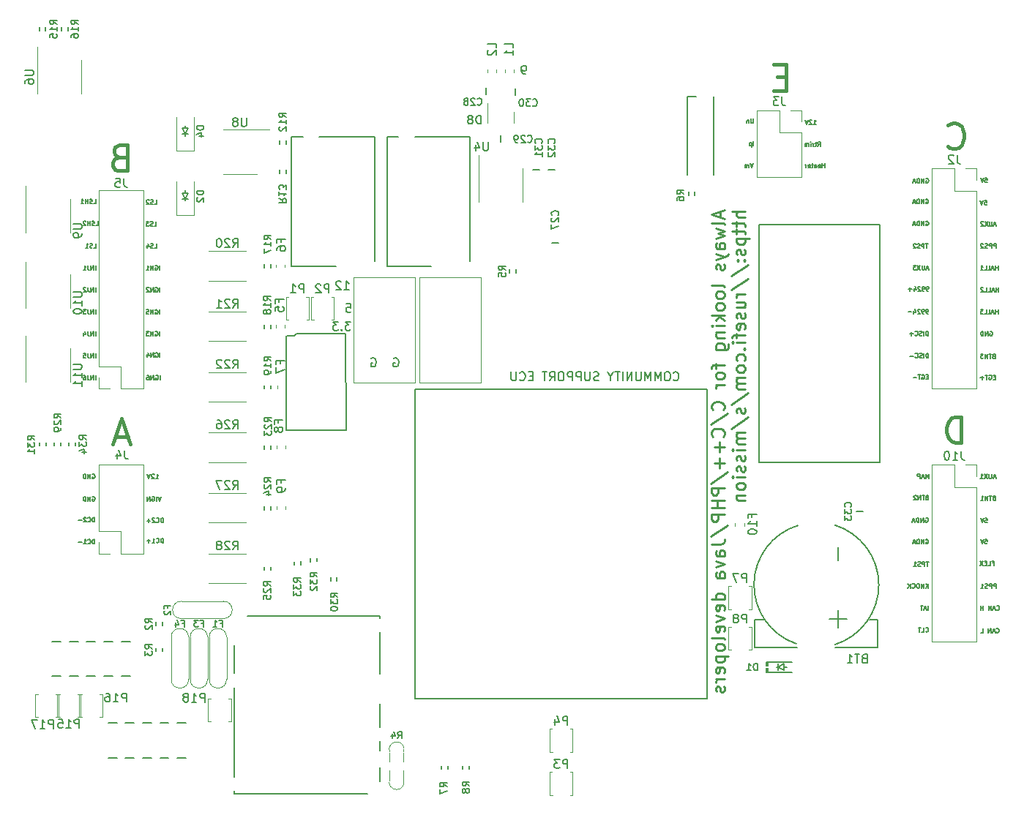
<source format=gbo>
G04 #@! TF.GenerationSoftware,KiCad,Pcbnew,8.0.6-8.0.6-0~ubuntu22.04.1*
G04 #@! TF.CreationDate,2024-10-18T13:00:30+00:00*
G04 #@! TF.ProjectId,uefi2,75656669-322e-46b6-9963-61645f706362,C*
G04 #@! TF.SameCoordinates,PX2fb21b8PY98952e8*
G04 #@! TF.FileFunction,Legend,Bot*
G04 #@! TF.FilePolarity,Positive*
%FSLAX46Y46*%
G04 Gerber Fmt 4.6, Leading zero omitted, Abs format (unit mm)*
G04 Created by KiCad (PCBNEW 8.0.6-8.0.6-0~ubuntu22.04.1) date 2024-10-18 13:00:30*
%MOMM*%
%LPD*%
G01*
G04 APERTURE LIST*
%ADD10C,0.127000*%
%ADD11C,0.150000*%
%ADD12C,0.450000*%
%ADD13C,0.250000*%
%ADD14C,0.170000*%
%ADD15C,0.120000*%
%ADD16C,0.200000*%
%ADD17C,0.099060*%
%ADD18C,0.150012*%
%ADD19C,0.203200*%
G04 APERTURE END LIST*
D10*
X112095447Y54814604D02*
X112143828Y54838794D01*
X112143828Y54838794D02*
X112216399Y54838794D01*
X112216399Y54838794D02*
X112288971Y54814604D01*
X112288971Y54814604D02*
X112337352Y54766223D01*
X112337352Y54766223D02*
X112361542Y54717842D01*
X112361542Y54717842D02*
X112385733Y54621080D01*
X112385733Y54621080D02*
X112385733Y54548508D01*
X112385733Y54548508D02*
X112361542Y54451746D01*
X112361542Y54451746D02*
X112337352Y54403365D01*
X112337352Y54403365D02*
X112288971Y54354984D01*
X112288971Y54354984D02*
X112216399Y54330794D01*
X112216399Y54330794D02*
X112168018Y54330794D01*
X112168018Y54330794D02*
X112095447Y54354984D01*
X112095447Y54354984D02*
X112071256Y54379175D01*
X112071256Y54379175D02*
X112071256Y54548508D01*
X112071256Y54548508D02*
X112168018Y54548508D01*
X111853542Y54330794D02*
X111853542Y54838794D01*
X111853542Y54838794D02*
X111563256Y54330794D01*
X111563256Y54330794D02*
X111563256Y54838794D01*
X111321352Y54330794D02*
X111321352Y54838794D01*
X111321352Y54838794D02*
X111200400Y54838794D01*
X111200400Y54838794D02*
X111127828Y54814604D01*
X111127828Y54814604D02*
X111079447Y54766223D01*
X111079447Y54766223D02*
X111055257Y54717842D01*
X111055257Y54717842D02*
X111031066Y54621080D01*
X111031066Y54621080D02*
X111031066Y54548508D01*
X111031066Y54548508D02*
X111055257Y54451746D01*
X111055257Y54451746D02*
X111079447Y54403365D01*
X111079447Y54403365D02*
X111127828Y54354984D01*
X111127828Y54354984D02*
X111200400Y54330794D01*
X111200400Y54330794D02*
X111321352Y54330794D01*
X113054599Y56845394D02*
X113054599Y57353394D01*
X113054599Y57111489D02*
X112764313Y57111489D01*
X112764313Y56845394D02*
X112764313Y57353394D01*
X112546600Y56990537D02*
X112304695Y56990537D01*
X112594981Y56845394D02*
X112425647Y57353394D01*
X112425647Y57353394D02*
X112256314Y56845394D01*
X111845075Y56845394D02*
X112086980Y56845394D01*
X112086980Y56845394D02*
X112086980Y57353394D01*
X111433837Y56845394D02*
X111675742Y56845394D01*
X111675742Y56845394D02*
X111675742Y57353394D01*
X111312885Y57353394D02*
X110998409Y57353394D01*
X110998409Y57353394D02*
X111167742Y57159870D01*
X111167742Y57159870D02*
X111095171Y57159870D01*
X111095171Y57159870D02*
X111046790Y57135680D01*
X111046790Y57135680D02*
X111022599Y57111489D01*
X111022599Y57111489D02*
X110998409Y57063108D01*
X110998409Y57063108D02*
X110998409Y56942156D01*
X110998409Y56942156D02*
X111022599Y56893775D01*
X111022599Y56893775D02*
X111046790Y56869584D01*
X111046790Y56869584D02*
X111095171Y56845394D01*
X111095171Y56845394D02*
X111240314Y56845394D01*
X111240314Y56845394D02*
X111288695Y56869584D01*
X111288695Y56869584D02*
X111312885Y56893775D01*
X16462828Y32740794D02*
X16462828Y33248794D01*
X16462828Y33248794D02*
X16341876Y33248794D01*
X16341876Y33248794D02*
X16269304Y33224604D01*
X16269304Y33224604D02*
X16220923Y33176223D01*
X16220923Y33176223D02*
X16196733Y33127842D01*
X16196733Y33127842D02*
X16172542Y33031080D01*
X16172542Y33031080D02*
X16172542Y32958508D01*
X16172542Y32958508D02*
X16196733Y32861746D01*
X16196733Y32861746D02*
X16220923Y32813365D01*
X16220923Y32813365D02*
X16269304Y32764984D01*
X16269304Y32764984D02*
X16341876Y32740794D01*
X16341876Y32740794D02*
X16462828Y32740794D01*
X15664542Y32789175D02*
X15688733Y32764984D01*
X15688733Y32764984D02*
X15761304Y32740794D01*
X15761304Y32740794D02*
X15809685Y32740794D01*
X15809685Y32740794D02*
X15882257Y32764984D01*
X15882257Y32764984D02*
X15930638Y32813365D01*
X15930638Y32813365D02*
X15954828Y32861746D01*
X15954828Y32861746D02*
X15979019Y32958508D01*
X15979019Y32958508D02*
X15979019Y33031080D01*
X15979019Y33031080D02*
X15954828Y33127842D01*
X15954828Y33127842D02*
X15930638Y33176223D01*
X15930638Y33176223D02*
X15882257Y33224604D01*
X15882257Y33224604D02*
X15809685Y33248794D01*
X15809685Y33248794D02*
X15761304Y33248794D01*
X15761304Y33248794D02*
X15688733Y33224604D01*
X15688733Y33224604D02*
X15664542Y33200413D01*
X15471019Y33200413D02*
X15446828Y33224604D01*
X15446828Y33224604D02*
X15398447Y33248794D01*
X15398447Y33248794D02*
X15277495Y33248794D01*
X15277495Y33248794D02*
X15229114Y33224604D01*
X15229114Y33224604D02*
X15204923Y33200413D01*
X15204923Y33200413D02*
X15180733Y33152032D01*
X15180733Y33152032D02*
X15180733Y33103651D01*
X15180733Y33103651D02*
X15204923Y33031080D01*
X15204923Y33031080D02*
X15495209Y32740794D01*
X15495209Y32740794D02*
X15180733Y32740794D01*
X14963018Y32934318D02*
X14575971Y32934318D01*
X14769494Y32740794D02*
X14769494Y33127842D01*
X8651723Y59436194D02*
X8651723Y59944194D01*
X8409818Y59436194D02*
X8409818Y59944194D01*
X8409818Y59944194D02*
X8119532Y59436194D01*
X8119532Y59436194D02*
X8119532Y59944194D01*
X7732485Y59944194D02*
X7732485Y59581337D01*
X7732485Y59581337D02*
X7756676Y59508765D01*
X7756676Y59508765D02*
X7805057Y59460384D01*
X7805057Y59460384D02*
X7877628Y59436194D01*
X7877628Y59436194D02*
X7926009Y59436194D01*
X7514771Y59895813D02*
X7490580Y59920004D01*
X7490580Y59920004D02*
X7442199Y59944194D01*
X7442199Y59944194D02*
X7321247Y59944194D01*
X7321247Y59944194D02*
X7272866Y59920004D01*
X7272866Y59920004D02*
X7248675Y59895813D01*
X7248675Y59895813D02*
X7224485Y59847432D01*
X7224485Y59847432D02*
X7224485Y59799051D01*
X7224485Y59799051D02*
X7248675Y59726480D01*
X7248675Y59726480D02*
X7538961Y59436194D01*
X7538961Y59436194D02*
X7224485Y59436194D01*
X104950380Y54356194D02*
X104950380Y54864194D01*
X104950380Y54864194D02*
X104829428Y54864194D01*
X104829428Y54864194D02*
X104756856Y54840004D01*
X104756856Y54840004D02*
X104708475Y54791623D01*
X104708475Y54791623D02*
X104684285Y54743242D01*
X104684285Y54743242D02*
X104660094Y54646480D01*
X104660094Y54646480D02*
X104660094Y54573908D01*
X104660094Y54573908D02*
X104684285Y54477146D01*
X104684285Y54477146D02*
X104708475Y54428765D01*
X104708475Y54428765D02*
X104756856Y54380384D01*
X104756856Y54380384D02*
X104829428Y54356194D01*
X104829428Y54356194D02*
X104950380Y54356194D01*
X104442380Y54356194D02*
X104442380Y54864194D01*
X104224666Y54380384D02*
X104152094Y54356194D01*
X104152094Y54356194D02*
X104031142Y54356194D01*
X104031142Y54356194D02*
X103982761Y54380384D01*
X103982761Y54380384D02*
X103958570Y54404575D01*
X103958570Y54404575D02*
X103934380Y54452956D01*
X103934380Y54452956D02*
X103934380Y54501337D01*
X103934380Y54501337D02*
X103958570Y54549718D01*
X103958570Y54549718D02*
X103982761Y54573908D01*
X103982761Y54573908D02*
X104031142Y54598099D01*
X104031142Y54598099D02*
X104127904Y54622289D01*
X104127904Y54622289D02*
X104176285Y54646480D01*
X104176285Y54646480D02*
X104200475Y54670670D01*
X104200475Y54670670D02*
X104224666Y54719051D01*
X104224666Y54719051D02*
X104224666Y54767432D01*
X104224666Y54767432D02*
X104200475Y54815813D01*
X104200475Y54815813D02*
X104176285Y54840004D01*
X104176285Y54840004D02*
X104127904Y54864194D01*
X104127904Y54864194D02*
X104006951Y54864194D01*
X104006951Y54864194D02*
X103934380Y54840004D01*
X103426379Y54404575D02*
X103450570Y54380384D01*
X103450570Y54380384D02*
X103523141Y54356194D01*
X103523141Y54356194D02*
X103571522Y54356194D01*
X103571522Y54356194D02*
X103644094Y54380384D01*
X103644094Y54380384D02*
X103692475Y54428765D01*
X103692475Y54428765D02*
X103716665Y54477146D01*
X103716665Y54477146D02*
X103740856Y54573908D01*
X103740856Y54573908D02*
X103740856Y54646480D01*
X103740856Y54646480D02*
X103716665Y54743242D01*
X103716665Y54743242D02*
X103692475Y54791623D01*
X103692475Y54791623D02*
X103644094Y54840004D01*
X103644094Y54840004D02*
X103571522Y54864194D01*
X103571522Y54864194D02*
X103523141Y54864194D01*
X103523141Y54864194D02*
X103450570Y54840004D01*
X103450570Y54840004D02*
X103426379Y54815813D01*
X103208665Y54549718D02*
X102821618Y54549718D01*
X103015141Y54356194D02*
X103015141Y54743242D01*
X104693961Y67565404D02*
X104742342Y67589594D01*
X104742342Y67589594D02*
X104814913Y67589594D01*
X104814913Y67589594D02*
X104887485Y67565404D01*
X104887485Y67565404D02*
X104935866Y67517023D01*
X104935866Y67517023D02*
X104960056Y67468642D01*
X104960056Y67468642D02*
X104984247Y67371880D01*
X104984247Y67371880D02*
X104984247Y67299308D01*
X104984247Y67299308D02*
X104960056Y67202546D01*
X104960056Y67202546D02*
X104935866Y67154165D01*
X104935866Y67154165D02*
X104887485Y67105784D01*
X104887485Y67105784D02*
X104814913Y67081594D01*
X104814913Y67081594D02*
X104766532Y67081594D01*
X104766532Y67081594D02*
X104693961Y67105784D01*
X104693961Y67105784D02*
X104669770Y67129975D01*
X104669770Y67129975D02*
X104669770Y67299308D01*
X104669770Y67299308D02*
X104766532Y67299308D01*
X104452056Y67081594D02*
X104452056Y67589594D01*
X104452056Y67589594D02*
X104161770Y67081594D01*
X104161770Y67081594D02*
X104161770Y67589594D01*
X103919866Y67081594D02*
X103919866Y67589594D01*
X103919866Y67589594D02*
X103798914Y67589594D01*
X103798914Y67589594D02*
X103726342Y67565404D01*
X103726342Y67565404D02*
X103677961Y67517023D01*
X103677961Y67517023D02*
X103653771Y67468642D01*
X103653771Y67468642D02*
X103629580Y67371880D01*
X103629580Y67371880D02*
X103629580Y67299308D01*
X103629580Y67299308D02*
X103653771Y67202546D01*
X103653771Y67202546D02*
X103677961Y67154165D01*
X103677961Y67154165D02*
X103726342Y67105784D01*
X103726342Y67105784D02*
X103798914Y67081594D01*
X103798914Y67081594D02*
X103919866Y67081594D01*
X103436057Y67226737D02*
X103194152Y67226737D01*
X103484438Y67081594D02*
X103315104Y67589594D01*
X103315104Y67589594D02*
X103145771Y67081594D01*
X111500361Y72593394D02*
X111742266Y72593394D01*
X111742266Y72593394D02*
X111766457Y72351489D01*
X111766457Y72351489D02*
X111742266Y72375680D01*
X111742266Y72375680D02*
X111693885Y72399870D01*
X111693885Y72399870D02*
X111572933Y72399870D01*
X111572933Y72399870D02*
X111524552Y72375680D01*
X111524552Y72375680D02*
X111500361Y72351489D01*
X111500361Y72351489D02*
X111476171Y72303108D01*
X111476171Y72303108D02*
X111476171Y72182156D01*
X111476171Y72182156D02*
X111500361Y72133775D01*
X111500361Y72133775D02*
X111524552Y72109584D01*
X111524552Y72109584D02*
X111572933Y72085394D01*
X111572933Y72085394D02*
X111693885Y72085394D01*
X111693885Y72085394D02*
X111742266Y72109584D01*
X111742266Y72109584D02*
X111766457Y72133775D01*
X111331028Y72593394D02*
X111161694Y72085394D01*
X111161694Y72085394D02*
X110992361Y72593394D01*
X104975780Y51790794D02*
X104975780Y52298794D01*
X104975780Y52298794D02*
X104854828Y52298794D01*
X104854828Y52298794D02*
X104782256Y52274604D01*
X104782256Y52274604D02*
X104733875Y52226223D01*
X104733875Y52226223D02*
X104709685Y52177842D01*
X104709685Y52177842D02*
X104685494Y52081080D01*
X104685494Y52081080D02*
X104685494Y52008508D01*
X104685494Y52008508D02*
X104709685Y51911746D01*
X104709685Y51911746D02*
X104733875Y51863365D01*
X104733875Y51863365D02*
X104782256Y51814984D01*
X104782256Y51814984D02*
X104854828Y51790794D01*
X104854828Y51790794D02*
X104975780Y51790794D01*
X104467780Y51790794D02*
X104467780Y52298794D01*
X104250066Y51814984D02*
X104177494Y51790794D01*
X104177494Y51790794D02*
X104056542Y51790794D01*
X104056542Y51790794D02*
X104008161Y51814984D01*
X104008161Y51814984D02*
X103983970Y51839175D01*
X103983970Y51839175D02*
X103959780Y51887556D01*
X103959780Y51887556D02*
X103959780Y51935937D01*
X103959780Y51935937D02*
X103983970Y51984318D01*
X103983970Y51984318D02*
X104008161Y52008508D01*
X104008161Y52008508D02*
X104056542Y52032699D01*
X104056542Y52032699D02*
X104153304Y52056889D01*
X104153304Y52056889D02*
X104201685Y52081080D01*
X104201685Y52081080D02*
X104225875Y52105270D01*
X104225875Y52105270D02*
X104250066Y52153651D01*
X104250066Y52153651D02*
X104250066Y52202032D01*
X104250066Y52202032D02*
X104225875Y52250413D01*
X104225875Y52250413D02*
X104201685Y52274604D01*
X104201685Y52274604D02*
X104153304Y52298794D01*
X104153304Y52298794D02*
X104032351Y52298794D01*
X104032351Y52298794D02*
X103959780Y52274604D01*
X103451779Y51839175D02*
X103475970Y51814984D01*
X103475970Y51814984D02*
X103548541Y51790794D01*
X103548541Y51790794D02*
X103596922Y51790794D01*
X103596922Y51790794D02*
X103669494Y51814984D01*
X103669494Y51814984D02*
X103717875Y51863365D01*
X103717875Y51863365D02*
X103742065Y51911746D01*
X103742065Y51911746D02*
X103766256Y52008508D01*
X103766256Y52008508D02*
X103766256Y52081080D01*
X103766256Y52081080D02*
X103742065Y52177842D01*
X103742065Y52177842D02*
X103717875Y52226223D01*
X103717875Y52226223D02*
X103669494Y52274604D01*
X103669494Y52274604D02*
X103596922Y52298794D01*
X103596922Y52298794D02*
X103548541Y52298794D01*
X103548541Y52298794D02*
X103475970Y52274604D01*
X103475970Y52274604D02*
X103451779Y52250413D01*
X103234065Y51984318D02*
X102847018Y51984318D01*
D11*
X38135018Y55939781D02*
X37515971Y55939781D01*
X37515971Y55939781D02*
X37849304Y55558829D01*
X37849304Y55558829D02*
X37706447Y55558829D01*
X37706447Y55558829D02*
X37611209Y55511210D01*
X37611209Y55511210D02*
X37563590Y55463591D01*
X37563590Y55463591D02*
X37515971Y55368353D01*
X37515971Y55368353D02*
X37515971Y55130258D01*
X37515971Y55130258D02*
X37563590Y55035020D01*
X37563590Y55035020D02*
X37611209Y54987400D01*
X37611209Y54987400D02*
X37706447Y54939781D01*
X37706447Y54939781D02*
X37992161Y54939781D01*
X37992161Y54939781D02*
X38087399Y54987400D01*
X38087399Y54987400D02*
X38135018Y55035020D01*
X37087399Y55035020D02*
X37039780Y54987400D01*
X37039780Y54987400D02*
X37087399Y54939781D01*
X37087399Y54939781D02*
X37135018Y54987400D01*
X37135018Y54987400D02*
X37087399Y55035020D01*
X37087399Y55035020D02*
X37087399Y54939781D01*
X36706447Y55939781D02*
X36087400Y55939781D01*
X36087400Y55939781D02*
X36420733Y55558829D01*
X36420733Y55558829D02*
X36277876Y55558829D01*
X36277876Y55558829D02*
X36182638Y55511210D01*
X36182638Y55511210D02*
X36135019Y55463591D01*
X36135019Y55463591D02*
X36087400Y55368353D01*
X36087400Y55368353D02*
X36087400Y55130258D01*
X36087400Y55130258D02*
X36135019Y55035020D01*
X36135019Y55035020D02*
X36182638Y54987400D01*
X36182638Y54987400D02*
X36277876Y54939781D01*
X36277876Y54939781D02*
X36563590Y54939781D01*
X36563590Y54939781D02*
X36658828Y54987400D01*
X36658828Y54987400D02*
X36706447Y55035020D01*
D10*
X8261047Y38279204D02*
X8309428Y38303394D01*
X8309428Y38303394D02*
X8381999Y38303394D01*
X8381999Y38303394D02*
X8454571Y38279204D01*
X8454571Y38279204D02*
X8502952Y38230823D01*
X8502952Y38230823D02*
X8527142Y38182442D01*
X8527142Y38182442D02*
X8551333Y38085680D01*
X8551333Y38085680D02*
X8551333Y38013108D01*
X8551333Y38013108D02*
X8527142Y37916346D01*
X8527142Y37916346D02*
X8502952Y37867965D01*
X8502952Y37867965D02*
X8454571Y37819584D01*
X8454571Y37819584D02*
X8381999Y37795394D01*
X8381999Y37795394D02*
X8333618Y37795394D01*
X8333618Y37795394D02*
X8261047Y37819584D01*
X8261047Y37819584D02*
X8236856Y37843775D01*
X8236856Y37843775D02*
X8236856Y38013108D01*
X8236856Y38013108D02*
X8333618Y38013108D01*
X8019142Y37795394D02*
X8019142Y38303394D01*
X8019142Y38303394D02*
X7728856Y37795394D01*
X7728856Y37795394D02*
X7728856Y38303394D01*
X7486952Y37795394D02*
X7486952Y38303394D01*
X7486952Y38303394D02*
X7366000Y38303394D01*
X7366000Y38303394D02*
X7293428Y38279204D01*
X7293428Y38279204D02*
X7245047Y38230823D01*
X7245047Y38230823D02*
X7220857Y38182442D01*
X7220857Y38182442D02*
X7196666Y38085680D01*
X7196666Y38085680D02*
X7196666Y38013108D01*
X7196666Y38013108D02*
X7220857Y37916346D01*
X7220857Y37916346D02*
X7245047Y37867965D01*
X7245047Y37867965D02*
X7293428Y37819584D01*
X7293428Y37819584D02*
X7366000Y37795394D01*
X7366000Y37795394D02*
X7486952Y37795394D01*
X15439571Y64490794D02*
X15681476Y64490794D01*
X15681476Y64490794D02*
X15681476Y64998794D01*
X15294429Y64514984D02*
X15221857Y64490794D01*
X15221857Y64490794D02*
X15100905Y64490794D01*
X15100905Y64490794D02*
X15052524Y64514984D01*
X15052524Y64514984D02*
X15028333Y64539175D01*
X15028333Y64539175D02*
X15004143Y64587556D01*
X15004143Y64587556D02*
X15004143Y64635937D01*
X15004143Y64635937D02*
X15028333Y64684318D01*
X15028333Y64684318D02*
X15052524Y64708508D01*
X15052524Y64708508D02*
X15100905Y64732699D01*
X15100905Y64732699D02*
X15197667Y64756889D01*
X15197667Y64756889D02*
X15246048Y64781080D01*
X15246048Y64781080D02*
X15270238Y64805270D01*
X15270238Y64805270D02*
X15294429Y64853651D01*
X15294429Y64853651D02*
X15294429Y64902032D01*
X15294429Y64902032D02*
X15270238Y64950413D01*
X15270238Y64950413D02*
X15246048Y64974604D01*
X15246048Y64974604D02*
X15197667Y64998794D01*
X15197667Y64998794D02*
X15076714Y64998794D01*
X15076714Y64998794D02*
X15004143Y64974604D01*
X14568714Y64829461D02*
X14568714Y64490794D01*
X14689666Y65022984D02*
X14810619Y64660127D01*
X14810619Y64660127D02*
X14496142Y64660127D01*
X112552238Y35572289D02*
X112479666Y35548099D01*
X112479666Y35548099D02*
X112455476Y35523908D01*
X112455476Y35523908D02*
X112431285Y35475527D01*
X112431285Y35475527D02*
X112431285Y35402956D01*
X112431285Y35402956D02*
X112455476Y35354575D01*
X112455476Y35354575D02*
X112479666Y35330384D01*
X112479666Y35330384D02*
X112528047Y35306194D01*
X112528047Y35306194D02*
X112721571Y35306194D01*
X112721571Y35306194D02*
X112721571Y35814194D01*
X112721571Y35814194D02*
X112552238Y35814194D01*
X112552238Y35814194D02*
X112503857Y35790004D01*
X112503857Y35790004D02*
X112479666Y35765813D01*
X112479666Y35765813D02*
X112455476Y35717432D01*
X112455476Y35717432D02*
X112455476Y35669051D01*
X112455476Y35669051D02*
X112479666Y35620670D01*
X112479666Y35620670D02*
X112503857Y35596480D01*
X112503857Y35596480D02*
X112552238Y35572289D01*
X112552238Y35572289D02*
X112721571Y35572289D01*
X112286143Y35814194D02*
X111995857Y35814194D01*
X112141000Y35306194D02*
X112141000Y35814194D01*
X111826523Y35306194D02*
X111826523Y35814194D01*
X111826523Y35814194D02*
X111536237Y35306194D01*
X111536237Y35306194D02*
X111536237Y35814194D01*
X111028238Y35306194D02*
X111318524Y35306194D01*
X111173381Y35306194D02*
X111173381Y35814194D01*
X111173381Y35814194D02*
X111221762Y35741623D01*
X111221762Y35741623D02*
X111270143Y35693242D01*
X111270143Y35693242D02*
X111318524Y35669051D01*
X8261047Y35688404D02*
X8309428Y35712594D01*
X8309428Y35712594D02*
X8381999Y35712594D01*
X8381999Y35712594D02*
X8454571Y35688404D01*
X8454571Y35688404D02*
X8502952Y35640023D01*
X8502952Y35640023D02*
X8527142Y35591642D01*
X8527142Y35591642D02*
X8551333Y35494880D01*
X8551333Y35494880D02*
X8551333Y35422308D01*
X8551333Y35422308D02*
X8527142Y35325546D01*
X8527142Y35325546D02*
X8502952Y35277165D01*
X8502952Y35277165D02*
X8454571Y35228784D01*
X8454571Y35228784D02*
X8381999Y35204594D01*
X8381999Y35204594D02*
X8333618Y35204594D01*
X8333618Y35204594D02*
X8261047Y35228784D01*
X8261047Y35228784D02*
X8236856Y35252975D01*
X8236856Y35252975D02*
X8236856Y35422308D01*
X8236856Y35422308D02*
X8333618Y35422308D01*
X8019142Y35204594D02*
X8019142Y35712594D01*
X8019142Y35712594D02*
X7728856Y35204594D01*
X7728856Y35204594D02*
X7728856Y35712594D01*
X7486952Y35204594D02*
X7486952Y35712594D01*
X7486952Y35712594D02*
X7366000Y35712594D01*
X7366000Y35712594D02*
X7293428Y35688404D01*
X7293428Y35688404D02*
X7245047Y35640023D01*
X7245047Y35640023D02*
X7220857Y35591642D01*
X7220857Y35591642D02*
X7196666Y35494880D01*
X7196666Y35494880D02*
X7196666Y35422308D01*
X7196666Y35422308D02*
X7220857Y35325546D01*
X7220857Y35325546D02*
X7245047Y35277165D01*
X7245047Y35277165D02*
X7293428Y35228784D01*
X7293428Y35228784D02*
X7366000Y35204594D01*
X7366000Y35204594D02*
X7486952Y35204594D01*
X104921353Y56896194D02*
X104824591Y56896194D01*
X104824591Y56896194D02*
X104776210Y56920384D01*
X104776210Y56920384D02*
X104752019Y56944575D01*
X104752019Y56944575D02*
X104703638Y57017146D01*
X104703638Y57017146D02*
X104679448Y57113908D01*
X104679448Y57113908D02*
X104679448Y57307432D01*
X104679448Y57307432D02*
X104703638Y57355813D01*
X104703638Y57355813D02*
X104727829Y57380004D01*
X104727829Y57380004D02*
X104776210Y57404194D01*
X104776210Y57404194D02*
X104872972Y57404194D01*
X104872972Y57404194D02*
X104921353Y57380004D01*
X104921353Y57380004D02*
X104945543Y57355813D01*
X104945543Y57355813D02*
X104969734Y57307432D01*
X104969734Y57307432D02*
X104969734Y57186480D01*
X104969734Y57186480D02*
X104945543Y57138099D01*
X104945543Y57138099D02*
X104921353Y57113908D01*
X104921353Y57113908D02*
X104872972Y57089718D01*
X104872972Y57089718D02*
X104776210Y57089718D01*
X104776210Y57089718D02*
X104727829Y57113908D01*
X104727829Y57113908D02*
X104703638Y57138099D01*
X104703638Y57138099D02*
X104679448Y57186480D01*
X104437543Y56896194D02*
X104340781Y56896194D01*
X104340781Y56896194D02*
X104292400Y56920384D01*
X104292400Y56920384D02*
X104268209Y56944575D01*
X104268209Y56944575D02*
X104219828Y57017146D01*
X104219828Y57017146D02*
X104195638Y57113908D01*
X104195638Y57113908D02*
X104195638Y57307432D01*
X104195638Y57307432D02*
X104219828Y57355813D01*
X104219828Y57355813D02*
X104244019Y57380004D01*
X104244019Y57380004D02*
X104292400Y57404194D01*
X104292400Y57404194D02*
X104389162Y57404194D01*
X104389162Y57404194D02*
X104437543Y57380004D01*
X104437543Y57380004D02*
X104461733Y57355813D01*
X104461733Y57355813D02*
X104485924Y57307432D01*
X104485924Y57307432D02*
X104485924Y57186480D01*
X104485924Y57186480D02*
X104461733Y57138099D01*
X104461733Y57138099D02*
X104437543Y57113908D01*
X104437543Y57113908D02*
X104389162Y57089718D01*
X104389162Y57089718D02*
X104292400Y57089718D01*
X104292400Y57089718D02*
X104244019Y57113908D01*
X104244019Y57113908D02*
X104219828Y57138099D01*
X104219828Y57138099D02*
X104195638Y57186480D01*
X104002114Y57355813D02*
X103977923Y57380004D01*
X103977923Y57380004D02*
X103929542Y57404194D01*
X103929542Y57404194D02*
X103808590Y57404194D01*
X103808590Y57404194D02*
X103760209Y57380004D01*
X103760209Y57380004D02*
X103736018Y57355813D01*
X103736018Y57355813D02*
X103711828Y57307432D01*
X103711828Y57307432D02*
X103711828Y57259051D01*
X103711828Y57259051D02*
X103736018Y57186480D01*
X103736018Y57186480D02*
X104026304Y56896194D01*
X104026304Y56896194D02*
X103711828Y56896194D01*
X103276399Y57234861D02*
X103276399Y56896194D01*
X103397351Y57428384D02*
X103518304Y57065527D01*
X103518304Y57065527D02*
X103203827Y57065527D01*
X103010303Y57089718D02*
X102623256Y57089718D01*
X113054599Y61925394D02*
X113054599Y62433394D01*
X113054599Y62191489D02*
X112764313Y62191489D01*
X112764313Y61925394D02*
X112764313Y62433394D01*
X112546600Y62070537D02*
X112304695Y62070537D01*
X112594981Y61925394D02*
X112425647Y62433394D01*
X112425647Y62433394D02*
X112256314Y61925394D01*
X111845075Y61925394D02*
X112086980Y61925394D01*
X112086980Y61925394D02*
X112086980Y62433394D01*
X111433837Y61925394D02*
X111675742Y61925394D01*
X111675742Y61925394D02*
X111675742Y62433394D01*
X110998409Y61925394D02*
X111288695Y61925394D01*
X111143552Y61925394D02*
X111143552Y62433394D01*
X111143552Y62433394D02*
X111191933Y62360823D01*
X111191933Y62360823D02*
X111240314Y62312442D01*
X111240314Y62312442D02*
X111288695Y62288251D01*
D12*
X11342714Y74984572D02*
X10914142Y74841715D01*
X10914142Y74841715D02*
X10771285Y74698858D01*
X10771285Y74698858D02*
X10628428Y74413143D01*
X10628428Y74413143D02*
X10628428Y73984572D01*
X10628428Y73984572D02*
X10771285Y73698858D01*
X10771285Y73698858D02*
X10914142Y73556000D01*
X10914142Y73556000D02*
X11199857Y73413143D01*
X11199857Y73413143D02*
X12342714Y73413143D01*
X12342714Y73413143D02*
X12342714Y76413143D01*
X12342714Y76413143D02*
X11342714Y76413143D01*
X11342714Y76413143D02*
X11057000Y76270286D01*
X11057000Y76270286D02*
X10914142Y76127429D01*
X10914142Y76127429D02*
X10771285Y75841715D01*
X10771285Y75841715D02*
X10771285Y75556000D01*
X10771285Y75556000D02*
X10914142Y75270286D01*
X10914142Y75270286D02*
X11057000Y75127429D01*
X11057000Y75127429D02*
X11342714Y74984572D01*
X11342714Y74984572D02*
X12342714Y74984572D01*
D10*
X92984561Y73761794D02*
X92984561Y74269794D01*
X92984561Y74027889D02*
X92694275Y74027889D01*
X92694275Y73761794D02*
X92694275Y74269794D01*
X92258847Y73785984D02*
X92307228Y73761794D01*
X92307228Y73761794D02*
X92403990Y73761794D01*
X92403990Y73761794D02*
X92452371Y73785984D01*
X92452371Y73785984D02*
X92476562Y73834365D01*
X92476562Y73834365D02*
X92476562Y74027889D01*
X92476562Y74027889D02*
X92452371Y74076270D01*
X92452371Y74076270D02*
X92403990Y74100461D01*
X92403990Y74100461D02*
X92307228Y74100461D01*
X92307228Y74100461D02*
X92258847Y74076270D01*
X92258847Y74076270D02*
X92234657Y74027889D01*
X92234657Y74027889D02*
X92234657Y73979508D01*
X92234657Y73979508D02*
X92476562Y73931127D01*
X91799228Y73761794D02*
X91799228Y74027889D01*
X91799228Y74027889D02*
X91823418Y74076270D01*
X91823418Y74076270D02*
X91871799Y74100461D01*
X91871799Y74100461D02*
X91968561Y74100461D01*
X91968561Y74100461D02*
X92016942Y74076270D01*
X91799228Y73785984D02*
X91847609Y73761794D01*
X91847609Y73761794D02*
X91968561Y73761794D01*
X91968561Y73761794D02*
X92016942Y73785984D01*
X92016942Y73785984D02*
X92041133Y73834365D01*
X92041133Y73834365D02*
X92041133Y73882746D01*
X92041133Y73882746D02*
X92016942Y73931127D01*
X92016942Y73931127D02*
X91968561Y73955318D01*
X91968561Y73955318D02*
X91847609Y73955318D01*
X91847609Y73955318D02*
X91799228Y73979508D01*
X91629895Y74100461D02*
X91436371Y74100461D01*
X91557323Y74269794D02*
X91557323Y73834365D01*
X91557323Y73834365D02*
X91533133Y73785984D01*
X91533133Y73785984D02*
X91484752Y73761794D01*
X91484752Y73761794D02*
X91436371Y73761794D01*
X91073513Y73785984D02*
X91121894Y73761794D01*
X91121894Y73761794D02*
X91218656Y73761794D01*
X91218656Y73761794D02*
X91267037Y73785984D01*
X91267037Y73785984D02*
X91291228Y73834365D01*
X91291228Y73834365D02*
X91291228Y74027889D01*
X91291228Y74027889D02*
X91267037Y74076270D01*
X91267037Y74076270D02*
X91218656Y74100461D01*
X91218656Y74100461D02*
X91121894Y74100461D01*
X91121894Y74100461D02*
X91073513Y74076270D01*
X91073513Y74076270D02*
X91049323Y74027889D01*
X91049323Y74027889D02*
X91049323Y73979508D01*
X91049323Y73979508D02*
X91291228Y73931127D01*
X90831608Y73761794D02*
X90831608Y74100461D01*
X90831608Y74003699D02*
X90807418Y74052080D01*
X90807418Y74052080D02*
X90783227Y74076270D01*
X90783227Y74076270D02*
X90734846Y74100461D01*
X90734846Y74100461D02*
X90686465Y74100461D01*
X15414171Y67030794D02*
X15656076Y67030794D01*
X15656076Y67030794D02*
X15656076Y67538794D01*
X15269029Y67054984D02*
X15196457Y67030794D01*
X15196457Y67030794D02*
X15075505Y67030794D01*
X15075505Y67030794D02*
X15027124Y67054984D01*
X15027124Y67054984D02*
X15002933Y67079175D01*
X15002933Y67079175D02*
X14978743Y67127556D01*
X14978743Y67127556D02*
X14978743Y67175937D01*
X14978743Y67175937D02*
X15002933Y67224318D01*
X15002933Y67224318D02*
X15027124Y67248508D01*
X15027124Y67248508D02*
X15075505Y67272699D01*
X15075505Y67272699D02*
X15172267Y67296889D01*
X15172267Y67296889D02*
X15220648Y67321080D01*
X15220648Y67321080D02*
X15244838Y67345270D01*
X15244838Y67345270D02*
X15269029Y67393651D01*
X15269029Y67393651D02*
X15269029Y67442032D01*
X15269029Y67442032D02*
X15244838Y67490413D01*
X15244838Y67490413D02*
X15220648Y67514604D01*
X15220648Y67514604D02*
X15172267Y67538794D01*
X15172267Y67538794D02*
X15051314Y67538794D01*
X15051314Y67538794D02*
X14978743Y67514604D01*
X14809409Y67538794D02*
X14494933Y67538794D01*
X14494933Y67538794D02*
X14664266Y67345270D01*
X14664266Y67345270D02*
X14591695Y67345270D01*
X14591695Y67345270D02*
X14543314Y67321080D01*
X14543314Y67321080D02*
X14519123Y67296889D01*
X14519123Y67296889D02*
X14494933Y67248508D01*
X14494933Y67248508D02*
X14494933Y67127556D01*
X14494933Y67127556D02*
X14519123Y67079175D01*
X14519123Y67079175D02*
X14543314Y67054984D01*
X14543314Y67054984D02*
X14591695Y67030794D01*
X14591695Y67030794D02*
X14736838Y67030794D01*
X14736838Y67030794D02*
X14785219Y67054984D01*
X14785219Y67054984D02*
X14809409Y67079175D01*
X111501161Y30784994D02*
X111743066Y30784994D01*
X111743066Y30784994D02*
X111767257Y30543089D01*
X111767257Y30543089D02*
X111743066Y30567280D01*
X111743066Y30567280D02*
X111694685Y30591470D01*
X111694685Y30591470D02*
X111573733Y30591470D01*
X111573733Y30591470D02*
X111525352Y30567280D01*
X111525352Y30567280D02*
X111501161Y30543089D01*
X111501161Y30543089D02*
X111476971Y30494708D01*
X111476971Y30494708D02*
X111476971Y30373756D01*
X111476971Y30373756D02*
X111501161Y30325375D01*
X111501161Y30325375D02*
X111525352Y30301184D01*
X111525352Y30301184D02*
X111573733Y30276994D01*
X111573733Y30276994D02*
X111694685Y30276994D01*
X111694685Y30276994D02*
X111743066Y30301184D01*
X111743066Y30301184D02*
X111767257Y30325375D01*
X111331828Y30784994D02*
X111162494Y30276994D01*
X111162494Y30276994D02*
X110993161Y30784994D01*
D13*
X80932299Y68744413D02*
X80932299Y68030127D01*
X81360870Y68887270D02*
X79860870Y68387270D01*
X79860870Y68387270D02*
X81360870Y67887270D01*
X81360870Y67172985D02*
X81289442Y67315842D01*
X81289442Y67315842D02*
X81146584Y67387271D01*
X81146584Y67387271D02*
X79860870Y67387271D01*
X80360870Y66744414D02*
X81360870Y66458699D01*
X81360870Y66458699D02*
X80646584Y66172985D01*
X80646584Y66172985D02*
X81360870Y65887271D01*
X81360870Y65887271D02*
X80360870Y65601557D01*
X81360870Y64387270D02*
X80575156Y64387270D01*
X80575156Y64387270D02*
X80432299Y64458699D01*
X80432299Y64458699D02*
X80360870Y64601556D01*
X80360870Y64601556D02*
X80360870Y64887270D01*
X80360870Y64887270D02*
X80432299Y65030128D01*
X81289442Y64387270D02*
X81360870Y64530128D01*
X81360870Y64530128D02*
X81360870Y64887270D01*
X81360870Y64887270D02*
X81289442Y65030128D01*
X81289442Y65030128D02*
X81146584Y65101556D01*
X81146584Y65101556D02*
X81003727Y65101556D01*
X81003727Y65101556D02*
X80860870Y65030128D01*
X80860870Y65030128D02*
X80789442Y64887270D01*
X80789442Y64887270D02*
X80789442Y64530128D01*
X80789442Y64530128D02*
X80718013Y64387270D01*
X80360870Y63815842D02*
X81360870Y63458699D01*
X80360870Y63101556D02*
X81360870Y63458699D01*
X81360870Y63458699D02*
X81718013Y63601556D01*
X81718013Y63601556D02*
X81789442Y63672985D01*
X81789442Y63672985D02*
X81860870Y63815842D01*
X81289442Y62601556D02*
X81360870Y62458699D01*
X81360870Y62458699D02*
X81360870Y62172985D01*
X81360870Y62172985D02*
X81289442Y62030128D01*
X81289442Y62030128D02*
X81146584Y61958699D01*
X81146584Y61958699D02*
X81075156Y61958699D01*
X81075156Y61958699D02*
X80932299Y62030128D01*
X80932299Y62030128D02*
X80860870Y62172985D01*
X80860870Y62172985D02*
X80860870Y62387270D01*
X80860870Y62387270D02*
X80789442Y62530128D01*
X80789442Y62530128D02*
X80646584Y62601556D01*
X80646584Y62601556D02*
X80575156Y62601556D01*
X80575156Y62601556D02*
X80432299Y62530128D01*
X80432299Y62530128D02*
X80360870Y62387270D01*
X80360870Y62387270D02*
X80360870Y62172985D01*
X80360870Y62172985D02*
X80432299Y62030128D01*
X81360870Y59958699D02*
X81289442Y60101556D01*
X81289442Y60101556D02*
X81146584Y60172985D01*
X81146584Y60172985D02*
X79860870Y60172985D01*
X81360870Y59172985D02*
X81289442Y59315842D01*
X81289442Y59315842D02*
X81218013Y59387271D01*
X81218013Y59387271D02*
X81075156Y59458699D01*
X81075156Y59458699D02*
X80646584Y59458699D01*
X80646584Y59458699D02*
X80503727Y59387271D01*
X80503727Y59387271D02*
X80432299Y59315842D01*
X80432299Y59315842D02*
X80360870Y59172985D01*
X80360870Y59172985D02*
X80360870Y58958699D01*
X80360870Y58958699D02*
X80432299Y58815842D01*
X80432299Y58815842D02*
X80503727Y58744413D01*
X80503727Y58744413D02*
X80646584Y58672985D01*
X80646584Y58672985D02*
X81075156Y58672985D01*
X81075156Y58672985D02*
X81218013Y58744413D01*
X81218013Y58744413D02*
X81289442Y58815842D01*
X81289442Y58815842D02*
X81360870Y58958699D01*
X81360870Y58958699D02*
X81360870Y59172985D01*
X81360870Y57815842D02*
X81289442Y57958699D01*
X81289442Y57958699D02*
X81218013Y58030128D01*
X81218013Y58030128D02*
X81075156Y58101556D01*
X81075156Y58101556D02*
X80646584Y58101556D01*
X80646584Y58101556D02*
X80503727Y58030128D01*
X80503727Y58030128D02*
X80432299Y57958699D01*
X80432299Y57958699D02*
X80360870Y57815842D01*
X80360870Y57815842D02*
X80360870Y57601556D01*
X80360870Y57601556D02*
X80432299Y57458699D01*
X80432299Y57458699D02*
X80503727Y57387270D01*
X80503727Y57387270D02*
X80646584Y57315842D01*
X80646584Y57315842D02*
X81075156Y57315842D01*
X81075156Y57315842D02*
X81218013Y57387270D01*
X81218013Y57387270D02*
X81289442Y57458699D01*
X81289442Y57458699D02*
X81360870Y57601556D01*
X81360870Y57601556D02*
X81360870Y57815842D01*
X81360870Y56672985D02*
X79860870Y56672985D01*
X80789442Y56530127D02*
X81360870Y56101556D01*
X80360870Y56101556D02*
X80932299Y56672985D01*
X81360870Y55458699D02*
X80360870Y55458699D01*
X79860870Y55458699D02*
X79932299Y55530127D01*
X79932299Y55530127D02*
X80003727Y55458699D01*
X80003727Y55458699D02*
X79932299Y55387270D01*
X79932299Y55387270D02*
X79860870Y55458699D01*
X79860870Y55458699D02*
X80003727Y55458699D01*
X80360870Y54744413D02*
X81360870Y54744413D01*
X80503727Y54744413D02*
X80432299Y54672984D01*
X80432299Y54672984D02*
X80360870Y54530127D01*
X80360870Y54530127D02*
X80360870Y54315841D01*
X80360870Y54315841D02*
X80432299Y54172984D01*
X80432299Y54172984D02*
X80575156Y54101555D01*
X80575156Y54101555D02*
X81360870Y54101555D01*
X80360870Y52744412D02*
X81575156Y52744412D01*
X81575156Y52744412D02*
X81718013Y52815841D01*
X81718013Y52815841D02*
X81789442Y52887270D01*
X81789442Y52887270D02*
X81860870Y53030127D01*
X81860870Y53030127D02*
X81860870Y53244412D01*
X81860870Y53244412D02*
X81789442Y53387270D01*
X81289442Y52744412D02*
X81360870Y52887270D01*
X81360870Y52887270D02*
X81360870Y53172984D01*
X81360870Y53172984D02*
X81289442Y53315841D01*
X81289442Y53315841D02*
X81218013Y53387270D01*
X81218013Y53387270D02*
X81075156Y53458698D01*
X81075156Y53458698D02*
X80646584Y53458698D01*
X80646584Y53458698D02*
X80503727Y53387270D01*
X80503727Y53387270D02*
X80432299Y53315841D01*
X80432299Y53315841D02*
X80360870Y53172984D01*
X80360870Y53172984D02*
X80360870Y52887270D01*
X80360870Y52887270D02*
X80432299Y52744412D01*
X80360870Y51101555D02*
X80360870Y50530127D01*
X81360870Y50887270D02*
X80075156Y50887270D01*
X80075156Y50887270D02*
X79932299Y50815841D01*
X79932299Y50815841D02*
X79860870Y50672984D01*
X79860870Y50672984D02*
X79860870Y50530127D01*
X81360870Y49815841D02*
X81289442Y49958698D01*
X81289442Y49958698D02*
X81218013Y50030127D01*
X81218013Y50030127D02*
X81075156Y50101555D01*
X81075156Y50101555D02*
X80646584Y50101555D01*
X80646584Y50101555D02*
X80503727Y50030127D01*
X80503727Y50030127D02*
X80432299Y49958698D01*
X80432299Y49958698D02*
X80360870Y49815841D01*
X80360870Y49815841D02*
X80360870Y49601555D01*
X80360870Y49601555D02*
X80432299Y49458698D01*
X80432299Y49458698D02*
X80503727Y49387269D01*
X80503727Y49387269D02*
X80646584Y49315841D01*
X80646584Y49315841D02*
X81075156Y49315841D01*
X81075156Y49315841D02*
X81218013Y49387269D01*
X81218013Y49387269D02*
X81289442Y49458698D01*
X81289442Y49458698D02*
X81360870Y49601555D01*
X81360870Y49601555D02*
X81360870Y49815841D01*
X81360870Y48672984D02*
X80360870Y48672984D01*
X80646584Y48672984D02*
X80503727Y48601555D01*
X80503727Y48601555D02*
X80432299Y48530126D01*
X80432299Y48530126D02*
X80360870Y48387269D01*
X80360870Y48387269D02*
X80360870Y48244412D01*
X81218013Y45744413D02*
X81289442Y45815841D01*
X81289442Y45815841D02*
X81360870Y46030127D01*
X81360870Y46030127D02*
X81360870Y46172984D01*
X81360870Y46172984D02*
X81289442Y46387270D01*
X81289442Y46387270D02*
X81146584Y46530127D01*
X81146584Y46530127D02*
X81003727Y46601556D01*
X81003727Y46601556D02*
X80718013Y46672984D01*
X80718013Y46672984D02*
X80503727Y46672984D01*
X80503727Y46672984D02*
X80218013Y46601556D01*
X80218013Y46601556D02*
X80075156Y46530127D01*
X80075156Y46530127D02*
X79932299Y46387270D01*
X79932299Y46387270D02*
X79860870Y46172984D01*
X79860870Y46172984D02*
X79860870Y46030127D01*
X79860870Y46030127D02*
X79932299Y45815841D01*
X79932299Y45815841D02*
X80003727Y45744413D01*
X79789442Y44030127D02*
X81718013Y45315841D01*
X81218013Y42672984D02*
X81289442Y42744412D01*
X81289442Y42744412D02*
X81360870Y42958698D01*
X81360870Y42958698D02*
X81360870Y43101555D01*
X81360870Y43101555D02*
X81289442Y43315841D01*
X81289442Y43315841D02*
X81146584Y43458698D01*
X81146584Y43458698D02*
X81003727Y43530127D01*
X81003727Y43530127D02*
X80718013Y43601555D01*
X80718013Y43601555D02*
X80503727Y43601555D01*
X80503727Y43601555D02*
X80218013Y43530127D01*
X80218013Y43530127D02*
X80075156Y43458698D01*
X80075156Y43458698D02*
X79932299Y43315841D01*
X79932299Y43315841D02*
X79860870Y43101555D01*
X79860870Y43101555D02*
X79860870Y42958698D01*
X79860870Y42958698D02*
X79932299Y42744412D01*
X79932299Y42744412D02*
X80003727Y42672984D01*
X80789442Y42030127D02*
X80789442Y40887269D01*
X81360870Y41458698D02*
X80218013Y41458698D01*
X80789442Y40172984D02*
X80789442Y39030126D01*
X81360870Y39601555D02*
X80218013Y39601555D01*
X79789442Y37244412D02*
X81718013Y38530126D01*
X81360870Y36744412D02*
X79860870Y36744412D01*
X79860870Y36744412D02*
X79860870Y36172983D01*
X79860870Y36172983D02*
X79932299Y36030126D01*
X79932299Y36030126D02*
X80003727Y35958697D01*
X80003727Y35958697D02*
X80146584Y35887269D01*
X80146584Y35887269D02*
X80360870Y35887269D01*
X80360870Y35887269D02*
X80503727Y35958697D01*
X80503727Y35958697D02*
X80575156Y36030126D01*
X80575156Y36030126D02*
X80646584Y36172983D01*
X80646584Y36172983D02*
X80646584Y36744412D01*
X81360870Y35244412D02*
X79860870Y35244412D01*
X80575156Y35244412D02*
X80575156Y34387269D01*
X81360870Y34387269D02*
X79860870Y34387269D01*
X81360870Y33672983D02*
X79860870Y33672983D01*
X79860870Y33672983D02*
X79860870Y33101554D01*
X79860870Y33101554D02*
X79932299Y32958697D01*
X79932299Y32958697D02*
X80003727Y32887268D01*
X80003727Y32887268D02*
X80146584Y32815840D01*
X80146584Y32815840D02*
X80360870Y32815840D01*
X80360870Y32815840D02*
X80503727Y32887268D01*
X80503727Y32887268D02*
X80575156Y32958697D01*
X80575156Y32958697D02*
X80646584Y33101554D01*
X80646584Y33101554D02*
X80646584Y33672983D01*
X79789442Y31101554D02*
X81718013Y32387268D01*
X79860870Y30172982D02*
X80932299Y30172982D01*
X80932299Y30172982D02*
X81146584Y30244411D01*
X81146584Y30244411D02*
X81289442Y30387268D01*
X81289442Y30387268D02*
X81360870Y30601554D01*
X81360870Y30601554D02*
X81360870Y30744411D01*
X81360870Y28815839D02*
X80575156Y28815839D01*
X80575156Y28815839D02*
X80432299Y28887268D01*
X80432299Y28887268D02*
X80360870Y29030125D01*
X80360870Y29030125D02*
X80360870Y29315839D01*
X80360870Y29315839D02*
X80432299Y29458697D01*
X81289442Y28815839D02*
X81360870Y28958697D01*
X81360870Y28958697D02*
X81360870Y29315839D01*
X81360870Y29315839D02*
X81289442Y29458697D01*
X81289442Y29458697D02*
X81146584Y29530125D01*
X81146584Y29530125D02*
X81003727Y29530125D01*
X81003727Y29530125D02*
X80860870Y29458697D01*
X80860870Y29458697D02*
X80789442Y29315839D01*
X80789442Y29315839D02*
X80789442Y28958697D01*
X80789442Y28958697D02*
X80718013Y28815839D01*
X80360870Y28244411D02*
X81360870Y27887268D01*
X81360870Y27887268D02*
X80360870Y27530125D01*
X81360870Y26315839D02*
X80575156Y26315839D01*
X80575156Y26315839D02*
X80432299Y26387268D01*
X80432299Y26387268D02*
X80360870Y26530125D01*
X80360870Y26530125D02*
X80360870Y26815839D01*
X80360870Y26815839D02*
X80432299Y26958697D01*
X81289442Y26315839D02*
X81360870Y26458697D01*
X81360870Y26458697D02*
X81360870Y26815839D01*
X81360870Y26815839D02*
X81289442Y26958697D01*
X81289442Y26958697D02*
X81146584Y27030125D01*
X81146584Y27030125D02*
X81003727Y27030125D01*
X81003727Y27030125D02*
X80860870Y26958697D01*
X80860870Y26958697D02*
X80789442Y26815839D01*
X80789442Y26815839D02*
X80789442Y26458697D01*
X80789442Y26458697D02*
X80718013Y26315839D01*
X81360870Y23815839D02*
X79860870Y23815839D01*
X81289442Y23815839D02*
X81360870Y23958697D01*
X81360870Y23958697D02*
X81360870Y24244411D01*
X81360870Y24244411D02*
X81289442Y24387268D01*
X81289442Y24387268D02*
X81218013Y24458697D01*
X81218013Y24458697D02*
X81075156Y24530125D01*
X81075156Y24530125D02*
X80646584Y24530125D01*
X80646584Y24530125D02*
X80503727Y24458697D01*
X80503727Y24458697D02*
X80432299Y24387268D01*
X80432299Y24387268D02*
X80360870Y24244411D01*
X80360870Y24244411D02*
X80360870Y23958697D01*
X80360870Y23958697D02*
X80432299Y23815839D01*
X81289442Y22530125D02*
X81360870Y22672982D01*
X81360870Y22672982D02*
X81360870Y22958696D01*
X81360870Y22958696D02*
X81289442Y23101554D01*
X81289442Y23101554D02*
X81146584Y23172982D01*
X81146584Y23172982D02*
X80575156Y23172982D01*
X80575156Y23172982D02*
X80432299Y23101554D01*
X80432299Y23101554D02*
X80360870Y22958696D01*
X80360870Y22958696D02*
X80360870Y22672982D01*
X80360870Y22672982D02*
X80432299Y22530125D01*
X80432299Y22530125D02*
X80575156Y22458696D01*
X80575156Y22458696D02*
X80718013Y22458696D01*
X80718013Y22458696D02*
X80860870Y23172982D01*
X80360870Y21958697D02*
X81360870Y21601554D01*
X81360870Y21601554D02*
X80360870Y21244411D01*
X81289442Y20101554D02*
X81360870Y20244411D01*
X81360870Y20244411D02*
X81360870Y20530125D01*
X81360870Y20530125D02*
X81289442Y20672983D01*
X81289442Y20672983D02*
X81146584Y20744411D01*
X81146584Y20744411D02*
X80575156Y20744411D01*
X80575156Y20744411D02*
X80432299Y20672983D01*
X80432299Y20672983D02*
X80360870Y20530125D01*
X80360870Y20530125D02*
X80360870Y20244411D01*
X80360870Y20244411D02*
X80432299Y20101554D01*
X80432299Y20101554D02*
X80575156Y20030125D01*
X80575156Y20030125D02*
X80718013Y20030125D01*
X80718013Y20030125D02*
X80860870Y20744411D01*
X81360870Y19172983D02*
X81289442Y19315840D01*
X81289442Y19315840D02*
X81146584Y19387269D01*
X81146584Y19387269D02*
X79860870Y19387269D01*
X81360870Y18387269D02*
X81289442Y18530126D01*
X81289442Y18530126D02*
X81218013Y18601555D01*
X81218013Y18601555D02*
X81075156Y18672983D01*
X81075156Y18672983D02*
X80646584Y18672983D01*
X80646584Y18672983D02*
X80503727Y18601555D01*
X80503727Y18601555D02*
X80432299Y18530126D01*
X80432299Y18530126D02*
X80360870Y18387269D01*
X80360870Y18387269D02*
X80360870Y18172983D01*
X80360870Y18172983D02*
X80432299Y18030126D01*
X80432299Y18030126D02*
X80503727Y17958697D01*
X80503727Y17958697D02*
X80646584Y17887269D01*
X80646584Y17887269D02*
X81075156Y17887269D01*
X81075156Y17887269D02*
X81218013Y17958697D01*
X81218013Y17958697D02*
X81289442Y18030126D01*
X81289442Y18030126D02*
X81360870Y18172983D01*
X81360870Y18172983D02*
X81360870Y18387269D01*
X80360870Y17244412D02*
X81860870Y17244412D01*
X80432299Y17244412D02*
X80360870Y17101554D01*
X80360870Y17101554D02*
X80360870Y16815840D01*
X80360870Y16815840D02*
X80432299Y16672983D01*
X80432299Y16672983D02*
X80503727Y16601554D01*
X80503727Y16601554D02*
X80646584Y16530126D01*
X80646584Y16530126D02*
X81075156Y16530126D01*
X81075156Y16530126D02*
X81218013Y16601554D01*
X81218013Y16601554D02*
X81289442Y16672983D01*
X81289442Y16672983D02*
X81360870Y16815840D01*
X81360870Y16815840D02*
X81360870Y17101554D01*
X81360870Y17101554D02*
X81289442Y17244412D01*
X81289442Y15315840D02*
X81360870Y15458697D01*
X81360870Y15458697D02*
X81360870Y15744411D01*
X81360870Y15744411D02*
X81289442Y15887269D01*
X81289442Y15887269D02*
X81146584Y15958697D01*
X81146584Y15958697D02*
X80575156Y15958697D01*
X80575156Y15958697D02*
X80432299Y15887269D01*
X80432299Y15887269D02*
X80360870Y15744411D01*
X80360870Y15744411D02*
X80360870Y15458697D01*
X80360870Y15458697D02*
X80432299Y15315840D01*
X80432299Y15315840D02*
X80575156Y15244411D01*
X80575156Y15244411D02*
X80718013Y15244411D01*
X80718013Y15244411D02*
X80860870Y15958697D01*
X81360870Y14601555D02*
X80360870Y14601555D01*
X80646584Y14601555D02*
X80503727Y14530126D01*
X80503727Y14530126D02*
X80432299Y14458697D01*
X80432299Y14458697D02*
X80360870Y14315840D01*
X80360870Y14315840D02*
X80360870Y14172983D01*
X81289442Y13744412D02*
X81360870Y13601555D01*
X81360870Y13601555D02*
X81360870Y13315841D01*
X81360870Y13315841D02*
X81289442Y13172984D01*
X81289442Y13172984D02*
X81146584Y13101555D01*
X81146584Y13101555D02*
X81075156Y13101555D01*
X81075156Y13101555D02*
X80932299Y13172984D01*
X80932299Y13172984D02*
X80860870Y13315841D01*
X80860870Y13315841D02*
X80860870Y13530126D01*
X80860870Y13530126D02*
X80789442Y13672984D01*
X80789442Y13672984D02*
X80646584Y13744412D01*
X80646584Y13744412D02*
X80575156Y13744412D01*
X80575156Y13744412D02*
X80432299Y13672984D01*
X80432299Y13672984D02*
X80360870Y13530126D01*
X80360870Y13530126D02*
X80360870Y13315841D01*
X80360870Y13315841D02*
X80432299Y13172984D01*
X83775786Y68672985D02*
X82275786Y68672985D01*
X83775786Y68030127D02*
X82990072Y68030127D01*
X82990072Y68030127D02*
X82847215Y68101556D01*
X82847215Y68101556D02*
X82775786Y68244413D01*
X82775786Y68244413D02*
X82775786Y68458699D01*
X82775786Y68458699D02*
X82847215Y68601556D01*
X82847215Y68601556D02*
X82918643Y68672985D01*
X82775786Y67530127D02*
X82775786Y66958699D01*
X82275786Y67315842D02*
X83561500Y67315842D01*
X83561500Y67315842D02*
X83704358Y67244413D01*
X83704358Y67244413D02*
X83775786Y67101556D01*
X83775786Y67101556D02*
X83775786Y66958699D01*
X82775786Y66672984D02*
X82775786Y66101556D01*
X82275786Y66458699D02*
X83561500Y66458699D01*
X83561500Y66458699D02*
X83704358Y66387270D01*
X83704358Y66387270D02*
X83775786Y66244413D01*
X83775786Y66244413D02*
X83775786Y66101556D01*
X82775786Y65601556D02*
X84275786Y65601556D01*
X82847215Y65601556D02*
X82775786Y65458698D01*
X82775786Y65458698D02*
X82775786Y65172984D01*
X82775786Y65172984D02*
X82847215Y65030127D01*
X82847215Y65030127D02*
X82918643Y64958698D01*
X82918643Y64958698D02*
X83061500Y64887270D01*
X83061500Y64887270D02*
X83490072Y64887270D01*
X83490072Y64887270D02*
X83632929Y64958698D01*
X83632929Y64958698D02*
X83704358Y65030127D01*
X83704358Y65030127D02*
X83775786Y65172984D01*
X83775786Y65172984D02*
X83775786Y65458698D01*
X83775786Y65458698D02*
X83704358Y65601556D01*
X83704358Y64315841D02*
X83775786Y64172984D01*
X83775786Y64172984D02*
X83775786Y63887270D01*
X83775786Y63887270D02*
X83704358Y63744413D01*
X83704358Y63744413D02*
X83561500Y63672984D01*
X83561500Y63672984D02*
X83490072Y63672984D01*
X83490072Y63672984D02*
X83347215Y63744413D01*
X83347215Y63744413D02*
X83275786Y63887270D01*
X83275786Y63887270D02*
X83275786Y64101555D01*
X83275786Y64101555D02*
X83204358Y64244413D01*
X83204358Y64244413D02*
X83061500Y64315841D01*
X83061500Y64315841D02*
X82990072Y64315841D01*
X82990072Y64315841D02*
X82847215Y64244413D01*
X82847215Y64244413D02*
X82775786Y64101555D01*
X82775786Y64101555D02*
X82775786Y63887270D01*
X82775786Y63887270D02*
X82847215Y63744413D01*
X83632929Y63030127D02*
X83704358Y62958698D01*
X83704358Y62958698D02*
X83775786Y63030127D01*
X83775786Y63030127D02*
X83704358Y63101555D01*
X83704358Y63101555D02*
X83632929Y63030127D01*
X83632929Y63030127D02*
X83775786Y63030127D01*
X82847215Y63030127D02*
X82918643Y62958698D01*
X82918643Y62958698D02*
X82990072Y63030127D01*
X82990072Y63030127D02*
X82918643Y63101555D01*
X82918643Y63101555D02*
X82847215Y63030127D01*
X82847215Y63030127D02*
X82990072Y63030127D01*
X82204358Y61244412D02*
X84132929Y62530126D01*
X82204358Y59672983D02*
X84132929Y60958697D01*
X83775786Y59172983D02*
X82775786Y59172983D01*
X83061500Y59172983D02*
X82918643Y59101554D01*
X82918643Y59101554D02*
X82847215Y59030125D01*
X82847215Y59030125D02*
X82775786Y58887268D01*
X82775786Y58887268D02*
X82775786Y58744411D01*
X82775786Y57601554D02*
X83775786Y57601554D01*
X82775786Y58244412D02*
X83561500Y58244412D01*
X83561500Y58244412D02*
X83704358Y58172983D01*
X83704358Y58172983D02*
X83775786Y58030126D01*
X83775786Y58030126D02*
X83775786Y57815840D01*
X83775786Y57815840D02*
X83704358Y57672983D01*
X83704358Y57672983D02*
X83632929Y57601554D01*
X83704358Y56958697D02*
X83775786Y56815840D01*
X83775786Y56815840D02*
X83775786Y56530126D01*
X83775786Y56530126D02*
X83704358Y56387269D01*
X83704358Y56387269D02*
X83561500Y56315840D01*
X83561500Y56315840D02*
X83490072Y56315840D01*
X83490072Y56315840D02*
X83347215Y56387269D01*
X83347215Y56387269D02*
X83275786Y56530126D01*
X83275786Y56530126D02*
X83275786Y56744411D01*
X83275786Y56744411D02*
X83204358Y56887269D01*
X83204358Y56887269D02*
X83061500Y56958697D01*
X83061500Y56958697D02*
X82990072Y56958697D01*
X82990072Y56958697D02*
X82847215Y56887269D01*
X82847215Y56887269D02*
X82775786Y56744411D01*
X82775786Y56744411D02*
X82775786Y56530126D01*
X82775786Y56530126D02*
X82847215Y56387269D01*
X83704358Y55101554D02*
X83775786Y55244411D01*
X83775786Y55244411D02*
X83775786Y55530125D01*
X83775786Y55530125D02*
X83704358Y55672983D01*
X83704358Y55672983D02*
X83561500Y55744411D01*
X83561500Y55744411D02*
X82990072Y55744411D01*
X82990072Y55744411D02*
X82847215Y55672983D01*
X82847215Y55672983D02*
X82775786Y55530125D01*
X82775786Y55530125D02*
X82775786Y55244411D01*
X82775786Y55244411D02*
X82847215Y55101554D01*
X82847215Y55101554D02*
X82990072Y55030125D01*
X82990072Y55030125D02*
X83132929Y55030125D01*
X83132929Y55030125D02*
X83275786Y55744411D01*
X82775786Y54601554D02*
X82775786Y54030126D01*
X83775786Y54387269D02*
X82490072Y54387269D01*
X82490072Y54387269D02*
X82347215Y54315840D01*
X82347215Y54315840D02*
X82275786Y54172983D01*
X82275786Y54172983D02*
X82275786Y54030126D01*
X83775786Y53530126D02*
X82775786Y53530126D01*
X82275786Y53530126D02*
X82347215Y53601554D01*
X82347215Y53601554D02*
X82418643Y53530126D01*
X82418643Y53530126D02*
X82347215Y53458697D01*
X82347215Y53458697D02*
X82275786Y53530126D01*
X82275786Y53530126D02*
X82418643Y53530126D01*
X83632929Y52815840D02*
X83704358Y52744411D01*
X83704358Y52744411D02*
X83775786Y52815840D01*
X83775786Y52815840D02*
X83704358Y52887268D01*
X83704358Y52887268D02*
X83632929Y52815840D01*
X83632929Y52815840D02*
X83775786Y52815840D01*
X83704358Y51458696D02*
X83775786Y51601554D01*
X83775786Y51601554D02*
X83775786Y51887268D01*
X83775786Y51887268D02*
X83704358Y52030125D01*
X83704358Y52030125D02*
X83632929Y52101554D01*
X83632929Y52101554D02*
X83490072Y52172982D01*
X83490072Y52172982D02*
X83061500Y52172982D01*
X83061500Y52172982D02*
X82918643Y52101554D01*
X82918643Y52101554D02*
X82847215Y52030125D01*
X82847215Y52030125D02*
X82775786Y51887268D01*
X82775786Y51887268D02*
X82775786Y51601554D01*
X82775786Y51601554D02*
X82847215Y51458696D01*
X83775786Y50601554D02*
X83704358Y50744411D01*
X83704358Y50744411D02*
X83632929Y50815840D01*
X83632929Y50815840D02*
X83490072Y50887268D01*
X83490072Y50887268D02*
X83061500Y50887268D01*
X83061500Y50887268D02*
X82918643Y50815840D01*
X82918643Y50815840D02*
X82847215Y50744411D01*
X82847215Y50744411D02*
X82775786Y50601554D01*
X82775786Y50601554D02*
X82775786Y50387268D01*
X82775786Y50387268D02*
X82847215Y50244411D01*
X82847215Y50244411D02*
X82918643Y50172982D01*
X82918643Y50172982D02*
X83061500Y50101554D01*
X83061500Y50101554D02*
X83490072Y50101554D01*
X83490072Y50101554D02*
X83632929Y50172982D01*
X83632929Y50172982D02*
X83704358Y50244411D01*
X83704358Y50244411D02*
X83775786Y50387268D01*
X83775786Y50387268D02*
X83775786Y50601554D01*
X83775786Y49458697D02*
X82775786Y49458697D01*
X82918643Y49458697D02*
X82847215Y49387268D01*
X82847215Y49387268D02*
X82775786Y49244411D01*
X82775786Y49244411D02*
X82775786Y49030125D01*
X82775786Y49030125D02*
X82847215Y48887268D01*
X82847215Y48887268D02*
X82990072Y48815839D01*
X82990072Y48815839D02*
X83775786Y48815839D01*
X82990072Y48815839D02*
X82847215Y48744411D01*
X82847215Y48744411D02*
X82775786Y48601554D01*
X82775786Y48601554D02*
X82775786Y48387268D01*
X82775786Y48387268D02*
X82847215Y48244411D01*
X82847215Y48244411D02*
X82990072Y48172982D01*
X82990072Y48172982D02*
X83775786Y48172982D01*
X82204358Y46387268D02*
X84132929Y47672982D01*
X83704358Y45958696D02*
X83775786Y45815839D01*
X83775786Y45815839D02*
X83775786Y45530125D01*
X83775786Y45530125D02*
X83704358Y45387268D01*
X83704358Y45387268D02*
X83561500Y45315839D01*
X83561500Y45315839D02*
X83490072Y45315839D01*
X83490072Y45315839D02*
X83347215Y45387268D01*
X83347215Y45387268D02*
X83275786Y45530125D01*
X83275786Y45530125D02*
X83275786Y45744410D01*
X83275786Y45744410D02*
X83204358Y45887268D01*
X83204358Y45887268D02*
X83061500Y45958696D01*
X83061500Y45958696D02*
X82990072Y45958696D01*
X82990072Y45958696D02*
X82847215Y45887268D01*
X82847215Y45887268D02*
X82775786Y45744410D01*
X82775786Y45744410D02*
X82775786Y45530125D01*
X82775786Y45530125D02*
X82847215Y45387268D01*
X82204358Y43601553D02*
X84132929Y44887267D01*
X83775786Y43101553D02*
X82775786Y43101553D01*
X82918643Y43101553D02*
X82847215Y43030124D01*
X82847215Y43030124D02*
X82775786Y42887267D01*
X82775786Y42887267D02*
X82775786Y42672981D01*
X82775786Y42672981D02*
X82847215Y42530124D01*
X82847215Y42530124D02*
X82990072Y42458695D01*
X82990072Y42458695D02*
X83775786Y42458695D01*
X82990072Y42458695D02*
X82847215Y42387267D01*
X82847215Y42387267D02*
X82775786Y42244410D01*
X82775786Y42244410D02*
X82775786Y42030124D01*
X82775786Y42030124D02*
X82847215Y41887267D01*
X82847215Y41887267D02*
X82990072Y41815838D01*
X82990072Y41815838D02*
X83775786Y41815838D01*
X83775786Y41101553D02*
X82775786Y41101553D01*
X82275786Y41101553D02*
X82347215Y41172981D01*
X82347215Y41172981D02*
X82418643Y41101553D01*
X82418643Y41101553D02*
X82347215Y41030124D01*
X82347215Y41030124D02*
X82275786Y41101553D01*
X82275786Y41101553D02*
X82418643Y41101553D01*
X83704358Y40458695D02*
X83775786Y40315838D01*
X83775786Y40315838D02*
X83775786Y40030124D01*
X83775786Y40030124D02*
X83704358Y39887267D01*
X83704358Y39887267D02*
X83561500Y39815838D01*
X83561500Y39815838D02*
X83490072Y39815838D01*
X83490072Y39815838D02*
X83347215Y39887267D01*
X83347215Y39887267D02*
X83275786Y40030124D01*
X83275786Y40030124D02*
X83275786Y40244409D01*
X83275786Y40244409D02*
X83204358Y40387267D01*
X83204358Y40387267D02*
X83061500Y40458695D01*
X83061500Y40458695D02*
X82990072Y40458695D01*
X82990072Y40458695D02*
X82847215Y40387267D01*
X82847215Y40387267D02*
X82775786Y40244409D01*
X82775786Y40244409D02*
X82775786Y40030124D01*
X82775786Y40030124D02*
X82847215Y39887267D01*
X83704358Y39244409D02*
X83775786Y39101552D01*
X83775786Y39101552D02*
X83775786Y38815838D01*
X83775786Y38815838D02*
X83704358Y38672981D01*
X83704358Y38672981D02*
X83561500Y38601552D01*
X83561500Y38601552D02*
X83490072Y38601552D01*
X83490072Y38601552D02*
X83347215Y38672981D01*
X83347215Y38672981D02*
X83275786Y38815838D01*
X83275786Y38815838D02*
X83275786Y39030123D01*
X83275786Y39030123D02*
X83204358Y39172981D01*
X83204358Y39172981D02*
X83061500Y39244409D01*
X83061500Y39244409D02*
X82990072Y39244409D01*
X82990072Y39244409D02*
X82847215Y39172981D01*
X82847215Y39172981D02*
X82775786Y39030123D01*
X82775786Y39030123D02*
X82775786Y38815838D01*
X82775786Y38815838D02*
X82847215Y38672981D01*
X83775786Y37958695D02*
X82775786Y37958695D01*
X82275786Y37958695D02*
X82347215Y38030123D01*
X82347215Y38030123D02*
X82418643Y37958695D01*
X82418643Y37958695D02*
X82347215Y37887266D01*
X82347215Y37887266D02*
X82275786Y37958695D01*
X82275786Y37958695D02*
X82418643Y37958695D01*
X83775786Y37030123D02*
X83704358Y37172980D01*
X83704358Y37172980D02*
X83632929Y37244409D01*
X83632929Y37244409D02*
X83490072Y37315837D01*
X83490072Y37315837D02*
X83061500Y37315837D01*
X83061500Y37315837D02*
X82918643Y37244409D01*
X82918643Y37244409D02*
X82847215Y37172980D01*
X82847215Y37172980D02*
X82775786Y37030123D01*
X82775786Y37030123D02*
X82775786Y36815837D01*
X82775786Y36815837D02*
X82847215Y36672980D01*
X82847215Y36672980D02*
X82918643Y36601551D01*
X82918643Y36601551D02*
X83061500Y36530123D01*
X83061500Y36530123D02*
X83490072Y36530123D01*
X83490072Y36530123D02*
X83632929Y36601551D01*
X83632929Y36601551D02*
X83704358Y36672980D01*
X83704358Y36672980D02*
X83775786Y36815837D01*
X83775786Y36815837D02*
X83775786Y37030123D01*
X82775786Y35887266D02*
X83775786Y35887266D01*
X82918643Y35887266D02*
X82847215Y35815837D01*
X82847215Y35815837D02*
X82775786Y35672980D01*
X82775786Y35672980D02*
X82775786Y35458694D01*
X82775786Y35458694D02*
X82847215Y35315837D01*
X82847215Y35315837D02*
X82990072Y35244408D01*
X82990072Y35244408D02*
X83775786Y35244408D01*
D12*
X12372885Y42647286D02*
X10944314Y42647286D01*
X12658599Y41790143D02*
X11658599Y44790143D01*
X11658599Y44790143D02*
X10658599Y41790143D01*
D10*
X112841313Y20012975D02*
X112865504Y19988784D01*
X112865504Y19988784D02*
X112938075Y19964594D01*
X112938075Y19964594D02*
X112986456Y19964594D01*
X112986456Y19964594D02*
X113059028Y19988784D01*
X113059028Y19988784D02*
X113107409Y20037165D01*
X113107409Y20037165D02*
X113131599Y20085546D01*
X113131599Y20085546D02*
X113155790Y20182308D01*
X113155790Y20182308D02*
X113155790Y20254880D01*
X113155790Y20254880D02*
X113131599Y20351642D01*
X113131599Y20351642D02*
X113107409Y20400023D01*
X113107409Y20400023D02*
X113059028Y20448404D01*
X113059028Y20448404D02*
X112986456Y20472594D01*
X112986456Y20472594D02*
X112938075Y20472594D01*
X112938075Y20472594D02*
X112865504Y20448404D01*
X112865504Y20448404D02*
X112841313Y20424213D01*
X112647790Y20109737D02*
X112405885Y20109737D01*
X112696171Y19964594D02*
X112526837Y20472594D01*
X112526837Y20472594D02*
X112357504Y19964594D01*
X112188170Y19964594D02*
X112188170Y20472594D01*
X112188170Y20472594D02*
X111897884Y19964594D01*
X111897884Y19964594D02*
X111897884Y20472594D01*
X111027027Y19964594D02*
X111268932Y19964594D01*
X111268932Y19964594D02*
X111268932Y20472594D01*
X104667761Y70105404D02*
X104716142Y70129594D01*
X104716142Y70129594D02*
X104788713Y70129594D01*
X104788713Y70129594D02*
X104861285Y70105404D01*
X104861285Y70105404D02*
X104909666Y70057023D01*
X104909666Y70057023D02*
X104933856Y70008642D01*
X104933856Y70008642D02*
X104958047Y69911880D01*
X104958047Y69911880D02*
X104958047Y69839308D01*
X104958047Y69839308D02*
X104933856Y69742546D01*
X104933856Y69742546D02*
X104909666Y69694165D01*
X104909666Y69694165D02*
X104861285Y69645784D01*
X104861285Y69645784D02*
X104788713Y69621594D01*
X104788713Y69621594D02*
X104740332Y69621594D01*
X104740332Y69621594D02*
X104667761Y69645784D01*
X104667761Y69645784D02*
X104643570Y69669975D01*
X104643570Y69669975D02*
X104643570Y69839308D01*
X104643570Y69839308D02*
X104740332Y69839308D01*
X104425856Y69621594D02*
X104425856Y70129594D01*
X104425856Y70129594D02*
X104135570Y69621594D01*
X104135570Y69621594D02*
X104135570Y70129594D01*
X103893666Y69621594D02*
X103893666Y70129594D01*
X103893666Y70129594D02*
X103772714Y70129594D01*
X103772714Y70129594D02*
X103700142Y70105404D01*
X103700142Y70105404D02*
X103651761Y70057023D01*
X103651761Y70057023D02*
X103627571Y70008642D01*
X103627571Y70008642D02*
X103603380Y69911880D01*
X103603380Y69911880D02*
X103603380Y69839308D01*
X103603380Y69839308D02*
X103627571Y69742546D01*
X103627571Y69742546D02*
X103651761Y69694165D01*
X103651761Y69694165D02*
X103700142Y69645784D01*
X103700142Y69645784D02*
X103772714Y69621594D01*
X103772714Y69621594D02*
X103893666Y69621594D01*
X103409857Y69766737D02*
X103167952Y69766737D01*
X103458238Y69621594D02*
X103288904Y70129594D01*
X103288904Y70129594D02*
X103119571Y69621594D01*
X112732457Y37965937D02*
X112490552Y37965937D01*
X112780838Y37820794D02*
X112611504Y38328794D01*
X112611504Y38328794D02*
X112442171Y37820794D01*
X112272837Y38328794D02*
X112272837Y37917556D01*
X112272837Y37917556D02*
X112248647Y37869175D01*
X112248647Y37869175D02*
X112224456Y37844984D01*
X112224456Y37844984D02*
X112176075Y37820794D01*
X112176075Y37820794D02*
X112079313Y37820794D01*
X112079313Y37820794D02*
X112030932Y37844984D01*
X112030932Y37844984D02*
X112006742Y37869175D01*
X112006742Y37869175D02*
X111982551Y37917556D01*
X111982551Y37917556D02*
X111982551Y38328794D01*
X111789028Y38328794D02*
X111450361Y37820794D01*
X111450361Y38328794D02*
X111789028Y37820794D01*
X110990742Y37820794D02*
X111281028Y37820794D01*
X111135885Y37820794D02*
X111135885Y38328794D01*
X111135885Y38328794D02*
X111184266Y38256223D01*
X111184266Y38256223D02*
X111232647Y38207842D01*
X111232647Y38207842D02*
X111281028Y38183651D01*
X104946753Y59512394D02*
X104849991Y59512394D01*
X104849991Y59512394D02*
X104801610Y59536584D01*
X104801610Y59536584D02*
X104777419Y59560775D01*
X104777419Y59560775D02*
X104729038Y59633346D01*
X104729038Y59633346D02*
X104704848Y59730108D01*
X104704848Y59730108D02*
X104704848Y59923632D01*
X104704848Y59923632D02*
X104729038Y59972013D01*
X104729038Y59972013D02*
X104753229Y59996204D01*
X104753229Y59996204D02*
X104801610Y60020394D01*
X104801610Y60020394D02*
X104898372Y60020394D01*
X104898372Y60020394D02*
X104946753Y59996204D01*
X104946753Y59996204D02*
X104970943Y59972013D01*
X104970943Y59972013D02*
X104995134Y59923632D01*
X104995134Y59923632D02*
X104995134Y59802680D01*
X104995134Y59802680D02*
X104970943Y59754299D01*
X104970943Y59754299D02*
X104946753Y59730108D01*
X104946753Y59730108D02*
X104898372Y59705918D01*
X104898372Y59705918D02*
X104801610Y59705918D01*
X104801610Y59705918D02*
X104753229Y59730108D01*
X104753229Y59730108D02*
X104729038Y59754299D01*
X104729038Y59754299D02*
X104704848Y59802680D01*
X104462943Y59512394D02*
X104366181Y59512394D01*
X104366181Y59512394D02*
X104317800Y59536584D01*
X104317800Y59536584D02*
X104293609Y59560775D01*
X104293609Y59560775D02*
X104245228Y59633346D01*
X104245228Y59633346D02*
X104221038Y59730108D01*
X104221038Y59730108D02*
X104221038Y59923632D01*
X104221038Y59923632D02*
X104245228Y59972013D01*
X104245228Y59972013D02*
X104269419Y59996204D01*
X104269419Y59996204D02*
X104317800Y60020394D01*
X104317800Y60020394D02*
X104414562Y60020394D01*
X104414562Y60020394D02*
X104462943Y59996204D01*
X104462943Y59996204D02*
X104487133Y59972013D01*
X104487133Y59972013D02*
X104511324Y59923632D01*
X104511324Y59923632D02*
X104511324Y59802680D01*
X104511324Y59802680D02*
X104487133Y59754299D01*
X104487133Y59754299D02*
X104462943Y59730108D01*
X104462943Y59730108D02*
X104414562Y59705918D01*
X104414562Y59705918D02*
X104317800Y59705918D01*
X104317800Y59705918D02*
X104269419Y59730108D01*
X104269419Y59730108D02*
X104245228Y59754299D01*
X104245228Y59754299D02*
X104221038Y59802680D01*
X104027514Y59972013D02*
X104003323Y59996204D01*
X104003323Y59996204D02*
X103954942Y60020394D01*
X103954942Y60020394D02*
X103833990Y60020394D01*
X103833990Y60020394D02*
X103785609Y59996204D01*
X103785609Y59996204D02*
X103761418Y59972013D01*
X103761418Y59972013D02*
X103737228Y59923632D01*
X103737228Y59923632D02*
X103737228Y59875251D01*
X103737228Y59875251D02*
X103761418Y59802680D01*
X103761418Y59802680D02*
X104051704Y59512394D01*
X104051704Y59512394D02*
X103737228Y59512394D01*
X103301799Y59851061D02*
X103301799Y59512394D01*
X103422751Y60044584D02*
X103543704Y59681727D01*
X103543704Y59681727D02*
X103229227Y59681727D01*
X103035703Y59705918D02*
X102648656Y59705918D01*
X102842179Y59512394D02*
X102842179Y59899442D01*
X92171761Y76250994D02*
X92341095Y76492899D01*
X92462047Y76250994D02*
X92462047Y76758994D01*
X92462047Y76758994D02*
X92268523Y76758994D01*
X92268523Y76758994D02*
X92220142Y76734804D01*
X92220142Y76734804D02*
X92195952Y76710613D01*
X92195952Y76710613D02*
X92171761Y76662232D01*
X92171761Y76662232D02*
X92171761Y76589661D01*
X92171761Y76589661D02*
X92195952Y76541280D01*
X92195952Y76541280D02*
X92220142Y76517089D01*
X92220142Y76517089D02*
X92268523Y76492899D01*
X92268523Y76492899D02*
X92462047Y76492899D01*
X92026619Y76589661D02*
X91833095Y76589661D01*
X91954047Y76758994D02*
X91954047Y76323565D01*
X91954047Y76323565D02*
X91929857Y76275184D01*
X91929857Y76275184D02*
X91881476Y76250994D01*
X91881476Y76250994D02*
X91833095Y76250994D01*
X91663761Y76250994D02*
X91663761Y76589661D01*
X91663761Y76492899D02*
X91639571Y76541280D01*
X91639571Y76541280D02*
X91615380Y76565470D01*
X91615380Y76565470D02*
X91566999Y76589661D01*
X91566999Y76589661D02*
X91518618Y76589661D01*
X91349285Y76250994D02*
X91349285Y76589661D01*
X91349285Y76758994D02*
X91373476Y76734804D01*
X91373476Y76734804D02*
X91349285Y76710613D01*
X91349285Y76710613D02*
X91325095Y76734804D01*
X91325095Y76734804D02*
X91349285Y76758994D01*
X91349285Y76758994D02*
X91349285Y76710613D01*
X91107380Y76250994D02*
X91107380Y76589661D01*
X91107380Y76541280D02*
X91083190Y76565470D01*
X91083190Y76565470D02*
X91034809Y76589661D01*
X91034809Y76589661D02*
X90962237Y76589661D01*
X90962237Y76589661D02*
X90913856Y76565470D01*
X90913856Y76565470D02*
X90889666Y76517089D01*
X90889666Y76517089D02*
X90889666Y76250994D01*
X90889666Y76517089D02*
X90865475Y76565470D01*
X90865475Y76565470D02*
X90817094Y76589661D01*
X90817094Y76589661D02*
X90744523Y76589661D01*
X90744523Y76589661D02*
X90696142Y76565470D01*
X90696142Y76565470D02*
X90671952Y76517089D01*
X90671952Y76517089D02*
X90671952Y76250994D01*
X112782457Y67175937D02*
X112540552Y67175937D01*
X112830838Y67030794D02*
X112661504Y67538794D01*
X112661504Y67538794D02*
X112492171Y67030794D01*
X112322837Y67538794D02*
X112322837Y67127556D01*
X112322837Y67127556D02*
X112298647Y67079175D01*
X112298647Y67079175D02*
X112274456Y67054984D01*
X112274456Y67054984D02*
X112226075Y67030794D01*
X112226075Y67030794D02*
X112129313Y67030794D01*
X112129313Y67030794D02*
X112080932Y67054984D01*
X112080932Y67054984D02*
X112056742Y67079175D01*
X112056742Y67079175D02*
X112032551Y67127556D01*
X112032551Y67127556D02*
X112032551Y67538794D01*
X111839028Y67538794D02*
X111500361Y67030794D01*
X111500361Y67538794D02*
X111839028Y67030794D01*
X111331028Y67490413D02*
X111306837Y67514604D01*
X111306837Y67514604D02*
X111258456Y67538794D01*
X111258456Y67538794D02*
X111137504Y67538794D01*
X111137504Y67538794D02*
X111089123Y67514604D01*
X111089123Y67514604D02*
X111064932Y67490413D01*
X111064932Y67490413D02*
X111040742Y67442032D01*
X111040742Y67442032D02*
X111040742Y67393651D01*
X111040742Y67393651D02*
X111064932Y67321080D01*
X111064932Y67321080D02*
X111355218Y67030794D01*
X111355218Y67030794D02*
X111040742Y67030794D01*
X16462828Y30378594D02*
X16462828Y30886594D01*
X16462828Y30886594D02*
X16341876Y30886594D01*
X16341876Y30886594D02*
X16269304Y30862404D01*
X16269304Y30862404D02*
X16220923Y30814023D01*
X16220923Y30814023D02*
X16196733Y30765642D01*
X16196733Y30765642D02*
X16172542Y30668880D01*
X16172542Y30668880D02*
X16172542Y30596308D01*
X16172542Y30596308D02*
X16196733Y30499546D01*
X16196733Y30499546D02*
X16220923Y30451165D01*
X16220923Y30451165D02*
X16269304Y30402784D01*
X16269304Y30402784D02*
X16341876Y30378594D01*
X16341876Y30378594D02*
X16462828Y30378594D01*
X15664542Y30426975D02*
X15688733Y30402784D01*
X15688733Y30402784D02*
X15761304Y30378594D01*
X15761304Y30378594D02*
X15809685Y30378594D01*
X15809685Y30378594D02*
X15882257Y30402784D01*
X15882257Y30402784D02*
X15930638Y30451165D01*
X15930638Y30451165D02*
X15954828Y30499546D01*
X15954828Y30499546D02*
X15979019Y30596308D01*
X15979019Y30596308D02*
X15979019Y30668880D01*
X15979019Y30668880D02*
X15954828Y30765642D01*
X15954828Y30765642D02*
X15930638Y30814023D01*
X15930638Y30814023D02*
X15882257Y30862404D01*
X15882257Y30862404D02*
X15809685Y30886594D01*
X15809685Y30886594D02*
X15761304Y30886594D01*
X15761304Y30886594D02*
X15688733Y30862404D01*
X15688733Y30862404D02*
X15664542Y30838213D01*
X15180733Y30378594D02*
X15471019Y30378594D01*
X15325876Y30378594D02*
X15325876Y30886594D01*
X15325876Y30886594D02*
X15374257Y30814023D01*
X15374257Y30814023D02*
X15422638Y30765642D01*
X15422638Y30765642D02*
X15471019Y30741451D01*
X14963018Y30572118D02*
X14575971Y30572118D01*
X14769494Y30378594D02*
X14769494Y30765642D01*
X104922953Y64949594D02*
X104632667Y64949594D01*
X104777810Y64441594D02*
X104777810Y64949594D01*
X104463333Y64441594D02*
X104463333Y64949594D01*
X104463333Y64949594D02*
X104269809Y64949594D01*
X104269809Y64949594D02*
X104221428Y64925404D01*
X104221428Y64925404D02*
X104197238Y64901213D01*
X104197238Y64901213D02*
X104173047Y64852832D01*
X104173047Y64852832D02*
X104173047Y64780261D01*
X104173047Y64780261D02*
X104197238Y64731880D01*
X104197238Y64731880D02*
X104221428Y64707689D01*
X104221428Y64707689D02*
X104269809Y64683499D01*
X104269809Y64683499D02*
X104463333Y64683499D01*
X103979524Y64465784D02*
X103906952Y64441594D01*
X103906952Y64441594D02*
X103786000Y64441594D01*
X103786000Y64441594D02*
X103737619Y64465784D01*
X103737619Y64465784D02*
X103713428Y64489975D01*
X103713428Y64489975D02*
X103689238Y64538356D01*
X103689238Y64538356D02*
X103689238Y64586737D01*
X103689238Y64586737D02*
X103713428Y64635118D01*
X103713428Y64635118D02*
X103737619Y64659308D01*
X103737619Y64659308D02*
X103786000Y64683499D01*
X103786000Y64683499D02*
X103882762Y64707689D01*
X103882762Y64707689D02*
X103931143Y64731880D01*
X103931143Y64731880D02*
X103955333Y64756070D01*
X103955333Y64756070D02*
X103979524Y64804451D01*
X103979524Y64804451D02*
X103979524Y64852832D01*
X103979524Y64852832D02*
X103955333Y64901213D01*
X103955333Y64901213D02*
X103931143Y64925404D01*
X103931143Y64925404D02*
X103882762Y64949594D01*
X103882762Y64949594D02*
X103761809Y64949594D01*
X103761809Y64949594D02*
X103689238Y64925404D01*
X103495714Y64901213D02*
X103471523Y64925404D01*
X103471523Y64925404D02*
X103423142Y64949594D01*
X103423142Y64949594D02*
X103302190Y64949594D01*
X103302190Y64949594D02*
X103253809Y64925404D01*
X103253809Y64925404D02*
X103229618Y64901213D01*
X103229618Y64901213D02*
X103205428Y64852832D01*
X103205428Y64852832D02*
X103205428Y64804451D01*
X103205428Y64804451D02*
X103229618Y64731880D01*
X103229618Y64731880D02*
X103519904Y64441594D01*
X103519904Y64441594D02*
X103205428Y64441594D01*
X16103599Y49225394D02*
X16103599Y49733394D01*
X15595599Y49709204D02*
X15643980Y49733394D01*
X15643980Y49733394D02*
X15716551Y49733394D01*
X15716551Y49733394D02*
X15789123Y49709204D01*
X15789123Y49709204D02*
X15837504Y49660823D01*
X15837504Y49660823D02*
X15861694Y49612442D01*
X15861694Y49612442D02*
X15885885Y49515680D01*
X15885885Y49515680D02*
X15885885Y49443108D01*
X15885885Y49443108D02*
X15861694Y49346346D01*
X15861694Y49346346D02*
X15837504Y49297965D01*
X15837504Y49297965D02*
X15789123Y49249584D01*
X15789123Y49249584D02*
X15716551Y49225394D01*
X15716551Y49225394D02*
X15668170Y49225394D01*
X15668170Y49225394D02*
X15595599Y49249584D01*
X15595599Y49249584D02*
X15571408Y49273775D01*
X15571408Y49273775D02*
X15571408Y49443108D01*
X15571408Y49443108D02*
X15668170Y49443108D01*
X15353694Y49225394D02*
X15353694Y49733394D01*
X15353694Y49733394D02*
X15063408Y49225394D01*
X15063408Y49225394D02*
X15063408Y49733394D01*
X14603790Y49733394D02*
X14700552Y49733394D01*
X14700552Y49733394D02*
X14748933Y49709204D01*
X14748933Y49709204D02*
X14773123Y49685013D01*
X14773123Y49685013D02*
X14821504Y49612442D01*
X14821504Y49612442D02*
X14845695Y49515680D01*
X14845695Y49515680D02*
X14845695Y49322156D01*
X14845695Y49322156D02*
X14821504Y49273775D01*
X14821504Y49273775D02*
X14797314Y49249584D01*
X14797314Y49249584D02*
X14748933Y49225394D01*
X14748933Y49225394D02*
X14652171Y49225394D01*
X14652171Y49225394D02*
X14603790Y49249584D01*
X14603790Y49249584D02*
X14579599Y49273775D01*
X14579599Y49273775D02*
X14555409Y49322156D01*
X14555409Y49322156D02*
X14555409Y49443108D01*
X14555409Y49443108D02*
X14579599Y49491489D01*
X14579599Y49491489D02*
X14603790Y49515680D01*
X14603790Y49515680D02*
X14652171Y49539870D01*
X14652171Y49539870D02*
X14748933Y49539870D01*
X14748933Y49539870D02*
X14797314Y49515680D01*
X14797314Y49515680D02*
X14821504Y49491489D01*
X14821504Y49491489D02*
X14845695Y49443108D01*
X15605276Y37795394D02*
X15895562Y37795394D01*
X15750419Y37795394D02*
X15750419Y38303394D01*
X15750419Y38303394D02*
X15798800Y38230823D01*
X15798800Y38230823D02*
X15847181Y38182442D01*
X15847181Y38182442D02*
X15895562Y38158251D01*
X15411752Y38255013D02*
X15387561Y38279204D01*
X15387561Y38279204D02*
X15339180Y38303394D01*
X15339180Y38303394D02*
X15218228Y38303394D01*
X15218228Y38303394D02*
X15169847Y38279204D01*
X15169847Y38279204D02*
X15145656Y38255013D01*
X15145656Y38255013D02*
X15121466Y38206632D01*
X15121466Y38206632D02*
X15121466Y38158251D01*
X15121466Y38158251D02*
X15145656Y38085680D01*
X15145656Y38085680D02*
X15435942Y37795394D01*
X15435942Y37795394D02*
X15121466Y37795394D01*
X14976323Y38303394D02*
X14806989Y37795394D01*
X14806989Y37795394D02*
X14637656Y38303394D01*
D11*
X37649304Y58039781D02*
X38125494Y58039781D01*
X38125494Y58039781D02*
X38173113Y57563591D01*
X38173113Y57563591D02*
X38125494Y57611210D01*
X38125494Y57611210D02*
X38030256Y57658829D01*
X38030256Y57658829D02*
X37792161Y57658829D01*
X37792161Y57658829D02*
X37696923Y57611210D01*
X37696923Y57611210D02*
X37649304Y57563591D01*
X37649304Y57563591D02*
X37601685Y57468353D01*
X37601685Y57468353D02*
X37601685Y57230258D01*
X37601685Y57230258D02*
X37649304Y57135020D01*
X37649304Y57135020D02*
X37696923Y57087400D01*
X37696923Y57087400D02*
X37792161Y57039781D01*
X37792161Y57039781D02*
X38030256Y57039781D01*
X38030256Y57039781D02*
X38125494Y57087400D01*
X38125494Y57087400D02*
X38173113Y57135020D01*
X58377875Y84589781D02*
X58187399Y84589781D01*
X58187399Y84589781D02*
X58092161Y84637400D01*
X58092161Y84637400D02*
X58044542Y84685020D01*
X58044542Y84685020D02*
X57949304Y84827877D01*
X57949304Y84827877D02*
X57901685Y85018353D01*
X57901685Y85018353D02*
X57901685Y85399305D01*
X57901685Y85399305D02*
X57949304Y85494543D01*
X57949304Y85494543D02*
X57996923Y85542162D01*
X57996923Y85542162D02*
X58092161Y85589781D01*
X58092161Y85589781D02*
X58282637Y85589781D01*
X58282637Y85589781D02*
X58377875Y85542162D01*
X58377875Y85542162D02*
X58425494Y85494543D01*
X58425494Y85494543D02*
X58473113Y85399305D01*
X58473113Y85399305D02*
X58473113Y85161210D01*
X58473113Y85161210D02*
X58425494Y85065972D01*
X58425494Y85065972D02*
X58377875Y85018353D01*
X58377875Y85018353D02*
X58282637Y84970734D01*
X58282637Y84970734D02*
X58092161Y84970734D01*
X58092161Y84970734D02*
X57996923Y85018353D01*
X57996923Y85018353D02*
X57949304Y85065972D01*
X57949304Y85065972D02*
X57901685Y85161210D01*
D10*
X84683600Y74269794D02*
X84514266Y73761794D01*
X84514266Y73761794D02*
X84344933Y74269794D01*
X84175599Y73761794D02*
X84175599Y74100461D01*
X84175599Y74052080D02*
X84151409Y74076270D01*
X84151409Y74076270D02*
X84103028Y74100461D01*
X84103028Y74100461D02*
X84030456Y74100461D01*
X84030456Y74100461D02*
X83982075Y74076270D01*
X83982075Y74076270D02*
X83957885Y74027889D01*
X83957885Y74027889D02*
X83957885Y73761794D01*
X83957885Y74027889D02*
X83933694Y74076270D01*
X83933694Y74076270D02*
X83885313Y74100461D01*
X83885313Y74100461D02*
X83812742Y74100461D01*
X83812742Y74100461D02*
X83764361Y74076270D01*
X83764361Y74076270D02*
X83740171Y74027889D01*
X83740171Y74027889D02*
X83740171Y73761794D01*
X104960056Y49567689D02*
X104790723Y49567689D01*
X104718151Y49301594D02*
X104960056Y49301594D01*
X104960056Y49301594D02*
X104960056Y49809594D01*
X104960056Y49809594D02*
X104718151Y49809594D01*
X104234342Y49785404D02*
X104282723Y49809594D01*
X104282723Y49809594D02*
X104355294Y49809594D01*
X104355294Y49809594D02*
X104427866Y49785404D01*
X104427866Y49785404D02*
X104476247Y49737023D01*
X104476247Y49737023D02*
X104500437Y49688642D01*
X104500437Y49688642D02*
X104524628Y49591880D01*
X104524628Y49591880D02*
X104524628Y49519308D01*
X104524628Y49519308D02*
X104500437Y49422546D01*
X104500437Y49422546D02*
X104476247Y49374165D01*
X104476247Y49374165D02*
X104427866Y49325784D01*
X104427866Y49325784D02*
X104355294Y49301594D01*
X104355294Y49301594D02*
X104306913Y49301594D01*
X104306913Y49301594D02*
X104234342Y49325784D01*
X104234342Y49325784D02*
X104210151Y49349975D01*
X104210151Y49349975D02*
X104210151Y49519308D01*
X104210151Y49519308D02*
X104306913Y49519308D01*
X104065009Y49809594D02*
X103774723Y49809594D01*
X103919866Y49301594D02*
X103919866Y49809594D01*
X103605389Y49495118D02*
X103218342Y49495118D01*
X104643161Y33240204D02*
X104691542Y33264394D01*
X104691542Y33264394D02*
X104764113Y33264394D01*
X104764113Y33264394D02*
X104836685Y33240204D01*
X104836685Y33240204D02*
X104885066Y33191823D01*
X104885066Y33191823D02*
X104909256Y33143442D01*
X104909256Y33143442D02*
X104933447Y33046680D01*
X104933447Y33046680D02*
X104933447Y32974108D01*
X104933447Y32974108D02*
X104909256Y32877346D01*
X104909256Y32877346D02*
X104885066Y32828965D01*
X104885066Y32828965D02*
X104836685Y32780584D01*
X104836685Y32780584D02*
X104764113Y32756394D01*
X104764113Y32756394D02*
X104715732Y32756394D01*
X104715732Y32756394D02*
X104643161Y32780584D01*
X104643161Y32780584D02*
X104618970Y32804775D01*
X104618970Y32804775D02*
X104618970Y32974108D01*
X104618970Y32974108D02*
X104715732Y32974108D01*
X104401256Y32756394D02*
X104401256Y33264394D01*
X104401256Y33264394D02*
X104110970Y32756394D01*
X104110970Y32756394D02*
X104110970Y33264394D01*
X103869066Y32756394D02*
X103869066Y33264394D01*
X103869066Y33264394D02*
X103748114Y33264394D01*
X103748114Y33264394D02*
X103675542Y33240204D01*
X103675542Y33240204D02*
X103627161Y33191823D01*
X103627161Y33191823D02*
X103602971Y33143442D01*
X103602971Y33143442D02*
X103578780Y33046680D01*
X103578780Y33046680D02*
X103578780Y32974108D01*
X103578780Y32974108D02*
X103602971Y32877346D01*
X103602971Y32877346D02*
X103627161Y32828965D01*
X103627161Y32828965D02*
X103675542Y32780584D01*
X103675542Y32780584D02*
X103748114Y32756394D01*
X103748114Y32756394D02*
X103869066Y32756394D01*
X103385257Y32901537D02*
X103143352Y32901537D01*
X103433638Y32756394D02*
X103264304Y33264394D01*
X103264304Y33264394D02*
X103094971Y32756394D01*
X8538028Y32791594D02*
X8538028Y33299594D01*
X8538028Y33299594D02*
X8417076Y33299594D01*
X8417076Y33299594D02*
X8344504Y33275404D01*
X8344504Y33275404D02*
X8296123Y33227023D01*
X8296123Y33227023D02*
X8271933Y33178642D01*
X8271933Y33178642D02*
X8247742Y33081880D01*
X8247742Y33081880D02*
X8247742Y33009308D01*
X8247742Y33009308D02*
X8271933Y32912546D01*
X8271933Y32912546D02*
X8296123Y32864165D01*
X8296123Y32864165D02*
X8344504Y32815784D01*
X8344504Y32815784D02*
X8417076Y32791594D01*
X8417076Y32791594D02*
X8538028Y32791594D01*
X7739742Y32839975D02*
X7763933Y32815784D01*
X7763933Y32815784D02*
X7836504Y32791594D01*
X7836504Y32791594D02*
X7884885Y32791594D01*
X7884885Y32791594D02*
X7957457Y32815784D01*
X7957457Y32815784D02*
X8005838Y32864165D01*
X8005838Y32864165D02*
X8030028Y32912546D01*
X8030028Y32912546D02*
X8054219Y33009308D01*
X8054219Y33009308D02*
X8054219Y33081880D01*
X8054219Y33081880D02*
X8030028Y33178642D01*
X8030028Y33178642D02*
X8005838Y33227023D01*
X8005838Y33227023D02*
X7957457Y33275404D01*
X7957457Y33275404D02*
X7884885Y33299594D01*
X7884885Y33299594D02*
X7836504Y33299594D01*
X7836504Y33299594D02*
X7763933Y33275404D01*
X7763933Y33275404D02*
X7739742Y33251213D01*
X7546219Y33251213D02*
X7522028Y33275404D01*
X7522028Y33275404D02*
X7473647Y33299594D01*
X7473647Y33299594D02*
X7352695Y33299594D01*
X7352695Y33299594D02*
X7304314Y33275404D01*
X7304314Y33275404D02*
X7280123Y33251213D01*
X7280123Y33251213D02*
X7255933Y33202832D01*
X7255933Y33202832D02*
X7255933Y33154451D01*
X7255933Y33154451D02*
X7280123Y33081880D01*
X7280123Y33081880D02*
X7570409Y32791594D01*
X7570409Y32791594D02*
X7255933Y32791594D01*
X7038218Y32985118D02*
X6651171Y32985118D01*
X104996753Y28168794D02*
X104706467Y28168794D01*
X104851610Y27660794D02*
X104851610Y28168794D01*
X104537133Y27660794D02*
X104537133Y28168794D01*
X104537133Y28168794D02*
X104343609Y28168794D01*
X104343609Y28168794D02*
X104295228Y28144604D01*
X104295228Y28144604D02*
X104271038Y28120413D01*
X104271038Y28120413D02*
X104246847Y28072032D01*
X104246847Y28072032D02*
X104246847Y27999461D01*
X104246847Y27999461D02*
X104271038Y27951080D01*
X104271038Y27951080D02*
X104295228Y27926889D01*
X104295228Y27926889D02*
X104343609Y27902699D01*
X104343609Y27902699D02*
X104537133Y27902699D01*
X104053324Y27684984D02*
X103980752Y27660794D01*
X103980752Y27660794D02*
X103859800Y27660794D01*
X103859800Y27660794D02*
X103811419Y27684984D01*
X103811419Y27684984D02*
X103787228Y27709175D01*
X103787228Y27709175D02*
X103763038Y27757556D01*
X103763038Y27757556D02*
X103763038Y27805937D01*
X103763038Y27805937D02*
X103787228Y27854318D01*
X103787228Y27854318D02*
X103811419Y27878508D01*
X103811419Y27878508D02*
X103859800Y27902699D01*
X103859800Y27902699D02*
X103956562Y27926889D01*
X103956562Y27926889D02*
X104004943Y27951080D01*
X104004943Y27951080D02*
X104029133Y27975270D01*
X104029133Y27975270D02*
X104053324Y28023651D01*
X104053324Y28023651D02*
X104053324Y28072032D01*
X104053324Y28072032D02*
X104029133Y28120413D01*
X104029133Y28120413D02*
X104004943Y28144604D01*
X104004943Y28144604D02*
X103956562Y28168794D01*
X103956562Y28168794D02*
X103835609Y28168794D01*
X103835609Y28168794D02*
X103763038Y28144604D01*
X103279228Y27660794D02*
X103569514Y27660794D01*
X103424371Y27660794D02*
X103424371Y28168794D01*
X103424371Y28168794D02*
X103472752Y28096223D01*
X103472752Y28096223D02*
X103521133Y28047842D01*
X103521133Y28047842D02*
X103569514Y28023651D01*
X112526038Y51980689D02*
X112453466Y51956499D01*
X112453466Y51956499D02*
X112429276Y51932308D01*
X112429276Y51932308D02*
X112405085Y51883927D01*
X112405085Y51883927D02*
X112405085Y51811356D01*
X112405085Y51811356D02*
X112429276Y51762975D01*
X112429276Y51762975D02*
X112453466Y51738784D01*
X112453466Y51738784D02*
X112501847Y51714594D01*
X112501847Y51714594D02*
X112695371Y51714594D01*
X112695371Y51714594D02*
X112695371Y52222594D01*
X112695371Y52222594D02*
X112526038Y52222594D01*
X112526038Y52222594D02*
X112477657Y52198404D01*
X112477657Y52198404D02*
X112453466Y52174213D01*
X112453466Y52174213D02*
X112429276Y52125832D01*
X112429276Y52125832D02*
X112429276Y52077451D01*
X112429276Y52077451D02*
X112453466Y52029070D01*
X112453466Y52029070D02*
X112477657Y52004880D01*
X112477657Y52004880D02*
X112526038Y51980689D01*
X112526038Y51980689D02*
X112695371Y51980689D01*
X112259943Y52222594D02*
X111969657Y52222594D01*
X112114800Y51714594D02*
X112114800Y52222594D01*
X111800323Y51714594D02*
X111800323Y52222594D01*
X111800323Y52222594D02*
X111510037Y51714594D01*
X111510037Y51714594D02*
X111510037Y52222594D01*
X111316514Y52222594D02*
X111002038Y52222594D01*
X111002038Y52222594D02*
X111171371Y52029070D01*
X111171371Y52029070D02*
X111098800Y52029070D01*
X111098800Y52029070D02*
X111050419Y52004880D01*
X111050419Y52004880D02*
X111026228Y51980689D01*
X111026228Y51980689D02*
X111002038Y51932308D01*
X111002038Y51932308D02*
X111002038Y51811356D01*
X111002038Y51811356D02*
X111026228Y51762975D01*
X111026228Y51762975D02*
X111050419Y51738784D01*
X111050419Y51738784D02*
X111098800Y51714594D01*
X111098800Y51714594D02*
X111243943Y51714594D01*
X111243943Y51714594D02*
X111292324Y51738784D01*
X111292324Y51738784D02*
X111316514Y51762975D01*
D12*
X88501457Y84280972D02*
X87501457Y84280972D01*
X87072885Y82709543D02*
X88501457Y82709543D01*
X88501457Y82709543D02*
X88501457Y85709543D01*
X88501457Y85709543D02*
X87072885Y85709543D01*
D11*
X37377876Y59639781D02*
X37949304Y59639781D01*
X37663590Y59639781D02*
X37663590Y60639781D01*
X37663590Y60639781D02*
X37758828Y60496924D01*
X37758828Y60496924D02*
X37854066Y60401686D01*
X37854066Y60401686D02*
X37949304Y60354067D01*
X36996923Y60544543D02*
X36949304Y60592162D01*
X36949304Y60592162D02*
X36854066Y60639781D01*
X36854066Y60639781D02*
X36615971Y60639781D01*
X36615971Y60639781D02*
X36520733Y60592162D01*
X36520733Y60592162D02*
X36473114Y60544543D01*
X36473114Y60544543D02*
X36425495Y60449305D01*
X36425495Y60449305D02*
X36425495Y60354067D01*
X36425495Y60354067D02*
X36473114Y60211210D01*
X36473114Y60211210D02*
X37044542Y59639781D01*
X37044542Y59639781D02*
X36425495Y59639781D01*
D10*
X8651723Y61925394D02*
X8651723Y62433394D01*
X8409818Y61925394D02*
X8409818Y62433394D01*
X8409818Y62433394D02*
X8119532Y61925394D01*
X8119532Y61925394D02*
X8119532Y62433394D01*
X7732485Y62433394D02*
X7732485Y62070537D01*
X7732485Y62070537D02*
X7756676Y61997965D01*
X7756676Y61997965D02*
X7805057Y61949584D01*
X7805057Y61949584D02*
X7877628Y61925394D01*
X7877628Y61925394D02*
X7926009Y61925394D01*
X7224485Y61925394D02*
X7514771Y61925394D01*
X7369628Y61925394D02*
X7369628Y62433394D01*
X7369628Y62433394D02*
X7418009Y62360823D01*
X7418009Y62360823D02*
X7466390Y62312442D01*
X7466390Y62312442D02*
X7514771Y62288251D01*
X104984247Y37820794D02*
X104984247Y38328794D01*
X104984247Y38328794D02*
X104814914Y37965937D01*
X104814914Y37965937D02*
X104645580Y38328794D01*
X104645580Y38328794D02*
X104645580Y37820794D01*
X104427867Y37965937D02*
X104185962Y37965937D01*
X104476248Y37820794D02*
X104306914Y38328794D01*
X104306914Y38328794D02*
X104137581Y37820794D01*
X103968247Y37820794D02*
X103968247Y38328794D01*
X103968247Y38328794D02*
X103774723Y38328794D01*
X103774723Y38328794D02*
X103726342Y38304604D01*
X103726342Y38304604D02*
X103702152Y38280413D01*
X103702152Y38280413D02*
X103677961Y38232032D01*
X103677961Y38232032D02*
X103677961Y38159461D01*
X103677961Y38159461D02*
X103702152Y38111080D01*
X103702152Y38111080D02*
X103726342Y38086889D01*
X103726342Y38086889D02*
X103774723Y38062699D01*
X103774723Y38062699D02*
X103968247Y38062699D01*
X8651723Y51765394D02*
X8651723Y52273394D01*
X8409818Y51765394D02*
X8409818Y52273394D01*
X8409818Y52273394D02*
X8119532Y51765394D01*
X8119532Y51765394D02*
X8119532Y52273394D01*
X7732485Y52273394D02*
X7732485Y51910537D01*
X7732485Y51910537D02*
X7756676Y51837965D01*
X7756676Y51837965D02*
X7805057Y51789584D01*
X7805057Y51789584D02*
X7877628Y51765394D01*
X7877628Y51765394D02*
X7926009Y51765394D01*
X7248675Y52273394D02*
X7490580Y52273394D01*
X7490580Y52273394D02*
X7514771Y52031489D01*
X7514771Y52031489D02*
X7490580Y52055680D01*
X7490580Y52055680D02*
X7442199Y52079870D01*
X7442199Y52079870D02*
X7321247Y52079870D01*
X7321247Y52079870D02*
X7272866Y52055680D01*
X7272866Y52055680D02*
X7248675Y52031489D01*
X7248675Y52031489D02*
X7224485Y51983108D01*
X7224485Y51983108D02*
X7224485Y51862156D01*
X7224485Y51862156D02*
X7248675Y51813775D01*
X7248675Y51813775D02*
X7272866Y51789584D01*
X7272866Y51789584D02*
X7321247Y51765394D01*
X7321247Y51765394D02*
X7442199Y51765394D01*
X7442199Y51765394D02*
X7490580Y51789584D01*
X7490580Y51789584D02*
X7514771Y51813775D01*
X16052799Y54305394D02*
X16052799Y54813394D01*
X15544799Y54789204D02*
X15593180Y54813394D01*
X15593180Y54813394D02*
X15665751Y54813394D01*
X15665751Y54813394D02*
X15738323Y54789204D01*
X15738323Y54789204D02*
X15786704Y54740823D01*
X15786704Y54740823D02*
X15810894Y54692442D01*
X15810894Y54692442D02*
X15835085Y54595680D01*
X15835085Y54595680D02*
X15835085Y54523108D01*
X15835085Y54523108D02*
X15810894Y54426346D01*
X15810894Y54426346D02*
X15786704Y54377965D01*
X15786704Y54377965D02*
X15738323Y54329584D01*
X15738323Y54329584D02*
X15665751Y54305394D01*
X15665751Y54305394D02*
X15617370Y54305394D01*
X15617370Y54305394D02*
X15544799Y54329584D01*
X15544799Y54329584D02*
X15520608Y54353775D01*
X15520608Y54353775D02*
X15520608Y54523108D01*
X15520608Y54523108D02*
X15617370Y54523108D01*
X15302894Y54305394D02*
X15302894Y54813394D01*
X15302894Y54813394D02*
X15012608Y54305394D01*
X15012608Y54305394D02*
X15012608Y54813394D01*
X14819085Y54813394D02*
X14504609Y54813394D01*
X14504609Y54813394D02*
X14673942Y54619870D01*
X14673942Y54619870D02*
X14601371Y54619870D01*
X14601371Y54619870D02*
X14552990Y54595680D01*
X14552990Y54595680D02*
X14528799Y54571489D01*
X14528799Y54571489D02*
X14504609Y54523108D01*
X14504609Y54523108D02*
X14504609Y54402156D01*
X14504609Y54402156D02*
X14528799Y54353775D01*
X14528799Y54353775D02*
X14552990Y54329584D01*
X14552990Y54329584D02*
X14601371Y54305394D01*
X14601371Y54305394D02*
X14746514Y54305394D01*
X14746514Y54305394D02*
X14794895Y54329584D01*
X14794895Y54329584D02*
X14819085Y54353775D01*
X112876389Y22629175D02*
X112900580Y22604984D01*
X112900580Y22604984D02*
X112973151Y22580794D01*
X112973151Y22580794D02*
X113021532Y22580794D01*
X113021532Y22580794D02*
X113094104Y22604984D01*
X113094104Y22604984D02*
X113142485Y22653365D01*
X113142485Y22653365D02*
X113166675Y22701746D01*
X113166675Y22701746D02*
X113190866Y22798508D01*
X113190866Y22798508D02*
X113190866Y22871080D01*
X113190866Y22871080D02*
X113166675Y22967842D01*
X113166675Y22967842D02*
X113142485Y23016223D01*
X113142485Y23016223D02*
X113094104Y23064604D01*
X113094104Y23064604D02*
X113021532Y23088794D01*
X113021532Y23088794D02*
X112973151Y23088794D01*
X112973151Y23088794D02*
X112900580Y23064604D01*
X112900580Y23064604D02*
X112876389Y23040413D01*
X112682866Y22725937D02*
X112440961Y22725937D01*
X112731247Y22580794D02*
X112561913Y23088794D01*
X112561913Y23088794D02*
X112392580Y22580794D01*
X112223246Y22580794D02*
X112223246Y23088794D01*
X112223246Y23088794D02*
X111932960Y22580794D01*
X111932960Y22580794D02*
X111932960Y23088794D01*
X111304008Y22580794D02*
X111304008Y23088794D01*
X111304008Y22846889D02*
X111013722Y22846889D01*
X111013722Y22580794D02*
X111013722Y23088794D01*
X84735609Y76327194D02*
X84735609Y76835194D01*
X84493704Y76665861D02*
X84493704Y76157861D01*
X84493704Y76641670D02*
X84445323Y76665861D01*
X84445323Y76665861D02*
X84348561Y76665861D01*
X84348561Y76665861D02*
X84300180Y76641670D01*
X84300180Y76641670D02*
X84275990Y76617480D01*
X84275990Y76617480D02*
X84251799Y76569099D01*
X84251799Y76569099D02*
X84251799Y76423956D01*
X84251799Y76423956D02*
X84275990Y76375575D01*
X84275990Y76375575D02*
X84300180Y76351384D01*
X84300180Y76351384D02*
X84348561Y76327194D01*
X84348561Y76327194D02*
X84445323Y76327194D01*
X84445323Y76327194D02*
X84493704Y76351384D01*
X91652876Y78790994D02*
X91943162Y78790994D01*
X91798019Y78790994D02*
X91798019Y79298994D01*
X91798019Y79298994D02*
X91846400Y79226423D01*
X91846400Y79226423D02*
X91894781Y79178042D01*
X91894781Y79178042D02*
X91943162Y79153851D01*
X91459352Y79250613D02*
X91435161Y79274804D01*
X91435161Y79274804D02*
X91386780Y79298994D01*
X91386780Y79298994D02*
X91265828Y79298994D01*
X91265828Y79298994D02*
X91217447Y79274804D01*
X91217447Y79274804D02*
X91193256Y79250613D01*
X91193256Y79250613D02*
X91169066Y79202232D01*
X91169066Y79202232D02*
X91169066Y79153851D01*
X91169066Y79153851D02*
X91193256Y79081280D01*
X91193256Y79081280D02*
X91483542Y78790994D01*
X91483542Y78790994D02*
X91169066Y78790994D01*
X91023923Y79298994D02*
X90854589Y78790994D01*
X90854589Y78790994D02*
X90685256Y79298994D01*
X16078199Y59410794D02*
X16078199Y59918794D01*
X15570199Y59894604D02*
X15618580Y59918794D01*
X15618580Y59918794D02*
X15691151Y59918794D01*
X15691151Y59918794D02*
X15763723Y59894604D01*
X15763723Y59894604D02*
X15812104Y59846223D01*
X15812104Y59846223D02*
X15836294Y59797842D01*
X15836294Y59797842D02*
X15860485Y59701080D01*
X15860485Y59701080D02*
X15860485Y59628508D01*
X15860485Y59628508D02*
X15836294Y59531746D01*
X15836294Y59531746D02*
X15812104Y59483365D01*
X15812104Y59483365D02*
X15763723Y59434984D01*
X15763723Y59434984D02*
X15691151Y59410794D01*
X15691151Y59410794D02*
X15642770Y59410794D01*
X15642770Y59410794D02*
X15570199Y59434984D01*
X15570199Y59434984D02*
X15546008Y59459175D01*
X15546008Y59459175D02*
X15546008Y59628508D01*
X15546008Y59628508D02*
X15642770Y59628508D01*
X15328294Y59410794D02*
X15328294Y59918794D01*
X15328294Y59918794D02*
X15038008Y59410794D01*
X15038008Y59410794D02*
X15038008Y59918794D01*
X14820295Y59870413D02*
X14796104Y59894604D01*
X14796104Y59894604D02*
X14747723Y59918794D01*
X14747723Y59918794D02*
X14626771Y59918794D01*
X14626771Y59918794D02*
X14578390Y59894604D01*
X14578390Y59894604D02*
X14554199Y59870413D01*
X14554199Y59870413D02*
X14530009Y59822032D01*
X14530009Y59822032D02*
X14530009Y59773651D01*
X14530009Y59773651D02*
X14554199Y59701080D01*
X14554199Y59701080D02*
X14844485Y59410794D01*
X14844485Y59410794D02*
X14530009Y59410794D01*
D11*
X43125495Y51692162D02*
X43220733Y51739781D01*
X43220733Y51739781D02*
X43363590Y51739781D01*
X43363590Y51739781D02*
X43506447Y51692162D01*
X43506447Y51692162D02*
X43601685Y51596924D01*
X43601685Y51596924D02*
X43649304Y51501686D01*
X43649304Y51501686D02*
X43696923Y51311210D01*
X43696923Y51311210D02*
X43696923Y51168353D01*
X43696923Y51168353D02*
X43649304Y50977877D01*
X43649304Y50977877D02*
X43601685Y50882639D01*
X43601685Y50882639D02*
X43506447Y50787400D01*
X43506447Y50787400D02*
X43363590Y50739781D01*
X43363590Y50739781D02*
X43268352Y50739781D01*
X43268352Y50739781D02*
X43125495Y50787400D01*
X43125495Y50787400D02*
X43077876Y50835020D01*
X43077876Y50835020D02*
X43077876Y51168353D01*
X43077876Y51168353D02*
X43268352Y51168353D01*
D10*
X111475761Y70002594D02*
X111717666Y70002594D01*
X111717666Y70002594D02*
X111741857Y69760689D01*
X111741857Y69760689D02*
X111717666Y69784880D01*
X111717666Y69784880D02*
X111669285Y69809070D01*
X111669285Y69809070D02*
X111548333Y69809070D01*
X111548333Y69809070D02*
X111499952Y69784880D01*
X111499952Y69784880D02*
X111475761Y69760689D01*
X111475761Y69760689D02*
X111451571Y69712308D01*
X111451571Y69712308D02*
X111451571Y69591356D01*
X111451571Y69591356D02*
X111475761Y69542975D01*
X111475761Y69542975D02*
X111499952Y69518784D01*
X111499952Y69518784D02*
X111548333Y69494594D01*
X111548333Y69494594D02*
X111669285Y69494594D01*
X111669285Y69494594D02*
X111717666Y69518784D01*
X111717666Y69518784D02*
X111741857Y69542975D01*
X111306428Y70002594D02*
X111137094Y69494594D01*
X111137094Y69494594D02*
X110967761Y70002594D01*
X104956838Y22606194D02*
X104956838Y23114194D01*
X104739124Y22751337D02*
X104497219Y22751337D01*
X104787505Y22606194D02*
X104618171Y23114194D01*
X104618171Y23114194D02*
X104448838Y22606194D01*
X104352076Y23114194D02*
X104061790Y23114194D01*
X104206933Y22606194D02*
X104206933Y23114194D01*
X111501161Y33197994D02*
X111743066Y33197994D01*
X111743066Y33197994D02*
X111767257Y32956089D01*
X111767257Y32956089D02*
X111743066Y32980280D01*
X111743066Y32980280D02*
X111694685Y33004470D01*
X111694685Y33004470D02*
X111573733Y33004470D01*
X111573733Y33004470D02*
X111525352Y32980280D01*
X111525352Y32980280D02*
X111501161Y32956089D01*
X111501161Y32956089D02*
X111476971Y32907708D01*
X111476971Y32907708D02*
X111476971Y32786756D01*
X111476971Y32786756D02*
X111501161Y32738375D01*
X111501161Y32738375D02*
X111525352Y32714184D01*
X111525352Y32714184D02*
X111573733Y32689994D01*
X111573733Y32689994D02*
X111694685Y32689994D01*
X111694685Y32689994D02*
X111743066Y32714184D01*
X111743066Y32714184D02*
X111767257Y32738375D01*
X111331828Y33197994D02*
X111162494Y32689994D01*
X111162494Y32689994D02*
X110993161Y33197994D01*
X8644466Y67081594D02*
X8886371Y67081594D01*
X8886371Y67081594D02*
X8886371Y67589594D01*
X8499324Y67105784D02*
X8426752Y67081594D01*
X8426752Y67081594D02*
X8305800Y67081594D01*
X8305800Y67081594D02*
X8257419Y67105784D01*
X8257419Y67105784D02*
X8233228Y67129975D01*
X8233228Y67129975D02*
X8209038Y67178356D01*
X8209038Y67178356D02*
X8209038Y67226737D01*
X8209038Y67226737D02*
X8233228Y67275118D01*
X8233228Y67275118D02*
X8257419Y67299308D01*
X8257419Y67299308D02*
X8305800Y67323499D01*
X8305800Y67323499D02*
X8402562Y67347689D01*
X8402562Y67347689D02*
X8450943Y67371880D01*
X8450943Y67371880D02*
X8475133Y67396070D01*
X8475133Y67396070D02*
X8499324Y67444451D01*
X8499324Y67444451D02*
X8499324Y67492832D01*
X8499324Y67492832D02*
X8475133Y67541213D01*
X8475133Y67541213D02*
X8450943Y67565404D01*
X8450943Y67565404D02*
X8402562Y67589594D01*
X8402562Y67589594D02*
X8281609Y67589594D01*
X8281609Y67589594D02*
X8209038Y67565404D01*
X7991323Y67081594D02*
X7991323Y67589594D01*
X7991323Y67347689D02*
X7701037Y67347689D01*
X7701037Y67081594D02*
X7701037Y67589594D01*
X7483324Y67541213D02*
X7459133Y67565404D01*
X7459133Y67565404D02*
X7410752Y67589594D01*
X7410752Y67589594D02*
X7289800Y67589594D01*
X7289800Y67589594D02*
X7241419Y67565404D01*
X7241419Y67565404D02*
X7217228Y67541213D01*
X7217228Y67541213D02*
X7193038Y67492832D01*
X7193038Y67492832D02*
X7193038Y67444451D01*
X7193038Y67444451D02*
X7217228Y67371880D01*
X7217228Y67371880D02*
X7507514Y67081594D01*
X7507514Y67081594D02*
X7193038Y67081594D01*
D11*
X40525495Y51692162D02*
X40620733Y51739781D01*
X40620733Y51739781D02*
X40763590Y51739781D01*
X40763590Y51739781D02*
X40906447Y51692162D01*
X40906447Y51692162D02*
X41001685Y51596924D01*
X41001685Y51596924D02*
X41049304Y51501686D01*
X41049304Y51501686D02*
X41096923Y51311210D01*
X41096923Y51311210D02*
X41096923Y51168353D01*
X41096923Y51168353D02*
X41049304Y50977877D01*
X41049304Y50977877D02*
X41001685Y50882639D01*
X41001685Y50882639D02*
X40906447Y50787400D01*
X40906447Y50787400D02*
X40763590Y50739781D01*
X40763590Y50739781D02*
X40668352Y50739781D01*
X40668352Y50739781D02*
X40525495Y50787400D01*
X40525495Y50787400D02*
X40477876Y50835020D01*
X40477876Y50835020D02*
X40477876Y51168353D01*
X40477876Y51168353D02*
X40668352Y51168353D01*
D10*
X84728351Y79425994D02*
X84728351Y79014756D01*
X84728351Y79014756D02*
X84704161Y78966375D01*
X84704161Y78966375D02*
X84679970Y78942184D01*
X84679970Y78942184D02*
X84631589Y78917994D01*
X84631589Y78917994D02*
X84534827Y78917994D01*
X84534827Y78917994D02*
X84486446Y78942184D01*
X84486446Y78942184D02*
X84462256Y78966375D01*
X84462256Y78966375D02*
X84438065Y79014756D01*
X84438065Y79014756D02*
X84438065Y79425994D01*
X84196161Y79256661D02*
X84196161Y78917994D01*
X84196161Y79208280D02*
X84171971Y79232470D01*
X84171971Y79232470D02*
X84123590Y79256661D01*
X84123590Y79256661D02*
X84051018Y79256661D01*
X84051018Y79256661D02*
X84002637Y79232470D01*
X84002637Y79232470D02*
X83978447Y79184089D01*
X83978447Y79184089D02*
X83978447Y78917994D01*
X104664704Y20113575D02*
X104688895Y20089384D01*
X104688895Y20089384D02*
X104761466Y20065194D01*
X104761466Y20065194D02*
X104809847Y20065194D01*
X104809847Y20065194D02*
X104882419Y20089384D01*
X104882419Y20089384D02*
X104930800Y20137765D01*
X104930800Y20137765D02*
X104954990Y20186146D01*
X104954990Y20186146D02*
X104979181Y20282908D01*
X104979181Y20282908D02*
X104979181Y20355480D01*
X104979181Y20355480D02*
X104954990Y20452242D01*
X104954990Y20452242D02*
X104930800Y20500623D01*
X104930800Y20500623D02*
X104882419Y20549004D01*
X104882419Y20549004D02*
X104809847Y20573194D01*
X104809847Y20573194D02*
X104761466Y20573194D01*
X104761466Y20573194D02*
X104688895Y20549004D01*
X104688895Y20549004D02*
X104664704Y20524813D01*
X104205085Y20065194D02*
X104446990Y20065194D01*
X104446990Y20065194D02*
X104446990Y20573194D01*
X104108324Y20573194D02*
X103818038Y20573194D01*
X103963181Y20065194D02*
X103963181Y20573194D01*
X8651723Y49199994D02*
X8651723Y49707994D01*
X8409818Y49199994D02*
X8409818Y49707994D01*
X8409818Y49707994D02*
X8119532Y49199994D01*
X8119532Y49199994D02*
X8119532Y49707994D01*
X7732485Y49707994D02*
X7732485Y49345137D01*
X7732485Y49345137D02*
X7756676Y49272565D01*
X7756676Y49272565D02*
X7805057Y49224184D01*
X7805057Y49224184D02*
X7877628Y49199994D01*
X7877628Y49199994D02*
X7926009Y49199994D01*
X7272866Y49707994D02*
X7369628Y49707994D01*
X7369628Y49707994D02*
X7418009Y49683804D01*
X7418009Y49683804D02*
X7442199Y49659613D01*
X7442199Y49659613D02*
X7490580Y49587042D01*
X7490580Y49587042D02*
X7514771Y49490280D01*
X7514771Y49490280D02*
X7514771Y49296756D01*
X7514771Y49296756D02*
X7490580Y49248375D01*
X7490580Y49248375D02*
X7466390Y49224184D01*
X7466390Y49224184D02*
X7418009Y49199994D01*
X7418009Y49199994D02*
X7321247Y49199994D01*
X7321247Y49199994D02*
X7272866Y49224184D01*
X7272866Y49224184D02*
X7248675Y49248375D01*
X7248675Y49248375D02*
X7224485Y49296756D01*
X7224485Y49296756D02*
X7224485Y49417708D01*
X7224485Y49417708D02*
X7248675Y49466089D01*
X7248675Y49466089D02*
X7272866Y49490280D01*
X7272866Y49490280D02*
X7321247Y49514470D01*
X7321247Y49514470D02*
X7418009Y49514470D01*
X7418009Y49514470D02*
X7466390Y49490280D01*
X7466390Y49490280D02*
X7490580Y49466089D01*
X7490580Y49466089D02*
X7514771Y49417708D01*
X16177381Y35712594D02*
X16008047Y35204594D01*
X16008047Y35204594D02*
X15838714Y35712594D01*
X15669380Y35204594D02*
X15669380Y35712594D01*
X15161380Y35688404D02*
X15209761Y35712594D01*
X15209761Y35712594D02*
X15282332Y35712594D01*
X15282332Y35712594D02*
X15354904Y35688404D01*
X15354904Y35688404D02*
X15403285Y35640023D01*
X15403285Y35640023D02*
X15427475Y35591642D01*
X15427475Y35591642D02*
X15451666Y35494880D01*
X15451666Y35494880D02*
X15451666Y35422308D01*
X15451666Y35422308D02*
X15427475Y35325546D01*
X15427475Y35325546D02*
X15403285Y35277165D01*
X15403285Y35277165D02*
X15354904Y35228784D01*
X15354904Y35228784D02*
X15282332Y35204594D01*
X15282332Y35204594D02*
X15233951Y35204594D01*
X15233951Y35204594D02*
X15161380Y35228784D01*
X15161380Y35228784D02*
X15137189Y35252975D01*
X15137189Y35252975D02*
X15137189Y35422308D01*
X15137189Y35422308D02*
X15233951Y35422308D01*
X14919475Y35204594D02*
X14919475Y35712594D01*
X14919475Y35712594D02*
X14629189Y35204594D01*
X14629189Y35204594D02*
X14629189Y35712594D01*
X104668561Y30735404D02*
X104716942Y30759594D01*
X104716942Y30759594D02*
X104789513Y30759594D01*
X104789513Y30759594D02*
X104862085Y30735404D01*
X104862085Y30735404D02*
X104910466Y30687023D01*
X104910466Y30687023D02*
X104934656Y30638642D01*
X104934656Y30638642D02*
X104958847Y30541880D01*
X104958847Y30541880D02*
X104958847Y30469308D01*
X104958847Y30469308D02*
X104934656Y30372546D01*
X104934656Y30372546D02*
X104910466Y30324165D01*
X104910466Y30324165D02*
X104862085Y30275784D01*
X104862085Y30275784D02*
X104789513Y30251594D01*
X104789513Y30251594D02*
X104741132Y30251594D01*
X104741132Y30251594D02*
X104668561Y30275784D01*
X104668561Y30275784D02*
X104644370Y30299975D01*
X104644370Y30299975D02*
X104644370Y30469308D01*
X104644370Y30469308D02*
X104741132Y30469308D01*
X104426656Y30251594D02*
X104426656Y30759594D01*
X104426656Y30759594D02*
X104136370Y30251594D01*
X104136370Y30251594D02*
X104136370Y30759594D01*
X103894466Y30251594D02*
X103894466Y30759594D01*
X103894466Y30759594D02*
X103773514Y30759594D01*
X103773514Y30759594D02*
X103700942Y30735404D01*
X103700942Y30735404D02*
X103652561Y30687023D01*
X103652561Y30687023D02*
X103628371Y30638642D01*
X103628371Y30638642D02*
X103604180Y30541880D01*
X103604180Y30541880D02*
X103604180Y30469308D01*
X103604180Y30469308D02*
X103628371Y30372546D01*
X103628371Y30372546D02*
X103652561Y30324165D01*
X103652561Y30324165D02*
X103700942Y30275784D01*
X103700942Y30275784D02*
X103773514Y30251594D01*
X103773514Y30251594D02*
X103894466Y30251594D01*
X103410657Y30396737D02*
X103168752Y30396737D01*
X103459038Y30251594D02*
X103289704Y30759594D01*
X103289704Y30759594D02*
X103120371Y30251594D01*
X104956837Y25146194D02*
X104956837Y25654194D01*
X104666551Y25146194D02*
X104884266Y25436480D01*
X104666551Y25654194D02*
X104956837Y25363908D01*
X104448837Y25146194D02*
X104448837Y25654194D01*
X104448837Y25654194D02*
X104158551Y25146194D01*
X104158551Y25146194D02*
X104158551Y25654194D01*
X103819885Y25654194D02*
X103723123Y25654194D01*
X103723123Y25654194D02*
X103674742Y25630004D01*
X103674742Y25630004D02*
X103626361Y25581623D01*
X103626361Y25581623D02*
X103602171Y25484861D01*
X103602171Y25484861D02*
X103602171Y25315527D01*
X103602171Y25315527D02*
X103626361Y25218765D01*
X103626361Y25218765D02*
X103674742Y25170384D01*
X103674742Y25170384D02*
X103723123Y25146194D01*
X103723123Y25146194D02*
X103819885Y25146194D01*
X103819885Y25146194D02*
X103868266Y25170384D01*
X103868266Y25170384D02*
X103916647Y25218765D01*
X103916647Y25218765D02*
X103940838Y25315527D01*
X103940838Y25315527D02*
X103940838Y25484861D01*
X103940838Y25484861D02*
X103916647Y25581623D01*
X103916647Y25581623D02*
X103868266Y25630004D01*
X103868266Y25630004D02*
X103819885Y25654194D01*
X103094171Y25194575D02*
X103118362Y25170384D01*
X103118362Y25170384D02*
X103190933Y25146194D01*
X103190933Y25146194D02*
X103239314Y25146194D01*
X103239314Y25146194D02*
X103311886Y25170384D01*
X103311886Y25170384D02*
X103360267Y25218765D01*
X103360267Y25218765D02*
X103384457Y25267146D01*
X103384457Y25267146D02*
X103408648Y25363908D01*
X103408648Y25363908D02*
X103408648Y25436480D01*
X103408648Y25436480D02*
X103384457Y25533242D01*
X103384457Y25533242D02*
X103360267Y25581623D01*
X103360267Y25581623D02*
X103311886Y25630004D01*
X103311886Y25630004D02*
X103239314Y25654194D01*
X103239314Y25654194D02*
X103190933Y25654194D01*
X103190933Y25654194D02*
X103118362Y25630004D01*
X103118362Y25630004D02*
X103094171Y25605813D01*
X102876457Y25146194D02*
X102876457Y25654194D01*
X102586171Y25146194D02*
X102803886Y25436480D01*
X102586171Y25654194D02*
X102876457Y25363908D01*
X16052799Y56819994D02*
X16052799Y57327994D01*
X15544799Y57303804D02*
X15593180Y57327994D01*
X15593180Y57327994D02*
X15665751Y57327994D01*
X15665751Y57327994D02*
X15738323Y57303804D01*
X15738323Y57303804D02*
X15786704Y57255423D01*
X15786704Y57255423D02*
X15810894Y57207042D01*
X15810894Y57207042D02*
X15835085Y57110280D01*
X15835085Y57110280D02*
X15835085Y57037708D01*
X15835085Y57037708D02*
X15810894Y56940946D01*
X15810894Y56940946D02*
X15786704Y56892565D01*
X15786704Y56892565D02*
X15738323Y56844184D01*
X15738323Y56844184D02*
X15665751Y56819994D01*
X15665751Y56819994D02*
X15617370Y56819994D01*
X15617370Y56819994D02*
X15544799Y56844184D01*
X15544799Y56844184D02*
X15520608Y56868375D01*
X15520608Y56868375D02*
X15520608Y57037708D01*
X15520608Y57037708D02*
X15617370Y57037708D01*
X15302894Y56819994D02*
X15302894Y57327994D01*
X15302894Y57327994D02*
X15012608Y56819994D01*
X15012608Y56819994D02*
X15012608Y57327994D01*
X14528799Y57327994D02*
X14770704Y57327994D01*
X14770704Y57327994D02*
X14794895Y57086089D01*
X14794895Y57086089D02*
X14770704Y57110280D01*
X14770704Y57110280D02*
X14722323Y57134470D01*
X14722323Y57134470D02*
X14601371Y57134470D01*
X14601371Y57134470D02*
X14552990Y57110280D01*
X14552990Y57110280D02*
X14528799Y57086089D01*
X14528799Y57086089D02*
X14504609Y57037708D01*
X14504609Y57037708D02*
X14504609Y56916756D01*
X14504609Y56916756D02*
X14528799Y56868375D01*
X14528799Y56868375D02*
X14552990Y56844184D01*
X14552990Y56844184D02*
X14601371Y56819994D01*
X14601371Y56819994D02*
X14722323Y56819994D01*
X14722323Y56819994D02*
X14770704Y56844184D01*
X14770704Y56844184D02*
X14794895Y56868375D01*
X112783257Y25095394D02*
X112783257Y25603394D01*
X112783257Y25603394D02*
X112589733Y25603394D01*
X112589733Y25603394D02*
X112541352Y25579204D01*
X112541352Y25579204D02*
X112517162Y25555013D01*
X112517162Y25555013D02*
X112492971Y25506632D01*
X112492971Y25506632D02*
X112492971Y25434061D01*
X112492971Y25434061D02*
X112517162Y25385680D01*
X112517162Y25385680D02*
X112541352Y25361489D01*
X112541352Y25361489D02*
X112589733Y25337299D01*
X112589733Y25337299D02*
X112783257Y25337299D01*
X112275257Y25095394D02*
X112275257Y25603394D01*
X112275257Y25603394D02*
X112081733Y25603394D01*
X112081733Y25603394D02*
X112033352Y25579204D01*
X112033352Y25579204D02*
X112009162Y25555013D01*
X112009162Y25555013D02*
X111984971Y25506632D01*
X111984971Y25506632D02*
X111984971Y25434061D01*
X111984971Y25434061D02*
X112009162Y25385680D01*
X112009162Y25385680D02*
X112033352Y25361489D01*
X112033352Y25361489D02*
X112081733Y25337299D01*
X112081733Y25337299D02*
X112275257Y25337299D01*
X111791448Y25119584D02*
X111718876Y25095394D01*
X111718876Y25095394D02*
X111597924Y25095394D01*
X111597924Y25095394D02*
X111549543Y25119584D01*
X111549543Y25119584D02*
X111525352Y25143775D01*
X111525352Y25143775D02*
X111501162Y25192156D01*
X111501162Y25192156D02*
X111501162Y25240537D01*
X111501162Y25240537D02*
X111525352Y25288918D01*
X111525352Y25288918D02*
X111549543Y25313108D01*
X111549543Y25313108D02*
X111597924Y25337299D01*
X111597924Y25337299D02*
X111694686Y25361489D01*
X111694686Y25361489D02*
X111743067Y25385680D01*
X111743067Y25385680D02*
X111767257Y25409870D01*
X111767257Y25409870D02*
X111791448Y25458251D01*
X111791448Y25458251D02*
X111791448Y25506632D01*
X111791448Y25506632D02*
X111767257Y25555013D01*
X111767257Y25555013D02*
X111743067Y25579204D01*
X111743067Y25579204D02*
X111694686Y25603394D01*
X111694686Y25603394D02*
X111573733Y25603394D01*
X111573733Y25603394D02*
X111501162Y25579204D01*
X111017352Y25095394D02*
X111307638Y25095394D01*
X111162495Y25095394D02*
X111162495Y25603394D01*
X111162495Y25603394D02*
X111210876Y25530823D01*
X111210876Y25530823D02*
X111259257Y25482442D01*
X111259257Y25482442D02*
X111307638Y25458251D01*
X16052799Y61950794D02*
X16052799Y62458794D01*
X15544799Y62434604D02*
X15593180Y62458794D01*
X15593180Y62458794D02*
X15665751Y62458794D01*
X15665751Y62458794D02*
X15738323Y62434604D01*
X15738323Y62434604D02*
X15786704Y62386223D01*
X15786704Y62386223D02*
X15810894Y62337842D01*
X15810894Y62337842D02*
X15835085Y62241080D01*
X15835085Y62241080D02*
X15835085Y62168508D01*
X15835085Y62168508D02*
X15810894Y62071746D01*
X15810894Y62071746D02*
X15786704Y62023365D01*
X15786704Y62023365D02*
X15738323Y61974984D01*
X15738323Y61974984D02*
X15665751Y61950794D01*
X15665751Y61950794D02*
X15617370Y61950794D01*
X15617370Y61950794D02*
X15544799Y61974984D01*
X15544799Y61974984D02*
X15520608Y61999175D01*
X15520608Y61999175D02*
X15520608Y62168508D01*
X15520608Y62168508D02*
X15617370Y62168508D01*
X15302894Y61950794D02*
X15302894Y62458794D01*
X15302894Y62458794D02*
X15012608Y61950794D01*
X15012608Y61950794D02*
X15012608Y62458794D01*
X14504609Y61950794D02*
X14794895Y61950794D01*
X14649752Y61950794D02*
X14649752Y62458794D01*
X14649752Y62458794D02*
X14698133Y62386223D01*
X14698133Y62386223D02*
X14746514Y62337842D01*
X14746514Y62337842D02*
X14794895Y62313651D01*
X8403771Y64516194D02*
X8645676Y64516194D01*
X8645676Y64516194D02*
X8645676Y65024194D01*
X8258629Y64540384D02*
X8186057Y64516194D01*
X8186057Y64516194D02*
X8065105Y64516194D01*
X8065105Y64516194D02*
X8016724Y64540384D01*
X8016724Y64540384D02*
X7992533Y64564575D01*
X7992533Y64564575D02*
X7968343Y64612956D01*
X7968343Y64612956D02*
X7968343Y64661337D01*
X7968343Y64661337D02*
X7992533Y64709718D01*
X7992533Y64709718D02*
X8016724Y64733908D01*
X8016724Y64733908D02*
X8065105Y64758099D01*
X8065105Y64758099D02*
X8161867Y64782289D01*
X8161867Y64782289D02*
X8210248Y64806480D01*
X8210248Y64806480D02*
X8234438Y64830670D01*
X8234438Y64830670D02*
X8258629Y64879051D01*
X8258629Y64879051D02*
X8258629Y64927432D01*
X8258629Y64927432D02*
X8234438Y64975813D01*
X8234438Y64975813D02*
X8210248Y65000004D01*
X8210248Y65000004D02*
X8161867Y65024194D01*
X8161867Y65024194D02*
X8040914Y65024194D01*
X8040914Y65024194D02*
X7968343Y65000004D01*
X7484533Y64516194D02*
X7774819Y64516194D01*
X7629676Y64516194D02*
X7629676Y65024194D01*
X7629676Y65024194D02*
X7678057Y64951623D01*
X7678057Y64951623D02*
X7726438Y64903242D01*
X7726438Y64903242D02*
X7774819Y64879051D01*
X8390466Y69621594D02*
X8632371Y69621594D01*
X8632371Y69621594D02*
X8632371Y70129594D01*
X8245324Y69645784D02*
X8172752Y69621594D01*
X8172752Y69621594D02*
X8051800Y69621594D01*
X8051800Y69621594D02*
X8003419Y69645784D01*
X8003419Y69645784D02*
X7979228Y69669975D01*
X7979228Y69669975D02*
X7955038Y69718356D01*
X7955038Y69718356D02*
X7955038Y69766737D01*
X7955038Y69766737D02*
X7979228Y69815118D01*
X7979228Y69815118D02*
X8003419Y69839308D01*
X8003419Y69839308D02*
X8051800Y69863499D01*
X8051800Y69863499D02*
X8148562Y69887689D01*
X8148562Y69887689D02*
X8196943Y69911880D01*
X8196943Y69911880D02*
X8221133Y69936070D01*
X8221133Y69936070D02*
X8245324Y69984451D01*
X8245324Y69984451D02*
X8245324Y70032832D01*
X8245324Y70032832D02*
X8221133Y70081213D01*
X8221133Y70081213D02*
X8196943Y70105404D01*
X8196943Y70105404D02*
X8148562Y70129594D01*
X8148562Y70129594D02*
X8027609Y70129594D01*
X8027609Y70129594D02*
X7955038Y70105404D01*
X7737323Y69621594D02*
X7737323Y70129594D01*
X7737323Y69887689D02*
X7447037Y69887689D01*
X7447037Y69621594D02*
X7447037Y70129594D01*
X6939038Y69621594D02*
X7229324Y69621594D01*
X7084181Y69621594D02*
X7084181Y70129594D01*
X7084181Y70129594D02*
X7132562Y70057023D01*
X7132562Y70057023D02*
X7180943Y70008642D01*
X7180943Y70008642D02*
X7229324Y69984451D01*
X15439571Y69545394D02*
X15681476Y69545394D01*
X15681476Y69545394D02*
X15681476Y70053394D01*
X15294429Y69569584D02*
X15221857Y69545394D01*
X15221857Y69545394D02*
X15100905Y69545394D01*
X15100905Y69545394D02*
X15052524Y69569584D01*
X15052524Y69569584D02*
X15028333Y69593775D01*
X15028333Y69593775D02*
X15004143Y69642156D01*
X15004143Y69642156D02*
X15004143Y69690537D01*
X15004143Y69690537D02*
X15028333Y69738918D01*
X15028333Y69738918D02*
X15052524Y69763108D01*
X15052524Y69763108D02*
X15100905Y69787299D01*
X15100905Y69787299D02*
X15197667Y69811489D01*
X15197667Y69811489D02*
X15246048Y69835680D01*
X15246048Y69835680D02*
X15270238Y69859870D01*
X15270238Y69859870D02*
X15294429Y69908251D01*
X15294429Y69908251D02*
X15294429Y69956632D01*
X15294429Y69956632D02*
X15270238Y70005013D01*
X15270238Y70005013D02*
X15246048Y70029204D01*
X15246048Y70029204D02*
X15197667Y70053394D01*
X15197667Y70053394D02*
X15076714Y70053394D01*
X15076714Y70053394D02*
X15004143Y70029204D01*
X14810619Y70005013D02*
X14786428Y70029204D01*
X14786428Y70029204D02*
X14738047Y70053394D01*
X14738047Y70053394D02*
X14617095Y70053394D01*
X14617095Y70053394D02*
X14568714Y70029204D01*
X14568714Y70029204D02*
X14544523Y70005013D01*
X14544523Y70005013D02*
X14520333Y69956632D01*
X14520333Y69956632D02*
X14520333Y69908251D01*
X14520333Y69908251D02*
X14544523Y69835680D01*
X14544523Y69835680D02*
X14834809Y69545394D01*
X14834809Y69545394D02*
X14520333Y69545394D01*
X112732456Y49542289D02*
X112563123Y49542289D01*
X112490551Y49276194D02*
X112732456Y49276194D01*
X112732456Y49276194D02*
X112732456Y49784194D01*
X112732456Y49784194D02*
X112490551Y49784194D01*
X112006742Y49760004D02*
X112055123Y49784194D01*
X112055123Y49784194D02*
X112127694Y49784194D01*
X112127694Y49784194D02*
X112200266Y49760004D01*
X112200266Y49760004D02*
X112248647Y49711623D01*
X112248647Y49711623D02*
X112272837Y49663242D01*
X112272837Y49663242D02*
X112297028Y49566480D01*
X112297028Y49566480D02*
X112297028Y49493908D01*
X112297028Y49493908D02*
X112272837Y49397146D01*
X112272837Y49397146D02*
X112248647Y49348765D01*
X112248647Y49348765D02*
X112200266Y49300384D01*
X112200266Y49300384D02*
X112127694Y49276194D01*
X112127694Y49276194D02*
X112079313Y49276194D01*
X112079313Y49276194D02*
X112006742Y49300384D01*
X112006742Y49300384D02*
X111982551Y49324575D01*
X111982551Y49324575D02*
X111982551Y49493908D01*
X111982551Y49493908D02*
X112079313Y49493908D01*
X111837409Y49784194D02*
X111547123Y49784194D01*
X111692266Y49276194D02*
X111692266Y49784194D01*
X111377789Y49469718D02*
X110990742Y49469718D01*
X111184265Y49276194D02*
X111184265Y49663242D01*
X104693961Y72493004D02*
X104742342Y72517194D01*
X104742342Y72517194D02*
X104814913Y72517194D01*
X104814913Y72517194D02*
X104887485Y72493004D01*
X104887485Y72493004D02*
X104935866Y72444623D01*
X104935866Y72444623D02*
X104960056Y72396242D01*
X104960056Y72396242D02*
X104984247Y72299480D01*
X104984247Y72299480D02*
X104984247Y72226908D01*
X104984247Y72226908D02*
X104960056Y72130146D01*
X104960056Y72130146D02*
X104935866Y72081765D01*
X104935866Y72081765D02*
X104887485Y72033384D01*
X104887485Y72033384D02*
X104814913Y72009194D01*
X104814913Y72009194D02*
X104766532Y72009194D01*
X104766532Y72009194D02*
X104693961Y72033384D01*
X104693961Y72033384D02*
X104669770Y72057575D01*
X104669770Y72057575D02*
X104669770Y72226908D01*
X104669770Y72226908D02*
X104766532Y72226908D01*
X104452056Y72009194D02*
X104452056Y72517194D01*
X104452056Y72517194D02*
X104161770Y72009194D01*
X104161770Y72009194D02*
X104161770Y72517194D01*
X103919866Y72009194D02*
X103919866Y72517194D01*
X103919866Y72517194D02*
X103798914Y72517194D01*
X103798914Y72517194D02*
X103726342Y72493004D01*
X103726342Y72493004D02*
X103677961Y72444623D01*
X103677961Y72444623D02*
X103653771Y72396242D01*
X103653771Y72396242D02*
X103629580Y72299480D01*
X103629580Y72299480D02*
X103629580Y72226908D01*
X103629580Y72226908D02*
X103653771Y72130146D01*
X103653771Y72130146D02*
X103677961Y72081765D01*
X103677961Y72081765D02*
X103726342Y72033384D01*
X103726342Y72033384D02*
X103798914Y72009194D01*
X103798914Y72009194D02*
X103919866Y72009194D01*
X103436057Y72154337D02*
X103194152Y72154337D01*
X103484438Y72009194D02*
X103315104Y72517194D01*
X103315104Y72517194D02*
X103145771Y72009194D01*
X16078199Y51841594D02*
X16078199Y52349594D01*
X15570199Y52325404D02*
X15618580Y52349594D01*
X15618580Y52349594D02*
X15691151Y52349594D01*
X15691151Y52349594D02*
X15763723Y52325404D01*
X15763723Y52325404D02*
X15812104Y52277023D01*
X15812104Y52277023D02*
X15836294Y52228642D01*
X15836294Y52228642D02*
X15860485Y52131880D01*
X15860485Y52131880D02*
X15860485Y52059308D01*
X15860485Y52059308D02*
X15836294Y51962546D01*
X15836294Y51962546D02*
X15812104Y51914165D01*
X15812104Y51914165D02*
X15763723Y51865784D01*
X15763723Y51865784D02*
X15691151Y51841594D01*
X15691151Y51841594D02*
X15642770Y51841594D01*
X15642770Y51841594D02*
X15570199Y51865784D01*
X15570199Y51865784D02*
X15546008Y51889975D01*
X15546008Y51889975D02*
X15546008Y52059308D01*
X15546008Y52059308D02*
X15642770Y52059308D01*
X15328294Y51841594D02*
X15328294Y52349594D01*
X15328294Y52349594D02*
X15038008Y51841594D01*
X15038008Y51841594D02*
X15038008Y52349594D01*
X14578390Y52180261D02*
X14578390Y51841594D01*
X14699342Y52373784D02*
X14820295Y52010927D01*
X14820295Y52010927D02*
X14505818Y52010927D01*
X112415562Y28028489D02*
X112584895Y28028489D01*
X112584895Y27762394D02*
X112584895Y28270394D01*
X112584895Y28270394D02*
X112342990Y28270394D01*
X111907561Y27762394D02*
X112149466Y27762394D01*
X112149466Y27762394D02*
X112149466Y28270394D01*
X111738228Y28028489D02*
X111568895Y28028489D01*
X111496323Y27762394D02*
X111738228Y27762394D01*
X111738228Y27762394D02*
X111738228Y28270394D01*
X111738228Y28270394D02*
X111496323Y28270394D01*
X111326990Y28270394D02*
X110988323Y27762394D01*
X110988323Y28270394D02*
X111326990Y27762394D01*
X104985457Y62121337D02*
X104743552Y62121337D01*
X105033838Y61976194D02*
X104864504Y62484194D01*
X104864504Y62484194D02*
X104695171Y61976194D01*
X104525837Y62484194D02*
X104525837Y62072956D01*
X104525837Y62072956D02*
X104501647Y62024575D01*
X104501647Y62024575D02*
X104477456Y62000384D01*
X104477456Y62000384D02*
X104429075Y61976194D01*
X104429075Y61976194D02*
X104332313Y61976194D01*
X104332313Y61976194D02*
X104283932Y62000384D01*
X104283932Y62000384D02*
X104259742Y62024575D01*
X104259742Y62024575D02*
X104235551Y62072956D01*
X104235551Y62072956D02*
X104235551Y62484194D01*
X104042028Y62484194D02*
X103703361Y61976194D01*
X103703361Y62484194D02*
X104042028Y61976194D01*
X103558218Y62484194D02*
X103243742Y62484194D01*
X103243742Y62484194D02*
X103413075Y62290670D01*
X103413075Y62290670D02*
X103340504Y62290670D01*
X103340504Y62290670D02*
X103292123Y62266480D01*
X103292123Y62266480D02*
X103267932Y62242289D01*
X103267932Y62242289D02*
X103243742Y62193908D01*
X103243742Y62193908D02*
X103243742Y62072956D01*
X103243742Y62072956D02*
X103267932Y62024575D01*
X103267932Y62024575D02*
X103292123Y62000384D01*
X103292123Y62000384D02*
X103340504Y61976194D01*
X103340504Y61976194D02*
X103485647Y61976194D01*
X103485647Y61976194D02*
X103534028Y62000384D01*
X103534028Y62000384D02*
X103558218Y62024575D01*
X113080799Y59410794D02*
X113080799Y59918794D01*
X113080799Y59676889D02*
X112790513Y59676889D01*
X112790513Y59410794D02*
X112790513Y59918794D01*
X112572800Y59555937D02*
X112330895Y59555937D01*
X112621181Y59410794D02*
X112451847Y59918794D01*
X112451847Y59918794D02*
X112282514Y59410794D01*
X111871275Y59410794D02*
X112113180Y59410794D01*
X112113180Y59410794D02*
X112113180Y59918794D01*
X111460037Y59410794D02*
X111701942Y59410794D01*
X111701942Y59410794D02*
X111701942Y59918794D01*
X111314895Y59870413D02*
X111290704Y59894604D01*
X111290704Y59894604D02*
X111242323Y59918794D01*
X111242323Y59918794D02*
X111121371Y59918794D01*
X111121371Y59918794D02*
X111072990Y59894604D01*
X111072990Y59894604D02*
X111048799Y59870413D01*
X111048799Y59870413D02*
X111024609Y59822032D01*
X111024609Y59822032D02*
X111024609Y59773651D01*
X111024609Y59773651D02*
X111048799Y59701080D01*
X111048799Y59701080D02*
X111339085Y59410794D01*
X111339085Y59410794D02*
X111024609Y59410794D01*
D12*
X107224628Y76238858D02*
X107367485Y76096000D01*
X107367485Y76096000D02*
X107796057Y75953143D01*
X107796057Y75953143D02*
X108081771Y75953143D01*
X108081771Y75953143D02*
X108510342Y76096000D01*
X108510342Y76096000D02*
X108796057Y76381715D01*
X108796057Y76381715D02*
X108938914Y76667429D01*
X108938914Y76667429D02*
X109081771Y77238858D01*
X109081771Y77238858D02*
X109081771Y77667429D01*
X109081771Y77667429D02*
X108938914Y78238858D01*
X108938914Y78238858D02*
X108796057Y78524572D01*
X108796057Y78524572D02*
X108510342Y78810286D01*
X108510342Y78810286D02*
X108081771Y78953143D01*
X108081771Y78953143D02*
X107796057Y78953143D01*
X107796057Y78953143D02*
X107367485Y78810286D01*
X107367485Y78810286D02*
X107224628Y78667429D01*
D10*
X8538028Y30251594D02*
X8538028Y30759594D01*
X8538028Y30759594D02*
X8417076Y30759594D01*
X8417076Y30759594D02*
X8344504Y30735404D01*
X8344504Y30735404D02*
X8296123Y30687023D01*
X8296123Y30687023D02*
X8271933Y30638642D01*
X8271933Y30638642D02*
X8247742Y30541880D01*
X8247742Y30541880D02*
X8247742Y30469308D01*
X8247742Y30469308D02*
X8271933Y30372546D01*
X8271933Y30372546D02*
X8296123Y30324165D01*
X8296123Y30324165D02*
X8344504Y30275784D01*
X8344504Y30275784D02*
X8417076Y30251594D01*
X8417076Y30251594D02*
X8538028Y30251594D01*
X7739742Y30299975D02*
X7763933Y30275784D01*
X7763933Y30275784D02*
X7836504Y30251594D01*
X7836504Y30251594D02*
X7884885Y30251594D01*
X7884885Y30251594D02*
X7957457Y30275784D01*
X7957457Y30275784D02*
X8005838Y30324165D01*
X8005838Y30324165D02*
X8030028Y30372546D01*
X8030028Y30372546D02*
X8054219Y30469308D01*
X8054219Y30469308D02*
X8054219Y30541880D01*
X8054219Y30541880D02*
X8030028Y30638642D01*
X8030028Y30638642D02*
X8005838Y30687023D01*
X8005838Y30687023D02*
X7957457Y30735404D01*
X7957457Y30735404D02*
X7884885Y30759594D01*
X7884885Y30759594D02*
X7836504Y30759594D01*
X7836504Y30759594D02*
X7763933Y30735404D01*
X7763933Y30735404D02*
X7739742Y30711213D01*
X7255933Y30251594D02*
X7546219Y30251594D01*
X7401076Y30251594D02*
X7401076Y30759594D01*
X7401076Y30759594D02*
X7449457Y30687023D01*
X7449457Y30687023D02*
X7497838Y30638642D01*
X7497838Y30638642D02*
X7546219Y30614451D01*
X7038218Y30445118D02*
X6651171Y30445118D01*
X8651723Y56870794D02*
X8651723Y57378794D01*
X8409818Y56870794D02*
X8409818Y57378794D01*
X8409818Y57378794D02*
X8119532Y56870794D01*
X8119532Y56870794D02*
X8119532Y57378794D01*
X7732485Y57378794D02*
X7732485Y57015937D01*
X7732485Y57015937D02*
X7756676Y56943365D01*
X7756676Y56943365D02*
X7805057Y56894984D01*
X7805057Y56894984D02*
X7877628Y56870794D01*
X7877628Y56870794D02*
X7926009Y56870794D01*
X7538961Y57378794D02*
X7224485Y57378794D01*
X7224485Y57378794D02*
X7393818Y57185270D01*
X7393818Y57185270D02*
X7321247Y57185270D01*
X7321247Y57185270D02*
X7272866Y57161080D01*
X7272866Y57161080D02*
X7248675Y57136889D01*
X7248675Y57136889D02*
X7224485Y57088508D01*
X7224485Y57088508D02*
X7224485Y56967556D01*
X7224485Y56967556D02*
X7248675Y56919175D01*
X7248675Y56919175D02*
X7272866Y56894984D01*
X7272866Y56894984D02*
X7321247Y56870794D01*
X7321247Y56870794D02*
X7466390Y56870794D01*
X7466390Y56870794D02*
X7514771Y56894984D01*
X7514771Y56894984D02*
X7538961Y56919175D01*
D12*
X108786512Y41942543D02*
X108786512Y44942543D01*
X108786512Y44942543D02*
X108072226Y44942543D01*
X108072226Y44942543D02*
X107643655Y44799686D01*
X107643655Y44799686D02*
X107357940Y44513972D01*
X107357940Y44513972D02*
X107215083Y44228258D01*
X107215083Y44228258D02*
X107072226Y43656829D01*
X107072226Y43656829D02*
X107072226Y43228258D01*
X107072226Y43228258D02*
X107215083Y42656829D01*
X107215083Y42656829D02*
X107357940Y42371115D01*
X107357940Y42371115D02*
X107643655Y42085400D01*
X107643655Y42085400D02*
X108072226Y41942543D01*
X108072226Y41942543D02*
X108786512Y41942543D01*
D10*
X8651723Y54330794D02*
X8651723Y54838794D01*
X8409818Y54330794D02*
X8409818Y54838794D01*
X8409818Y54838794D02*
X8119532Y54330794D01*
X8119532Y54330794D02*
X8119532Y54838794D01*
X7732485Y54838794D02*
X7732485Y54475937D01*
X7732485Y54475937D02*
X7756676Y54403365D01*
X7756676Y54403365D02*
X7805057Y54354984D01*
X7805057Y54354984D02*
X7877628Y54330794D01*
X7877628Y54330794D02*
X7926009Y54330794D01*
X7272866Y54669461D02*
X7272866Y54330794D01*
X7393818Y54862984D02*
X7514771Y54500127D01*
X7514771Y54500127D02*
X7200294Y54500127D01*
X104805238Y35597689D02*
X104732666Y35573499D01*
X104732666Y35573499D02*
X104708476Y35549308D01*
X104708476Y35549308D02*
X104684285Y35500927D01*
X104684285Y35500927D02*
X104684285Y35428356D01*
X104684285Y35428356D02*
X104708476Y35379975D01*
X104708476Y35379975D02*
X104732666Y35355784D01*
X104732666Y35355784D02*
X104781047Y35331594D01*
X104781047Y35331594D02*
X104974571Y35331594D01*
X104974571Y35331594D02*
X104974571Y35839594D01*
X104974571Y35839594D02*
X104805238Y35839594D01*
X104805238Y35839594D02*
X104756857Y35815404D01*
X104756857Y35815404D02*
X104732666Y35791213D01*
X104732666Y35791213D02*
X104708476Y35742832D01*
X104708476Y35742832D02*
X104708476Y35694451D01*
X104708476Y35694451D02*
X104732666Y35646070D01*
X104732666Y35646070D02*
X104756857Y35621880D01*
X104756857Y35621880D02*
X104805238Y35597689D01*
X104805238Y35597689D02*
X104974571Y35597689D01*
X104539143Y35839594D02*
X104248857Y35839594D01*
X104394000Y35331594D02*
X104394000Y35839594D01*
X104079523Y35331594D02*
X104079523Y35839594D01*
X104079523Y35839594D02*
X103789237Y35331594D01*
X103789237Y35331594D02*
X103789237Y35839594D01*
X103571524Y35791213D02*
X103547333Y35815404D01*
X103547333Y35815404D02*
X103498952Y35839594D01*
X103498952Y35839594D02*
X103378000Y35839594D01*
X103378000Y35839594D02*
X103329619Y35815404D01*
X103329619Y35815404D02*
X103305428Y35791213D01*
X103305428Y35791213D02*
X103281238Y35742832D01*
X103281238Y35742832D02*
X103281238Y35694451D01*
X103281238Y35694451D02*
X103305428Y35621880D01*
X103305428Y35621880D02*
X103595714Y35331594D01*
X103595714Y35331594D02*
X103281238Y35331594D01*
D11*
X75479192Y49220020D02*
X75526811Y49172400D01*
X75526811Y49172400D02*
X75669668Y49124781D01*
X75669668Y49124781D02*
X75764906Y49124781D01*
X75764906Y49124781D02*
X75907763Y49172400D01*
X75907763Y49172400D02*
X76003001Y49267639D01*
X76003001Y49267639D02*
X76050620Y49362877D01*
X76050620Y49362877D02*
X76098239Y49553353D01*
X76098239Y49553353D02*
X76098239Y49696210D01*
X76098239Y49696210D02*
X76050620Y49886686D01*
X76050620Y49886686D02*
X76003001Y49981924D01*
X76003001Y49981924D02*
X75907763Y50077162D01*
X75907763Y50077162D02*
X75764906Y50124781D01*
X75764906Y50124781D02*
X75669668Y50124781D01*
X75669668Y50124781D02*
X75526811Y50077162D01*
X75526811Y50077162D02*
X75479192Y50029543D01*
X74860144Y50124781D02*
X74669668Y50124781D01*
X74669668Y50124781D02*
X74574430Y50077162D01*
X74574430Y50077162D02*
X74479192Y49981924D01*
X74479192Y49981924D02*
X74431573Y49791448D01*
X74431573Y49791448D02*
X74431573Y49458115D01*
X74431573Y49458115D02*
X74479192Y49267639D01*
X74479192Y49267639D02*
X74574430Y49172400D01*
X74574430Y49172400D02*
X74669668Y49124781D01*
X74669668Y49124781D02*
X74860144Y49124781D01*
X74860144Y49124781D02*
X74955382Y49172400D01*
X74955382Y49172400D02*
X75050620Y49267639D01*
X75050620Y49267639D02*
X75098239Y49458115D01*
X75098239Y49458115D02*
X75098239Y49791448D01*
X75098239Y49791448D02*
X75050620Y49981924D01*
X75050620Y49981924D02*
X74955382Y50077162D01*
X74955382Y50077162D02*
X74860144Y50124781D01*
X74003001Y49124781D02*
X74003001Y50124781D01*
X74003001Y50124781D02*
X73669668Y49410496D01*
X73669668Y49410496D02*
X73336335Y50124781D01*
X73336335Y50124781D02*
X73336335Y49124781D01*
X72860144Y49124781D02*
X72860144Y50124781D01*
X72860144Y50124781D02*
X72526811Y49410496D01*
X72526811Y49410496D02*
X72193478Y50124781D01*
X72193478Y50124781D02*
X72193478Y49124781D01*
X71717287Y50124781D02*
X71717287Y49315258D01*
X71717287Y49315258D02*
X71669668Y49220020D01*
X71669668Y49220020D02*
X71622049Y49172400D01*
X71622049Y49172400D02*
X71526811Y49124781D01*
X71526811Y49124781D02*
X71336335Y49124781D01*
X71336335Y49124781D02*
X71241097Y49172400D01*
X71241097Y49172400D02*
X71193478Y49220020D01*
X71193478Y49220020D02*
X71145859Y49315258D01*
X71145859Y49315258D02*
X71145859Y50124781D01*
X70669668Y49124781D02*
X70669668Y50124781D01*
X70669668Y50124781D02*
X70098240Y49124781D01*
X70098240Y49124781D02*
X70098240Y50124781D01*
X69622049Y49124781D02*
X69622049Y50124781D01*
X69288716Y50124781D02*
X68717288Y50124781D01*
X69003002Y49124781D02*
X69003002Y50124781D01*
X68193478Y49600972D02*
X68193478Y49124781D01*
X68526811Y50124781D02*
X68193478Y49600972D01*
X68193478Y49600972D02*
X67860145Y50124781D01*
X66812525Y49172400D02*
X66669668Y49124781D01*
X66669668Y49124781D02*
X66431573Y49124781D01*
X66431573Y49124781D02*
X66336335Y49172400D01*
X66336335Y49172400D02*
X66288716Y49220020D01*
X66288716Y49220020D02*
X66241097Y49315258D01*
X66241097Y49315258D02*
X66241097Y49410496D01*
X66241097Y49410496D02*
X66288716Y49505734D01*
X66288716Y49505734D02*
X66336335Y49553353D01*
X66336335Y49553353D02*
X66431573Y49600972D01*
X66431573Y49600972D02*
X66622049Y49648591D01*
X66622049Y49648591D02*
X66717287Y49696210D01*
X66717287Y49696210D02*
X66764906Y49743829D01*
X66764906Y49743829D02*
X66812525Y49839067D01*
X66812525Y49839067D02*
X66812525Y49934305D01*
X66812525Y49934305D02*
X66764906Y50029543D01*
X66764906Y50029543D02*
X66717287Y50077162D01*
X66717287Y50077162D02*
X66622049Y50124781D01*
X66622049Y50124781D02*
X66383954Y50124781D01*
X66383954Y50124781D02*
X66241097Y50077162D01*
X65812525Y50124781D02*
X65812525Y49315258D01*
X65812525Y49315258D02*
X65764906Y49220020D01*
X65764906Y49220020D02*
X65717287Y49172400D01*
X65717287Y49172400D02*
X65622049Y49124781D01*
X65622049Y49124781D02*
X65431573Y49124781D01*
X65431573Y49124781D02*
X65336335Y49172400D01*
X65336335Y49172400D02*
X65288716Y49220020D01*
X65288716Y49220020D02*
X65241097Y49315258D01*
X65241097Y49315258D02*
X65241097Y50124781D01*
X64764906Y49124781D02*
X64764906Y50124781D01*
X64764906Y50124781D02*
X64383954Y50124781D01*
X64383954Y50124781D02*
X64288716Y50077162D01*
X64288716Y50077162D02*
X64241097Y50029543D01*
X64241097Y50029543D02*
X64193478Y49934305D01*
X64193478Y49934305D02*
X64193478Y49791448D01*
X64193478Y49791448D02*
X64241097Y49696210D01*
X64241097Y49696210D02*
X64288716Y49648591D01*
X64288716Y49648591D02*
X64383954Y49600972D01*
X64383954Y49600972D02*
X64764906Y49600972D01*
X63764906Y49124781D02*
X63764906Y50124781D01*
X63764906Y50124781D02*
X63383954Y50124781D01*
X63383954Y50124781D02*
X63288716Y50077162D01*
X63288716Y50077162D02*
X63241097Y50029543D01*
X63241097Y50029543D02*
X63193478Y49934305D01*
X63193478Y49934305D02*
X63193478Y49791448D01*
X63193478Y49791448D02*
X63241097Y49696210D01*
X63241097Y49696210D02*
X63288716Y49648591D01*
X63288716Y49648591D02*
X63383954Y49600972D01*
X63383954Y49600972D02*
X63764906Y49600972D01*
X62574430Y50124781D02*
X62383954Y50124781D01*
X62383954Y50124781D02*
X62288716Y50077162D01*
X62288716Y50077162D02*
X62193478Y49981924D01*
X62193478Y49981924D02*
X62145859Y49791448D01*
X62145859Y49791448D02*
X62145859Y49458115D01*
X62145859Y49458115D02*
X62193478Y49267639D01*
X62193478Y49267639D02*
X62288716Y49172400D01*
X62288716Y49172400D02*
X62383954Y49124781D01*
X62383954Y49124781D02*
X62574430Y49124781D01*
X62574430Y49124781D02*
X62669668Y49172400D01*
X62669668Y49172400D02*
X62764906Y49267639D01*
X62764906Y49267639D02*
X62812525Y49458115D01*
X62812525Y49458115D02*
X62812525Y49791448D01*
X62812525Y49791448D02*
X62764906Y49981924D01*
X62764906Y49981924D02*
X62669668Y50077162D01*
X62669668Y50077162D02*
X62574430Y50124781D01*
X61145859Y49124781D02*
X61479192Y49600972D01*
X61717287Y49124781D02*
X61717287Y50124781D01*
X61717287Y50124781D02*
X61336335Y50124781D01*
X61336335Y50124781D02*
X61241097Y50077162D01*
X61241097Y50077162D02*
X61193478Y50029543D01*
X61193478Y50029543D02*
X61145859Y49934305D01*
X61145859Y49934305D02*
X61145859Y49791448D01*
X61145859Y49791448D02*
X61193478Y49696210D01*
X61193478Y49696210D02*
X61241097Y49648591D01*
X61241097Y49648591D02*
X61336335Y49600972D01*
X61336335Y49600972D02*
X61717287Y49600972D01*
X60860144Y50124781D02*
X60288716Y50124781D01*
X60574430Y49124781D02*
X60574430Y50124781D01*
X59193477Y49648591D02*
X58860144Y49648591D01*
X58717287Y49124781D02*
X59193477Y49124781D01*
X59193477Y49124781D02*
X59193477Y50124781D01*
X59193477Y50124781D02*
X58717287Y50124781D01*
X57717287Y49220020D02*
X57764906Y49172400D01*
X57764906Y49172400D02*
X57907763Y49124781D01*
X57907763Y49124781D02*
X58003001Y49124781D01*
X58003001Y49124781D02*
X58145858Y49172400D01*
X58145858Y49172400D02*
X58241096Y49267639D01*
X58241096Y49267639D02*
X58288715Y49362877D01*
X58288715Y49362877D02*
X58336334Y49553353D01*
X58336334Y49553353D02*
X58336334Y49696210D01*
X58336334Y49696210D02*
X58288715Y49886686D01*
X58288715Y49886686D02*
X58241096Y49981924D01*
X58241096Y49981924D02*
X58145858Y50077162D01*
X58145858Y50077162D02*
X58003001Y50124781D01*
X58003001Y50124781D02*
X57907763Y50124781D01*
X57907763Y50124781D02*
X57764906Y50077162D01*
X57764906Y50077162D02*
X57717287Y50029543D01*
X57288715Y50124781D02*
X57288715Y49315258D01*
X57288715Y49315258D02*
X57241096Y49220020D01*
X57241096Y49220020D02*
X57193477Y49172400D01*
X57193477Y49172400D02*
X57098239Y49124781D01*
X57098239Y49124781D02*
X56907763Y49124781D01*
X56907763Y49124781D02*
X56812525Y49172400D01*
X56812525Y49172400D02*
X56764906Y49220020D01*
X56764906Y49220020D02*
X56717287Y49315258D01*
X56717287Y49315258D02*
X56717287Y50124781D01*
D10*
X112782457Y64465394D02*
X112782457Y64973394D01*
X112782457Y64973394D02*
X112588933Y64973394D01*
X112588933Y64973394D02*
X112540552Y64949204D01*
X112540552Y64949204D02*
X112516362Y64925013D01*
X112516362Y64925013D02*
X112492171Y64876632D01*
X112492171Y64876632D02*
X112492171Y64804061D01*
X112492171Y64804061D02*
X112516362Y64755680D01*
X112516362Y64755680D02*
X112540552Y64731489D01*
X112540552Y64731489D02*
X112588933Y64707299D01*
X112588933Y64707299D02*
X112782457Y64707299D01*
X112274457Y64465394D02*
X112274457Y64973394D01*
X112274457Y64973394D02*
X112080933Y64973394D01*
X112080933Y64973394D02*
X112032552Y64949204D01*
X112032552Y64949204D02*
X112008362Y64925013D01*
X112008362Y64925013D02*
X111984171Y64876632D01*
X111984171Y64876632D02*
X111984171Y64804061D01*
X111984171Y64804061D02*
X112008362Y64755680D01*
X112008362Y64755680D02*
X112032552Y64731489D01*
X112032552Y64731489D02*
X112080933Y64707299D01*
X112080933Y64707299D02*
X112274457Y64707299D01*
X111790648Y64489584D02*
X111718076Y64465394D01*
X111718076Y64465394D02*
X111597124Y64465394D01*
X111597124Y64465394D02*
X111548743Y64489584D01*
X111548743Y64489584D02*
X111524552Y64513775D01*
X111524552Y64513775D02*
X111500362Y64562156D01*
X111500362Y64562156D02*
X111500362Y64610537D01*
X111500362Y64610537D02*
X111524552Y64658918D01*
X111524552Y64658918D02*
X111548743Y64683108D01*
X111548743Y64683108D02*
X111597124Y64707299D01*
X111597124Y64707299D02*
X111693886Y64731489D01*
X111693886Y64731489D02*
X111742267Y64755680D01*
X111742267Y64755680D02*
X111766457Y64779870D01*
X111766457Y64779870D02*
X111790648Y64828251D01*
X111790648Y64828251D02*
X111790648Y64876632D01*
X111790648Y64876632D02*
X111766457Y64925013D01*
X111766457Y64925013D02*
X111742267Y64949204D01*
X111742267Y64949204D02*
X111693886Y64973394D01*
X111693886Y64973394D02*
X111572933Y64973394D01*
X111572933Y64973394D02*
X111500362Y64949204D01*
X111306838Y64925013D02*
X111282647Y64949204D01*
X111282647Y64949204D02*
X111234266Y64973394D01*
X111234266Y64973394D02*
X111113314Y64973394D01*
X111113314Y64973394D02*
X111064933Y64949204D01*
X111064933Y64949204D02*
X111040742Y64925013D01*
X111040742Y64925013D02*
X111016552Y64876632D01*
X111016552Y64876632D02*
X111016552Y64828251D01*
X111016552Y64828251D02*
X111040742Y64755680D01*
X111040742Y64755680D02*
X111331028Y64465394D01*
X111331028Y64465394D02*
X111016552Y64465394D01*
D11*
X83925494Y21089781D02*
X83925494Y22089781D01*
X83925494Y22089781D02*
X83544542Y22089781D01*
X83544542Y22089781D02*
X83449304Y22042162D01*
X83449304Y22042162D02*
X83401685Y21994543D01*
X83401685Y21994543D02*
X83354066Y21899305D01*
X83354066Y21899305D02*
X83354066Y21756448D01*
X83354066Y21756448D02*
X83401685Y21661210D01*
X83401685Y21661210D02*
X83449304Y21613591D01*
X83449304Y21613591D02*
X83544542Y21565972D01*
X83544542Y21565972D02*
X83925494Y21565972D01*
X82782637Y21661210D02*
X82877875Y21708829D01*
X82877875Y21708829D02*
X82925494Y21756448D01*
X82925494Y21756448D02*
X82973113Y21851686D01*
X82973113Y21851686D02*
X82973113Y21899305D01*
X82973113Y21899305D02*
X82925494Y21994543D01*
X82925494Y21994543D02*
X82877875Y22042162D01*
X82877875Y22042162D02*
X82782637Y22089781D01*
X82782637Y22089781D02*
X82592161Y22089781D01*
X82592161Y22089781D02*
X82496923Y22042162D01*
X82496923Y22042162D02*
X82449304Y21994543D01*
X82449304Y21994543D02*
X82401685Y21899305D01*
X82401685Y21899305D02*
X82401685Y21851686D01*
X82401685Y21851686D02*
X82449304Y21756448D01*
X82449304Y21756448D02*
X82496923Y21708829D01*
X82496923Y21708829D02*
X82592161Y21661210D01*
X82592161Y21661210D02*
X82782637Y21661210D01*
X82782637Y21661210D02*
X82877875Y21613591D01*
X82877875Y21613591D02*
X82925494Y21565972D01*
X82925494Y21565972D02*
X82973113Y21470734D01*
X82973113Y21470734D02*
X82973113Y21280258D01*
X82973113Y21280258D02*
X82925494Y21185020D01*
X82925494Y21185020D02*
X82877875Y21137400D01*
X82877875Y21137400D02*
X82782637Y21089781D01*
X82782637Y21089781D02*
X82592161Y21089781D01*
X82592161Y21089781D02*
X82496923Y21137400D01*
X82496923Y21137400D02*
X82449304Y21185020D01*
X82449304Y21185020D02*
X82401685Y21280258D01*
X82401685Y21280258D02*
X82401685Y21470734D01*
X82401685Y21470734D02*
X82449304Y21565972D01*
X82449304Y21565972D02*
X82496923Y21613591D01*
X82496923Y21613591D02*
X82592161Y21661210D01*
X32725494Y59289781D02*
X32725494Y60289781D01*
X32725494Y60289781D02*
X32344542Y60289781D01*
X32344542Y60289781D02*
X32249304Y60242162D01*
X32249304Y60242162D02*
X32201685Y60194543D01*
X32201685Y60194543D02*
X32154066Y60099305D01*
X32154066Y60099305D02*
X32154066Y59956448D01*
X32154066Y59956448D02*
X32201685Y59861210D01*
X32201685Y59861210D02*
X32249304Y59813591D01*
X32249304Y59813591D02*
X32344542Y59765972D01*
X32344542Y59765972D02*
X32725494Y59765972D01*
X31201685Y59289781D02*
X31773113Y59289781D01*
X31487399Y59289781D02*
X31487399Y60289781D01*
X31487399Y60289781D02*
X31582637Y60146924D01*
X31582637Y60146924D02*
X31677875Y60051686D01*
X31677875Y60051686D02*
X31773113Y60004067D01*
X35625494Y59289781D02*
X35625494Y60289781D01*
X35625494Y60289781D02*
X35244542Y60289781D01*
X35244542Y60289781D02*
X35149304Y60242162D01*
X35149304Y60242162D02*
X35101685Y60194543D01*
X35101685Y60194543D02*
X35054066Y60099305D01*
X35054066Y60099305D02*
X35054066Y59956448D01*
X35054066Y59956448D02*
X35101685Y59861210D01*
X35101685Y59861210D02*
X35149304Y59813591D01*
X35149304Y59813591D02*
X35244542Y59765972D01*
X35244542Y59765972D02*
X35625494Y59765972D01*
X34673113Y60194543D02*
X34625494Y60242162D01*
X34625494Y60242162D02*
X34530256Y60289781D01*
X34530256Y60289781D02*
X34292161Y60289781D01*
X34292161Y60289781D02*
X34196923Y60242162D01*
X34196923Y60242162D02*
X34149304Y60194543D01*
X34149304Y60194543D02*
X34101685Y60099305D01*
X34101685Y60099305D02*
X34101685Y60004067D01*
X34101685Y60004067D02*
X34149304Y59861210D01*
X34149304Y59861210D02*
X34720732Y59289781D01*
X34720732Y59289781D02*
X34101685Y59289781D01*
X6741685Y8939781D02*
X6741685Y9939781D01*
X6741685Y9939781D02*
X6360733Y9939781D01*
X6360733Y9939781D02*
X6265495Y9892162D01*
X6265495Y9892162D02*
X6217876Y9844543D01*
X6217876Y9844543D02*
X6170257Y9749305D01*
X6170257Y9749305D02*
X6170257Y9606448D01*
X6170257Y9606448D02*
X6217876Y9511210D01*
X6217876Y9511210D02*
X6265495Y9463591D01*
X6265495Y9463591D02*
X6360733Y9415972D01*
X6360733Y9415972D02*
X6741685Y9415972D01*
X5217876Y8939781D02*
X5789304Y8939781D01*
X5503590Y8939781D02*
X5503590Y9939781D01*
X5503590Y9939781D02*
X5598828Y9796924D01*
X5598828Y9796924D02*
X5694066Y9701686D01*
X5694066Y9701686D02*
X5789304Y9654067D01*
X4313114Y9939781D02*
X4789304Y9939781D01*
X4789304Y9939781D02*
X4836923Y9463591D01*
X4836923Y9463591D02*
X4789304Y9511210D01*
X4789304Y9511210D02*
X4694066Y9558829D01*
X4694066Y9558829D02*
X4455971Y9558829D01*
X4455971Y9558829D02*
X4360733Y9511210D01*
X4360733Y9511210D02*
X4313114Y9463591D01*
X4313114Y9463591D02*
X4265495Y9368353D01*
X4265495Y9368353D02*
X4265495Y9130258D01*
X4265495Y9130258D02*
X4313114Y9035020D01*
X4313114Y9035020D02*
X4360733Y8987400D01*
X4360733Y8987400D02*
X4455971Y8939781D01*
X4455971Y8939781D02*
X4694066Y8939781D01*
X4694066Y8939781D02*
X4789304Y8987400D01*
X4789304Y8987400D02*
X4836923Y9035020D01*
D10*
X18641399Y21047832D02*
X18895399Y21047832D01*
X18895399Y20648689D02*
X18895399Y21410689D01*
X18895399Y21410689D02*
X18532542Y21410689D01*
X17915685Y21156689D02*
X17915685Y20648689D01*
X18097113Y21446974D02*
X18278542Y20902689D01*
X18278542Y20902689D02*
X17806827Y20902689D01*
D11*
X63225494Y9289781D02*
X63225494Y10289781D01*
X63225494Y10289781D02*
X62844542Y10289781D01*
X62844542Y10289781D02*
X62749304Y10242162D01*
X62749304Y10242162D02*
X62701685Y10194543D01*
X62701685Y10194543D02*
X62654066Y10099305D01*
X62654066Y10099305D02*
X62654066Y9956448D01*
X62654066Y9956448D02*
X62701685Y9861210D01*
X62701685Y9861210D02*
X62749304Y9813591D01*
X62749304Y9813591D02*
X62844542Y9765972D01*
X62844542Y9765972D02*
X63225494Y9765972D01*
X61796923Y9956448D02*
X61796923Y9289781D01*
X62035018Y10337400D02*
X62273113Y9623115D01*
X62273113Y9623115D02*
X61654066Y9623115D01*
X3728404Y8886946D02*
X3728404Y9886946D01*
X3728404Y9886946D02*
X3347452Y9886946D01*
X3347452Y9886946D02*
X3252214Y9839327D01*
X3252214Y9839327D02*
X3204595Y9791708D01*
X3204595Y9791708D02*
X3156976Y9696470D01*
X3156976Y9696470D02*
X3156976Y9553613D01*
X3156976Y9553613D02*
X3204595Y9458375D01*
X3204595Y9458375D02*
X3252214Y9410756D01*
X3252214Y9410756D02*
X3347452Y9363137D01*
X3347452Y9363137D02*
X3728404Y9363137D01*
X2204595Y8886946D02*
X2776023Y8886946D01*
X2490309Y8886946D02*
X2490309Y9886946D01*
X2490309Y9886946D02*
X2585547Y9744089D01*
X2585547Y9744089D02*
X2680785Y9648851D01*
X2680785Y9648851D02*
X2776023Y9601232D01*
X1871261Y9886946D02*
X1204595Y9886946D01*
X1204595Y9886946D02*
X1633166Y8886946D01*
D10*
X20841399Y21047832D02*
X21095399Y21047832D01*
X21095399Y20648689D02*
X21095399Y21410689D01*
X21095399Y21410689D02*
X20732542Y21410689D01*
X20514827Y21410689D02*
X20043113Y21410689D01*
X20043113Y21410689D02*
X20297113Y21120403D01*
X20297113Y21120403D02*
X20188256Y21120403D01*
X20188256Y21120403D02*
X20115685Y21084117D01*
X20115685Y21084117D02*
X20079399Y21047832D01*
X20079399Y21047832D02*
X20043113Y20975260D01*
X20043113Y20975260D02*
X20043113Y20793832D01*
X20043113Y20793832D02*
X20079399Y20721260D01*
X20079399Y20721260D02*
X20115685Y20684974D01*
X20115685Y20684974D02*
X20188256Y20648689D01*
X20188256Y20648689D02*
X20405970Y20648689D01*
X20405970Y20648689D02*
X20478542Y20684974D01*
X20478542Y20684974D02*
X20514827Y20721260D01*
D11*
X21262938Y11935733D02*
X21262938Y12935733D01*
X21262938Y12935733D02*
X20881986Y12935733D01*
X20881986Y12935733D02*
X20786748Y12888114D01*
X20786748Y12888114D02*
X20739129Y12840495D01*
X20739129Y12840495D02*
X20691510Y12745257D01*
X20691510Y12745257D02*
X20691510Y12602400D01*
X20691510Y12602400D02*
X20739129Y12507162D01*
X20739129Y12507162D02*
X20786748Y12459543D01*
X20786748Y12459543D02*
X20881986Y12411924D01*
X20881986Y12411924D02*
X21262938Y12411924D01*
X19739129Y11935733D02*
X20310557Y11935733D01*
X20024843Y11935733D02*
X20024843Y12935733D01*
X20024843Y12935733D02*
X20120081Y12792876D01*
X20120081Y12792876D02*
X20215319Y12697638D01*
X20215319Y12697638D02*
X20310557Y12650019D01*
X19167700Y12507162D02*
X19262938Y12554781D01*
X19262938Y12554781D02*
X19310557Y12602400D01*
X19310557Y12602400D02*
X19358176Y12697638D01*
X19358176Y12697638D02*
X19358176Y12745257D01*
X19358176Y12745257D02*
X19310557Y12840495D01*
X19310557Y12840495D02*
X19262938Y12888114D01*
X19262938Y12888114D02*
X19167700Y12935733D01*
X19167700Y12935733D02*
X18977224Y12935733D01*
X18977224Y12935733D02*
X18881986Y12888114D01*
X18881986Y12888114D02*
X18834367Y12840495D01*
X18834367Y12840495D02*
X18786748Y12745257D01*
X18786748Y12745257D02*
X18786748Y12697638D01*
X18786748Y12697638D02*
X18834367Y12602400D01*
X18834367Y12602400D02*
X18881986Y12554781D01*
X18881986Y12554781D02*
X18977224Y12507162D01*
X18977224Y12507162D02*
X19167700Y12507162D01*
X19167700Y12507162D02*
X19262938Y12459543D01*
X19262938Y12459543D02*
X19310557Y12411924D01*
X19310557Y12411924D02*
X19358176Y12316686D01*
X19358176Y12316686D02*
X19358176Y12126210D01*
X19358176Y12126210D02*
X19310557Y12030972D01*
X19310557Y12030972D02*
X19262938Y11983352D01*
X19262938Y11983352D02*
X19167700Y11935733D01*
X19167700Y11935733D02*
X18977224Y11935733D01*
X18977224Y11935733D02*
X18881986Y11983352D01*
X18881986Y11983352D02*
X18834367Y12030972D01*
X18834367Y12030972D02*
X18786748Y12126210D01*
X18786748Y12126210D02*
X18786748Y12316686D01*
X18786748Y12316686D02*
X18834367Y12411924D01*
X18834367Y12411924D02*
X18881986Y12459543D01*
X18881986Y12459543D02*
X18977224Y12507162D01*
D10*
X23041399Y21047832D02*
X23295399Y21047832D01*
X23295399Y20648689D02*
X23295399Y21410689D01*
X23295399Y21410689D02*
X22932542Y21410689D01*
X22243113Y20648689D02*
X22678542Y20648689D01*
X22460827Y20648689D02*
X22460827Y21410689D01*
X22460827Y21410689D02*
X22533399Y21301832D01*
X22533399Y21301832D02*
X22605970Y21229260D01*
X22605970Y21229260D02*
X22678542Y21192974D01*
D11*
X63225494Y4289781D02*
X63225494Y5289781D01*
X63225494Y5289781D02*
X62844542Y5289781D01*
X62844542Y5289781D02*
X62749304Y5242162D01*
X62749304Y5242162D02*
X62701685Y5194543D01*
X62701685Y5194543D02*
X62654066Y5099305D01*
X62654066Y5099305D02*
X62654066Y4956448D01*
X62654066Y4956448D02*
X62701685Y4861210D01*
X62701685Y4861210D02*
X62749304Y4813591D01*
X62749304Y4813591D02*
X62844542Y4765972D01*
X62844542Y4765972D02*
X63225494Y4765972D01*
X62320732Y5289781D02*
X61701685Y5289781D01*
X61701685Y5289781D02*
X62035018Y4908829D01*
X62035018Y4908829D02*
X61892161Y4908829D01*
X61892161Y4908829D02*
X61796923Y4861210D01*
X61796923Y4861210D02*
X61749304Y4813591D01*
X61749304Y4813591D02*
X61701685Y4718353D01*
X61701685Y4718353D02*
X61701685Y4480258D01*
X61701685Y4480258D02*
X61749304Y4385020D01*
X61749304Y4385020D02*
X61796923Y4337400D01*
X61796923Y4337400D02*
X61892161Y4289781D01*
X61892161Y4289781D02*
X62177875Y4289781D01*
X62177875Y4289781D02*
X62273113Y4337400D01*
X62273113Y4337400D02*
X62320732Y4385020D01*
D10*
X43589008Y7718298D02*
X43843008Y8081155D01*
X44024437Y7718298D02*
X44024437Y8480298D01*
X44024437Y8480298D02*
X43734151Y8480298D01*
X43734151Y8480298D02*
X43661580Y8444012D01*
X43661580Y8444012D02*
X43625294Y8407726D01*
X43625294Y8407726D02*
X43589008Y8335155D01*
X43589008Y8335155D02*
X43589008Y8226298D01*
X43589008Y8226298D02*
X43625294Y8153726D01*
X43625294Y8153726D02*
X43661580Y8117441D01*
X43661580Y8117441D02*
X43734151Y8081155D01*
X43734151Y8081155D02*
X44024437Y8081155D01*
X42935866Y8226298D02*
X42935866Y7718298D01*
X43117294Y8516583D02*
X43298723Y7972298D01*
X43298723Y7972298D02*
X42827008Y7972298D01*
D11*
X83925494Y25789781D02*
X83925494Y26789781D01*
X83925494Y26789781D02*
X83544542Y26789781D01*
X83544542Y26789781D02*
X83449304Y26742162D01*
X83449304Y26742162D02*
X83401685Y26694543D01*
X83401685Y26694543D02*
X83354066Y26599305D01*
X83354066Y26599305D02*
X83354066Y26456448D01*
X83354066Y26456448D02*
X83401685Y26361210D01*
X83401685Y26361210D02*
X83449304Y26313591D01*
X83449304Y26313591D02*
X83544542Y26265972D01*
X83544542Y26265972D02*
X83925494Y26265972D01*
X83020732Y26789781D02*
X82354066Y26789781D01*
X82354066Y26789781D02*
X82782637Y25789781D01*
D10*
X16934168Y22848600D02*
X16934168Y23102600D01*
X17333311Y23102600D02*
X16571311Y23102600D01*
X16571311Y23102600D02*
X16571311Y22739743D01*
X16643883Y22485743D02*
X16607597Y22449457D01*
X16607597Y22449457D02*
X16571311Y22376885D01*
X16571311Y22376885D02*
X16571311Y22195457D01*
X16571311Y22195457D02*
X16607597Y22122885D01*
X16607597Y22122885D02*
X16643883Y22086600D01*
X16643883Y22086600D02*
X16716454Y22050314D01*
X16716454Y22050314D02*
X16789026Y22050314D01*
X16789026Y22050314D02*
X16897883Y22086600D01*
X16897883Y22086600D02*
X17333311Y22522028D01*
X17333311Y22522028D02*
X17333311Y22050314D01*
D11*
X12201685Y11939781D02*
X12201685Y12939781D01*
X12201685Y12939781D02*
X11820733Y12939781D01*
X11820733Y12939781D02*
X11725495Y12892162D01*
X11725495Y12892162D02*
X11677876Y12844543D01*
X11677876Y12844543D02*
X11630257Y12749305D01*
X11630257Y12749305D02*
X11630257Y12606448D01*
X11630257Y12606448D02*
X11677876Y12511210D01*
X11677876Y12511210D02*
X11725495Y12463591D01*
X11725495Y12463591D02*
X11820733Y12415972D01*
X11820733Y12415972D02*
X12201685Y12415972D01*
X10677876Y11939781D02*
X11249304Y11939781D01*
X10963590Y11939781D02*
X10963590Y12939781D01*
X10963590Y12939781D02*
X11058828Y12796924D01*
X11058828Y12796924D02*
X11154066Y12701686D01*
X11154066Y12701686D02*
X11249304Y12654067D01*
X9820733Y12939781D02*
X10011209Y12939781D01*
X10011209Y12939781D02*
X10106447Y12892162D01*
X10106447Y12892162D02*
X10154066Y12844543D01*
X10154066Y12844543D02*
X10249304Y12701686D01*
X10249304Y12701686D02*
X10296923Y12511210D01*
X10296923Y12511210D02*
X10296923Y12130258D01*
X10296923Y12130258D02*
X10249304Y12035020D01*
X10249304Y12035020D02*
X10201685Y11987400D01*
X10201685Y11987400D02*
X10106447Y11939781D01*
X10106447Y11939781D02*
X9915971Y11939781D01*
X9915971Y11939781D02*
X9820733Y11987400D01*
X9820733Y11987400D02*
X9773114Y12035020D01*
X9773114Y12035020D02*
X9725495Y12130258D01*
X9725495Y12130258D02*
X9725495Y12368353D01*
X9725495Y12368353D02*
X9773114Y12463591D01*
X9773114Y12463591D02*
X9820733Y12511210D01*
X9820733Y12511210D02*
X9915971Y12558829D01*
X9915971Y12558829D02*
X10106447Y12558829D01*
X10106447Y12558829D02*
X10201685Y12511210D01*
X10201685Y12511210D02*
X10249304Y12463591D01*
X10249304Y12463591D02*
X10296923Y12368353D01*
X53225494Y78839781D02*
X53225494Y79839781D01*
X53225494Y79839781D02*
X52987399Y79839781D01*
X52987399Y79839781D02*
X52844542Y79792162D01*
X52844542Y79792162D02*
X52749304Y79696924D01*
X52749304Y79696924D02*
X52701685Y79601686D01*
X52701685Y79601686D02*
X52654066Y79411210D01*
X52654066Y79411210D02*
X52654066Y79268353D01*
X52654066Y79268353D02*
X52701685Y79077877D01*
X52701685Y79077877D02*
X52749304Y78982639D01*
X52749304Y78982639D02*
X52844542Y78887400D01*
X52844542Y78887400D02*
X52987399Y78839781D01*
X52987399Y78839781D02*
X53225494Y78839781D01*
X52082637Y79411210D02*
X52177875Y79458829D01*
X52177875Y79458829D02*
X52225494Y79506448D01*
X52225494Y79506448D02*
X52273113Y79601686D01*
X52273113Y79601686D02*
X52273113Y79649305D01*
X52273113Y79649305D02*
X52225494Y79744543D01*
X52225494Y79744543D02*
X52177875Y79792162D01*
X52177875Y79792162D02*
X52082637Y79839781D01*
X52082637Y79839781D02*
X51892161Y79839781D01*
X51892161Y79839781D02*
X51796923Y79792162D01*
X51796923Y79792162D02*
X51749304Y79744543D01*
X51749304Y79744543D02*
X51701685Y79649305D01*
X51701685Y79649305D02*
X51701685Y79601686D01*
X51701685Y79601686D02*
X51749304Y79506448D01*
X51749304Y79506448D02*
X51796923Y79458829D01*
X51796923Y79458829D02*
X51892161Y79411210D01*
X51892161Y79411210D02*
X52082637Y79411210D01*
X52082637Y79411210D02*
X52177875Y79363591D01*
X52177875Y79363591D02*
X52225494Y79315972D01*
X52225494Y79315972D02*
X52273113Y79220734D01*
X52273113Y79220734D02*
X52273113Y79030258D01*
X52273113Y79030258D02*
X52225494Y78935020D01*
X52225494Y78935020D02*
X52177875Y78887400D01*
X52177875Y78887400D02*
X52082637Y78839781D01*
X52082637Y78839781D02*
X51892161Y78839781D01*
X51892161Y78839781D02*
X51796923Y78887400D01*
X51796923Y78887400D02*
X51749304Y78935020D01*
X51749304Y78935020D02*
X51701685Y79030258D01*
X51701685Y79030258D02*
X51701685Y79220734D01*
X51701685Y79220734D02*
X51749304Y79315972D01*
X51749304Y79315972D02*
X51796923Y79363591D01*
X51796923Y79363591D02*
X51892161Y79411210D01*
D14*
X62100112Y68268948D02*
X62139160Y68307996D01*
X62139160Y68307996D02*
X62178207Y68425139D01*
X62178207Y68425139D02*
X62178207Y68503234D01*
X62178207Y68503234D02*
X62139160Y68620377D01*
X62139160Y68620377D02*
X62061064Y68698472D01*
X62061064Y68698472D02*
X61982969Y68737520D01*
X61982969Y68737520D02*
X61826778Y68776568D01*
X61826778Y68776568D02*
X61709635Y68776568D01*
X61709635Y68776568D02*
X61553445Y68737520D01*
X61553445Y68737520D02*
X61475349Y68698472D01*
X61475349Y68698472D02*
X61397254Y68620377D01*
X61397254Y68620377D02*
X61358206Y68503234D01*
X61358206Y68503234D02*
X61358206Y68425139D01*
X61358206Y68425139D02*
X61397254Y68307996D01*
X61397254Y68307996D02*
X61436302Y68268948D01*
X61436302Y67956567D02*
X61397254Y67917519D01*
X61397254Y67917519D02*
X61358206Y67839424D01*
X61358206Y67839424D02*
X61358206Y67644185D01*
X61358206Y67644185D02*
X61397254Y67566090D01*
X61397254Y67566090D02*
X61436302Y67527042D01*
X61436302Y67527042D02*
X61514397Y67487995D01*
X61514397Y67487995D02*
X61592492Y67487995D01*
X61592492Y67487995D02*
X61709635Y67527042D01*
X61709635Y67527042D02*
X62178207Y67995614D01*
X62178207Y67995614D02*
X62178207Y67487995D01*
X61358206Y67214661D02*
X61358206Y66667994D01*
X61358206Y66667994D02*
X62178207Y67019423D01*
X21157908Y78599838D02*
X20337908Y78599838D01*
X20337908Y78599838D02*
X20337908Y78404600D01*
X20337908Y78404600D02*
X20376956Y78287457D01*
X20376956Y78287457D02*
X20455051Y78209362D01*
X20455051Y78209362D02*
X20533146Y78170315D01*
X20533146Y78170315D02*
X20689337Y78131267D01*
X20689337Y78131267D02*
X20806480Y78131267D01*
X20806480Y78131267D02*
X20962670Y78170315D01*
X20962670Y78170315D02*
X21040765Y78209362D01*
X21040765Y78209362D02*
X21118861Y78287457D01*
X21118861Y78287457D02*
X21157908Y78404600D01*
X21157908Y78404600D02*
X21157908Y78599838D01*
X20611241Y77428410D02*
X21157908Y77428410D01*
X20298861Y77623648D02*
X20884575Y77818886D01*
X20884575Y77818886D02*
X20884575Y77311267D01*
D11*
X97540114Y16983649D02*
X97397257Y16936030D01*
X97397257Y16936030D02*
X97349638Y16888411D01*
X97349638Y16888411D02*
X97302019Y16793173D01*
X97302019Y16793173D02*
X97302019Y16650316D01*
X97302019Y16650316D02*
X97349638Y16555078D01*
X97349638Y16555078D02*
X97397257Y16507458D01*
X97397257Y16507458D02*
X97492495Y16459839D01*
X97492495Y16459839D02*
X97873447Y16459839D01*
X97873447Y16459839D02*
X97873447Y17459839D01*
X97873447Y17459839D02*
X97540114Y17459839D01*
X97540114Y17459839D02*
X97444876Y17412220D01*
X97444876Y17412220D02*
X97397257Y17364601D01*
X97397257Y17364601D02*
X97349638Y17269363D01*
X97349638Y17269363D02*
X97349638Y17174125D01*
X97349638Y17174125D02*
X97397257Y17078887D01*
X97397257Y17078887D02*
X97444876Y17031268D01*
X97444876Y17031268D02*
X97540114Y16983649D01*
X97540114Y16983649D02*
X97873447Y16983649D01*
X97016304Y17459839D02*
X96444876Y17459839D01*
X96730590Y16459839D02*
X96730590Y17459839D01*
X95587733Y16459839D02*
X96159161Y16459839D01*
X95873447Y16459839D02*
X95873447Y17459839D01*
X95873447Y17459839D02*
X95968685Y17316982D01*
X95968685Y17316982D02*
X96063923Y17221744D01*
X96063923Y17221744D02*
X96159161Y17174125D01*
X6042219Y59382695D02*
X6851742Y59382695D01*
X6851742Y59382695D02*
X6946980Y59335076D01*
X6946980Y59335076D02*
X6994600Y59287457D01*
X6994600Y59287457D02*
X7042219Y59192219D01*
X7042219Y59192219D02*
X7042219Y59001743D01*
X7042219Y59001743D02*
X6994600Y58906505D01*
X6994600Y58906505D02*
X6946980Y58858886D01*
X6946980Y58858886D02*
X6851742Y58811267D01*
X6851742Y58811267D02*
X6042219Y58811267D01*
X7042219Y57811267D02*
X7042219Y58382695D01*
X7042219Y58096981D02*
X6042219Y58096981D01*
X6042219Y58096981D02*
X6185076Y58192219D01*
X6185076Y58192219D02*
X6280314Y58287457D01*
X6280314Y58287457D02*
X6327933Y58382695D01*
X6042219Y57192219D02*
X6042219Y57096981D01*
X6042219Y57096981D02*
X6089838Y57001743D01*
X6089838Y57001743D02*
X6137457Y56954124D01*
X6137457Y56954124D02*
X6232695Y56906505D01*
X6232695Y56906505D02*
X6423171Y56858886D01*
X6423171Y56858886D02*
X6661266Y56858886D01*
X6661266Y56858886D02*
X6851742Y56906505D01*
X6851742Y56906505D02*
X6946980Y56954124D01*
X6946980Y56954124D02*
X6994600Y57001743D01*
X6994600Y57001743D02*
X7042219Y57096981D01*
X7042219Y57096981D02*
X7042219Y57192219D01*
X7042219Y57192219D02*
X6994600Y57287457D01*
X6994600Y57287457D02*
X6946980Y57335076D01*
X6946980Y57335076D02*
X6851742Y57382695D01*
X6851742Y57382695D02*
X6661266Y57430314D01*
X6661266Y57430314D02*
X6423171Y57430314D01*
X6423171Y57430314D02*
X6232695Y57382695D01*
X6232695Y57382695D02*
X6137457Y57335076D01*
X6137457Y57335076D02*
X6089838Y57287457D01*
X6089838Y57287457D02*
X6042219Y57192219D01*
D14*
X1578208Y42268949D02*
X1187732Y42542282D01*
X1578208Y42737520D02*
X758208Y42737520D01*
X758208Y42737520D02*
X758208Y42425139D01*
X758208Y42425139D02*
X797256Y42347044D01*
X797256Y42347044D02*
X836303Y42307997D01*
X836303Y42307997D02*
X914399Y42268949D01*
X914399Y42268949D02*
X1031541Y42268949D01*
X1031541Y42268949D02*
X1109637Y42307997D01*
X1109637Y42307997D02*
X1148684Y42347044D01*
X1148684Y42347044D02*
X1187732Y42425139D01*
X1187732Y42425139D02*
X1187732Y42737520D01*
X758208Y41995616D02*
X758208Y41487997D01*
X758208Y41487997D02*
X1070589Y41761330D01*
X1070589Y41761330D02*
X1070589Y41644187D01*
X1070589Y41644187D02*
X1109637Y41566092D01*
X1109637Y41566092D02*
X1148684Y41527044D01*
X1148684Y41527044D02*
X1226780Y41487997D01*
X1226780Y41487997D02*
X1422018Y41487997D01*
X1422018Y41487997D02*
X1500113Y41527044D01*
X1500113Y41527044D02*
X1539161Y41566092D01*
X1539161Y41566092D02*
X1578208Y41644187D01*
X1578208Y41644187D02*
X1578208Y41878473D01*
X1578208Y41878473D02*
X1539161Y41956568D01*
X1539161Y41956568D02*
X1500113Y41995616D01*
X1578208Y40707045D02*
X1578208Y41175616D01*
X1578208Y40941330D02*
X758208Y40941330D01*
X758208Y40941330D02*
X875351Y41019426D01*
X875351Y41019426D02*
X953446Y41097521D01*
X953446Y41097521D02*
X992494Y41175616D01*
X59211747Y80981888D02*
X59250795Y80942840D01*
X59250795Y80942840D02*
X59367938Y80903793D01*
X59367938Y80903793D02*
X59446033Y80903793D01*
X59446033Y80903793D02*
X59563176Y80942840D01*
X59563176Y80942840D02*
X59641272Y81020936D01*
X59641272Y81020936D02*
X59680319Y81099031D01*
X59680319Y81099031D02*
X59719367Y81255222D01*
X59719367Y81255222D02*
X59719367Y81372365D01*
X59719367Y81372365D02*
X59680319Y81528555D01*
X59680319Y81528555D02*
X59641272Y81606651D01*
X59641272Y81606651D02*
X59563176Y81684746D01*
X59563176Y81684746D02*
X59446033Y81723794D01*
X59446033Y81723794D02*
X59367938Y81723794D01*
X59367938Y81723794D02*
X59250795Y81684746D01*
X59250795Y81684746D02*
X59211747Y81645698D01*
X58938414Y81723794D02*
X58430794Y81723794D01*
X58430794Y81723794D02*
X58704128Y81411412D01*
X58704128Y81411412D02*
X58586985Y81411412D01*
X58586985Y81411412D02*
X58508889Y81372365D01*
X58508889Y81372365D02*
X58469842Y81333317D01*
X58469842Y81333317D02*
X58430794Y81255222D01*
X58430794Y81255222D02*
X58430794Y81059983D01*
X58430794Y81059983D02*
X58469842Y80981888D01*
X58469842Y80981888D02*
X58508889Y80942840D01*
X58508889Y80942840D02*
X58586985Y80903793D01*
X58586985Y80903793D02*
X58821271Y80903793D01*
X58821271Y80903793D02*
X58899366Y80942840D01*
X58899366Y80942840D02*
X58938414Y80981888D01*
X57923175Y81723794D02*
X57845079Y81723794D01*
X57845079Y81723794D02*
X57766984Y81684746D01*
X57766984Y81684746D02*
X57727936Y81645698D01*
X57727936Y81645698D02*
X57688889Y81567603D01*
X57688889Y81567603D02*
X57649841Y81411412D01*
X57649841Y81411412D02*
X57649841Y81216174D01*
X57649841Y81216174D02*
X57688889Y81059983D01*
X57688889Y81059983D02*
X57727936Y80981888D01*
X57727936Y80981888D02*
X57766984Y80942840D01*
X57766984Y80942840D02*
X57845079Y80903793D01*
X57845079Y80903793D02*
X57923175Y80903793D01*
X57923175Y80903793D02*
X58001270Y80942840D01*
X58001270Y80942840D02*
X58040318Y80981888D01*
X58040318Y80981888D02*
X58079365Y81059983D01*
X58079365Y81059983D02*
X58118413Y81216174D01*
X58118413Y81216174D02*
X58118413Y81411412D01*
X58118413Y81411412D02*
X58079365Y81567603D01*
X58079365Y81567603D02*
X58040318Y81645698D01*
X58040318Y81645698D02*
X58001270Y81684746D01*
X58001270Y81684746D02*
X57923175Y81723794D01*
X96000112Y34518948D02*
X96039160Y34557996D01*
X96039160Y34557996D02*
X96078207Y34675139D01*
X96078207Y34675139D02*
X96078207Y34753234D01*
X96078207Y34753234D02*
X96039160Y34870377D01*
X96039160Y34870377D02*
X95961064Y34948472D01*
X95961064Y34948472D02*
X95882969Y34987520D01*
X95882969Y34987520D02*
X95726778Y35026568D01*
X95726778Y35026568D02*
X95609635Y35026568D01*
X95609635Y35026568D02*
X95453445Y34987520D01*
X95453445Y34987520D02*
X95375349Y34948472D01*
X95375349Y34948472D02*
X95297254Y34870377D01*
X95297254Y34870377D02*
X95258206Y34753234D01*
X95258206Y34753234D02*
X95258206Y34675139D01*
X95258206Y34675139D02*
X95297254Y34557996D01*
X95297254Y34557996D02*
X95336302Y34518948D01*
X95258206Y34245614D02*
X95258206Y33737995D01*
X95258206Y33737995D02*
X95570588Y34011328D01*
X95570588Y34011328D02*
X95570588Y33894185D01*
X95570588Y33894185D02*
X95609635Y33816090D01*
X95609635Y33816090D02*
X95648683Y33777042D01*
X95648683Y33777042D02*
X95726778Y33737995D01*
X95726778Y33737995D02*
X95922017Y33737995D01*
X95922017Y33737995D02*
X96000112Y33777042D01*
X96000112Y33777042D02*
X96039160Y33816090D01*
X96039160Y33816090D02*
X96078207Y33894185D01*
X96078207Y33894185D02*
X96078207Y34128471D01*
X96078207Y34128471D02*
X96039160Y34206567D01*
X96039160Y34206567D02*
X96000112Y34245614D01*
X95258206Y33464661D02*
X95258206Y32957042D01*
X95258206Y32957042D02*
X95570588Y33230375D01*
X95570588Y33230375D02*
X95570588Y33113232D01*
X95570588Y33113232D02*
X95609635Y33035137D01*
X95609635Y33035137D02*
X95648683Y32996089D01*
X95648683Y32996089D02*
X95726778Y32957042D01*
X95726778Y32957042D02*
X95922017Y32957042D01*
X95922017Y32957042D02*
X96000112Y32996089D01*
X96000112Y32996089D02*
X96039160Y33035137D01*
X96039160Y33035137D02*
X96078207Y33113232D01*
X96078207Y33113232D02*
X96078207Y33347518D01*
X96078207Y33347518D02*
X96039160Y33425614D01*
X96039160Y33425614D02*
X96000112Y33464661D01*
X58611747Y76781888D02*
X58650795Y76742840D01*
X58650795Y76742840D02*
X58767938Y76703793D01*
X58767938Y76703793D02*
X58846033Y76703793D01*
X58846033Y76703793D02*
X58963176Y76742840D01*
X58963176Y76742840D02*
X59041272Y76820936D01*
X59041272Y76820936D02*
X59080319Y76899031D01*
X59080319Y76899031D02*
X59119367Y77055222D01*
X59119367Y77055222D02*
X59119367Y77172365D01*
X59119367Y77172365D02*
X59080319Y77328555D01*
X59080319Y77328555D02*
X59041272Y77406651D01*
X59041272Y77406651D02*
X58963176Y77484746D01*
X58963176Y77484746D02*
X58846033Y77523794D01*
X58846033Y77523794D02*
X58767938Y77523794D01*
X58767938Y77523794D02*
X58650795Y77484746D01*
X58650795Y77484746D02*
X58611747Y77445698D01*
X58299366Y77445698D02*
X58260318Y77484746D01*
X58260318Y77484746D02*
X58182223Y77523794D01*
X58182223Y77523794D02*
X57986985Y77523794D01*
X57986985Y77523794D02*
X57908889Y77484746D01*
X57908889Y77484746D02*
X57869842Y77445698D01*
X57869842Y77445698D02*
X57830794Y77367603D01*
X57830794Y77367603D02*
X57830794Y77289508D01*
X57830794Y77289508D02*
X57869842Y77172365D01*
X57869842Y77172365D02*
X58338414Y76703793D01*
X58338414Y76703793D02*
X57830794Y76703793D01*
X57440318Y76703793D02*
X57284127Y76703793D01*
X57284127Y76703793D02*
X57206032Y76742840D01*
X57206032Y76742840D02*
X57166984Y76781888D01*
X57166984Y76781888D02*
X57088889Y76899031D01*
X57088889Y76899031D02*
X57049841Y77055222D01*
X57049841Y77055222D02*
X57049841Y77367603D01*
X57049841Y77367603D02*
X57088889Y77445698D01*
X57088889Y77445698D02*
X57127936Y77484746D01*
X57127936Y77484746D02*
X57206032Y77523794D01*
X57206032Y77523794D02*
X57362222Y77523794D01*
X57362222Y77523794D02*
X57440318Y77484746D01*
X57440318Y77484746D02*
X57479365Y77445698D01*
X57479365Y77445698D02*
X57518413Y77367603D01*
X57518413Y77367603D02*
X57518413Y77172365D01*
X57518413Y77172365D02*
X57479365Y77094269D01*
X57479365Y77094269D02*
X57440318Y77055222D01*
X57440318Y77055222D02*
X57362222Y77016174D01*
X57362222Y77016174D02*
X57206032Y77016174D01*
X57206032Y77016174D02*
X57127936Y77055222D01*
X57127936Y77055222D02*
X57088889Y77094269D01*
X57088889Y77094269D02*
X57049841Y77172365D01*
X7578208Y42318949D02*
X7187732Y42592282D01*
X7578208Y42787520D02*
X6758208Y42787520D01*
X6758208Y42787520D02*
X6758208Y42475139D01*
X6758208Y42475139D02*
X6797256Y42397044D01*
X6797256Y42397044D02*
X6836303Y42357997D01*
X6836303Y42357997D02*
X6914399Y42318949D01*
X6914399Y42318949D02*
X7031541Y42318949D01*
X7031541Y42318949D02*
X7109637Y42357997D01*
X7109637Y42357997D02*
X7148684Y42397044D01*
X7148684Y42397044D02*
X7187732Y42475139D01*
X7187732Y42475139D02*
X7187732Y42787520D01*
X6758208Y42045616D02*
X6758208Y41537997D01*
X6758208Y41537997D02*
X7070589Y41811330D01*
X7070589Y41811330D02*
X7070589Y41694187D01*
X7070589Y41694187D02*
X7109637Y41616092D01*
X7109637Y41616092D02*
X7148684Y41577044D01*
X7148684Y41577044D02*
X7226780Y41537997D01*
X7226780Y41537997D02*
X7422018Y41537997D01*
X7422018Y41537997D02*
X7500113Y41577044D01*
X7500113Y41577044D02*
X7539161Y41616092D01*
X7539161Y41616092D02*
X7578208Y41694187D01*
X7578208Y41694187D02*
X7578208Y41928473D01*
X7578208Y41928473D02*
X7539161Y42006568D01*
X7539161Y42006568D02*
X7500113Y42045616D01*
X7031541Y40835140D02*
X7578208Y40835140D01*
X6719161Y41030378D02*
X7304875Y41225616D01*
X7304875Y41225616D02*
X7304875Y40717997D01*
D11*
X24530257Y64559781D02*
X24863590Y65035972D01*
X25101685Y64559781D02*
X25101685Y65559781D01*
X25101685Y65559781D02*
X24720733Y65559781D01*
X24720733Y65559781D02*
X24625495Y65512162D01*
X24625495Y65512162D02*
X24577876Y65464543D01*
X24577876Y65464543D02*
X24530257Y65369305D01*
X24530257Y65369305D02*
X24530257Y65226448D01*
X24530257Y65226448D02*
X24577876Y65131210D01*
X24577876Y65131210D02*
X24625495Y65083591D01*
X24625495Y65083591D02*
X24720733Y65035972D01*
X24720733Y65035972D02*
X25101685Y65035972D01*
X24149304Y65464543D02*
X24101685Y65512162D01*
X24101685Y65512162D02*
X24006447Y65559781D01*
X24006447Y65559781D02*
X23768352Y65559781D01*
X23768352Y65559781D02*
X23673114Y65512162D01*
X23673114Y65512162D02*
X23625495Y65464543D01*
X23625495Y65464543D02*
X23577876Y65369305D01*
X23577876Y65369305D02*
X23577876Y65274067D01*
X23577876Y65274067D02*
X23625495Y65131210D01*
X23625495Y65131210D02*
X24196923Y64559781D01*
X24196923Y64559781D02*
X23577876Y64559781D01*
X22958828Y65559781D02*
X22863590Y65559781D01*
X22863590Y65559781D02*
X22768352Y65512162D01*
X22768352Y65512162D02*
X22720733Y65464543D01*
X22720733Y65464543D02*
X22673114Y65369305D01*
X22673114Y65369305D02*
X22625495Y65178829D01*
X22625495Y65178829D02*
X22625495Y64940734D01*
X22625495Y64940734D02*
X22673114Y64750258D01*
X22673114Y64750258D02*
X22720733Y64655020D01*
X22720733Y64655020D02*
X22768352Y64607400D01*
X22768352Y64607400D02*
X22863590Y64559781D01*
X22863590Y64559781D02*
X22958828Y64559781D01*
X22958828Y64559781D02*
X23054066Y64607400D01*
X23054066Y64607400D02*
X23101685Y64655020D01*
X23101685Y64655020D02*
X23149304Y64750258D01*
X23149304Y64750258D02*
X23196923Y64940734D01*
X23196923Y64940734D02*
X23196923Y65178829D01*
X23196923Y65178829D02*
X23149304Y65369305D01*
X23149304Y65369305D02*
X23101685Y65464543D01*
X23101685Y65464543D02*
X23054066Y65512162D01*
X23054066Y65512162D02*
X22958828Y65559781D01*
X108300733Y75249781D02*
X108300733Y74535496D01*
X108300733Y74535496D02*
X108348352Y74392639D01*
X108348352Y74392639D02*
X108443590Y74297400D01*
X108443590Y74297400D02*
X108586447Y74249781D01*
X108586447Y74249781D02*
X108681685Y74249781D01*
X107872161Y75154543D02*
X107824542Y75202162D01*
X107824542Y75202162D02*
X107729304Y75249781D01*
X107729304Y75249781D02*
X107491209Y75249781D01*
X107491209Y75249781D02*
X107395971Y75202162D01*
X107395971Y75202162D02*
X107348352Y75154543D01*
X107348352Y75154543D02*
X107300733Y75059305D01*
X107300733Y75059305D02*
X107300733Y74964067D01*
X107300733Y74964067D02*
X107348352Y74821210D01*
X107348352Y74821210D02*
X107919780Y74249781D01*
X107919780Y74249781D02*
X107300733Y74249781D01*
X54049304Y76739781D02*
X54049304Y75930258D01*
X54049304Y75930258D02*
X54001685Y75835020D01*
X54001685Y75835020D02*
X53954066Y75787400D01*
X53954066Y75787400D02*
X53858828Y75739781D01*
X53858828Y75739781D02*
X53668352Y75739781D01*
X53668352Y75739781D02*
X53573114Y75787400D01*
X53573114Y75787400D02*
X53525495Y75835020D01*
X53525495Y75835020D02*
X53477876Y75930258D01*
X53477876Y75930258D02*
X53477876Y76739781D01*
X52573114Y76406448D02*
X52573114Y75739781D01*
X52811209Y76787400D02*
X53049304Y76073115D01*
X53049304Y76073115D02*
X52430257Y76073115D01*
X24530257Y43559781D02*
X24863590Y44035972D01*
X25101685Y43559781D02*
X25101685Y44559781D01*
X25101685Y44559781D02*
X24720733Y44559781D01*
X24720733Y44559781D02*
X24625495Y44512162D01*
X24625495Y44512162D02*
X24577876Y44464543D01*
X24577876Y44464543D02*
X24530257Y44369305D01*
X24530257Y44369305D02*
X24530257Y44226448D01*
X24530257Y44226448D02*
X24577876Y44131210D01*
X24577876Y44131210D02*
X24625495Y44083591D01*
X24625495Y44083591D02*
X24720733Y44035972D01*
X24720733Y44035972D02*
X25101685Y44035972D01*
X24149304Y44464543D02*
X24101685Y44512162D01*
X24101685Y44512162D02*
X24006447Y44559781D01*
X24006447Y44559781D02*
X23768352Y44559781D01*
X23768352Y44559781D02*
X23673114Y44512162D01*
X23673114Y44512162D02*
X23625495Y44464543D01*
X23625495Y44464543D02*
X23577876Y44369305D01*
X23577876Y44369305D02*
X23577876Y44274067D01*
X23577876Y44274067D02*
X23625495Y44131210D01*
X23625495Y44131210D02*
X24196923Y43559781D01*
X24196923Y43559781D02*
X23577876Y43559781D01*
X22720733Y44559781D02*
X22911209Y44559781D01*
X22911209Y44559781D02*
X23006447Y44512162D01*
X23006447Y44512162D02*
X23054066Y44464543D01*
X23054066Y44464543D02*
X23149304Y44321686D01*
X23149304Y44321686D02*
X23196923Y44131210D01*
X23196923Y44131210D02*
X23196923Y43750258D01*
X23196923Y43750258D02*
X23149304Y43655020D01*
X23149304Y43655020D02*
X23101685Y43607400D01*
X23101685Y43607400D02*
X23006447Y43559781D01*
X23006447Y43559781D02*
X22815971Y43559781D01*
X22815971Y43559781D02*
X22720733Y43607400D01*
X22720733Y43607400D02*
X22673114Y43655020D01*
X22673114Y43655020D02*
X22625495Y43750258D01*
X22625495Y43750258D02*
X22625495Y43988353D01*
X22625495Y43988353D02*
X22673114Y44083591D01*
X22673114Y44083591D02*
X22720733Y44131210D01*
X22720733Y44131210D02*
X22815971Y44178829D01*
X22815971Y44178829D02*
X23006447Y44178829D01*
X23006447Y44178829D02*
X23101685Y44131210D01*
X23101685Y44131210D02*
X23149304Y44083591D01*
X23149304Y44083591D02*
X23196923Y43988353D01*
X6042219Y51032695D02*
X6851742Y51032695D01*
X6851742Y51032695D02*
X6946980Y50985076D01*
X6946980Y50985076D02*
X6994600Y50937457D01*
X6994600Y50937457D02*
X7042219Y50842219D01*
X7042219Y50842219D02*
X7042219Y50651743D01*
X7042219Y50651743D02*
X6994600Y50556505D01*
X6994600Y50556505D02*
X6946980Y50508886D01*
X6946980Y50508886D02*
X6851742Y50461267D01*
X6851742Y50461267D02*
X6042219Y50461267D01*
X7042219Y49461267D02*
X7042219Y50032695D01*
X7042219Y49746981D02*
X6042219Y49746981D01*
X6042219Y49746981D02*
X6185076Y49842219D01*
X6185076Y49842219D02*
X6280314Y49937457D01*
X6280314Y49937457D02*
X6327933Y50032695D01*
X7042219Y48508886D02*
X7042219Y49080314D01*
X7042219Y48794600D02*
X6042219Y48794600D01*
X6042219Y48794600D02*
X6185076Y48889838D01*
X6185076Y48889838D02*
X6280314Y48985076D01*
X6280314Y48985076D02*
X6327933Y49080314D01*
D14*
X60200112Y76618948D02*
X60239160Y76657996D01*
X60239160Y76657996D02*
X60278207Y76775139D01*
X60278207Y76775139D02*
X60278207Y76853234D01*
X60278207Y76853234D02*
X60239160Y76970377D01*
X60239160Y76970377D02*
X60161064Y77048472D01*
X60161064Y77048472D02*
X60082969Y77087520D01*
X60082969Y77087520D02*
X59926778Y77126568D01*
X59926778Y77126568D02*
X59809635Y77126568D01*
X59809635Y77126568D02*
X59653445Y77087520D01*
X59653445Y77087520D02*
X59575349Y77048472D01*
X59575349Y77048472D02*
X59497254Y76970377D01*
X59497254Y76970377D02*
X59458206Y76853234D01*
X59458206Y76853234D02*
X59458206Y76775139D01*
X59458206Y76775139D02*
X59497254Y76657996D01*
X59497254Y76657996D02*
X59536302Y76618948D01*
X59458206Y76345614D02*
X59458206Y75837995D01*
X59458206Y75837995D02*
X59770588Y76111328D01*
X59770588Y76111328D02*
X59770588Y75994185D01*
X59770588Y75994185D02*
X59809635Y75916090D01*
X59809635Y75916090D02*
X59848683Y75877042D01*
X59848683Y75877042D02*
X59926778Y75837995D01*
X59926778Y75837995D02*
X60122017Y75837995D01*
X60122017Y75837995D02*
X60200112Y75877042D01*
X60200112Y75877042D02*
X60239160Y75916090D01*
X60239160Y75916090D02*
X60278207Y75994185D01*
X60278207Y75994185D02*
X60278207Y76228471D01*
X60278207Y76228471D02*
X60239160Y76306567D01*
X60239160Y76306567D02*
X60200112Y76345614D01*
X60278207Y75057042D02*
X60278207Y75525614D01*
X60278207Y75291328D02*
X59458206Y75291328D01*
X59458206Y75291328D02*
X59575349Y75369423D01*
X59575349Y75369423D02*
X59653445Y75447518D01*
X59653445Y75447518D02*
X59692492Y75525614D01*
D11*
X30068409Y37277934D02*
X30068409Y37611267D01*
X30592219Y37611267D02*
X29592219Y37611267D01*
X29592219Y37611267D02*
X29592219Y37135077D01*
X30592219Y36706505D02*
X30592219Y36516029D01*
X30592219Y36516029D02*
X30544600Y36420791D01*
X30544600Y36420791D02*
X30496980Y36373172D01*
X30496980Y36373172D02*
X30354123Y36277934D01*
X30354123Y36277934D02*
X30163647Y36230315D01*
X30163647Y36230315D02*
X29782695Y36230315D01*
X29782695Y36230315D02*
X29687457Y36277934D01*
X29687457Y36277934D02*
X29639838Y36325553D01*
X29639838Y36325553D02*
X29592219Y36420791D01*
X29592219Y36420791D02*
X29592219Y36611267D01*
X29592219Y36611267D02*
X29639838Y36706505D01*
X29639838Y36706505D02*
X29687457Y36754124D01*
X29687457Y36754124D02*
X29782695Y36801743D01*
X29782695Y36801743D02*
X30020790Y36801743D01*
X30020790Y36801743D02*
X30116028Y36754124D01*
X30116028Y36754124D02*
X30163647Y36706505D01*
X30163647Y36706505D02*
X30211266Y36611267D01*
X30211266Y36611267D02*
X30211266Y36420791D01*
X30211266Y36420791D02*
X30163647Y36325553D01*
X30163647Y36325553D02*
X30116028Y36277934D01*
X30116028Y36277934D02*
X30020790Y36230315D01*
X30068409Y65177934D02*
X30068409Y65511267D01*
X30592219Y65511267D02*
X29592219Y65511267D01*
X29592219Y65511267D02*
X29592219Y65035077D01*
X29592219Y64225553D02*
X29592219Y64416029D01*
X29592219Y64416029D02*
X29639838Y64511267D01*
X29639838Y64511267D02*
X29687457Y64558886D01*
X29687457Y64558886D02*
X29830314Y64654124D01*
X29830314Y64654124D02*
X30020790Y64701743D01*
X30020790Y64701743D02*
X30401742Y64701743D01*
X30401742Y64701743D02*
X30496980Y64654124D01*
X30496980Y64654124D02*
X30544600Y64606505D01*
X30544600Y64606505D02*
X30592219Y64511267D01*
X30592219Y64511267D02*
X30592219Y64320791D01*
X30592219Y64320791D02*
X30544600Y64225553D01*
X30544600Y64225553D02*
X30496980Y64177934D01*
X30496980Y64177934D02*
X30401742Y64130315D01*
X30401742Y64130315D02*
X30163647Y64130315D01*
X30163647Y64130315D02*
X30068409Y64177934D01*
X30068409Y64177934D02*
X30020790Y64225553D01*
X30020790Y64225553D02*
X29973171Y64320791D01*
X29973171Y64320791D02*
X29973171Y64511267D01*
X29973171Y64511267D02*
X30020790Y64606505D01*
X30020790Y64606505D02*
X30068409Y64654124D01*
X30068409Y64654124D02*
X30163647Y64701743D01*
X24530257Y36559781D02*
X24863590Y37035972D01*
X25101685Y36559781D02*
X25101685Y37559781D01*
X25101685Y37559781D02*
X24720733Y37559781D01*
X24720733Y37559781D02*
X24625495Y37512162D01*
X24625495Y37512162D02*
X24577876Y37464543D01*
X24577876Y37464543D02*
X24530257Y37369305D01*
X24530257Y37369305D02*
X24530257Y37226448D01*
X24530257Y37226448D02*
X24577876Y37131210D01*
X24577876Y37131210D02*
X24625495Y37083591D01*
X24625495Y37083591D02*
X24720733Y37035972D01*
X24720733Y37035972D02*
X25101685Y37035972D01*
X24149304Y37464543D02*
X24101685Y37512162D01*
X24101685Y37512162D02*
X24006447Y37559781D01*
X24006447Y37559781D02*
X23768352Y37559781D01*
X23768352Y37559781D02*
X23673114Y37512162D01*
X23673114Y37512162D02*
X23625495Y37464543D01*
X23625495Y37464543D02*
X23577876Y37369305D01*
X23577876Y37369305D02*
X23577876Y37274067D01*
X23577876Y37274067D02*
X23625495Y37131210D01*
X23625495Y37131210D02*
X24196923Y36559781D01*
X24196923Y36559781D02*
X23577876Y36559781D01*
X23244542Y37559781D02*
X22577876Y37559781D01*
X22577876Y37559781D02*
X23006447Y36559781D01*
X24530257Y57559781D02*
X24863590Y58035972D01*
X25101685Y57559781D02*
X25101685Y58559781D01*
X25101685Y58559781D02*
X24720733Y58559781D01*
X24720733Y58559781D02*
X24625495Y58512162D01*
X24625495Y58512162D02*
X24577876Y58464543D01*
X24577876Y58464543D02*
X24530257Y58369305D01*
X24530257Y58369305D02*
X24530257Y58226448D01*
X24530257Y58226448D02*
X24577876Y58131210D01*
X24577876Y58131210D02*
X24625495Y58083591D01*
X24625495Y58083591D02*
X24720733Y58035972D01*
X24720733Y58035972D02*
X25101685Y58035972D01*
X24149304Y58464543D02*
X24101685Y58512162D01*
X24101685Y58512162D02*
X24006447Y58559781D01*
X24006447Y58559781D02*
X23768352Y58559781D01*
X23768352Y58559781D02*
X23673114Y58512162D01*
X23673114Y58512162D02*
X23625495Y58464543D01*
X23625495Y58464543D02*
X23577876Y58369305D01*
X23577876Y58369305D02*
X23577876Y58274067D01*
X23577876Y58274067D02*
X23625495Y58131210D01*
X23625495Y58131210D02*
X24196923Y57559781D01*
X24196923Y57559781D02*
X23577876Y57559781D01*
X22625495Y57559781D02*
X23196923Y57559781D01*
X22911209Y57559781D02*
X22911209Y58559781D01*
X22911209Y58559781D02*
X23006447Y58416924D01*
X23006447Y58416924D02*
X23101685Y58321686D01*
X23101685Y58321686D02*
X23196923Y58274067D01*
X84568409Y33354124D02*
X84568409Y33687457D01*
X85092219Y33687457D02*
X84092219Y33687457D01*
X84092219Y33687457D02*
X84092219Y33211267D01*
X85092219Y32306505D02*
X85092219Y32877933D01*
X85092219Y32592219D02*
X84092219Y32592219D01*
X84092219Y32592219D02*
X84235076Y32687457D01*
X84235076Y32687457D02*
X84330314Y32782695D01*
X84330314Y32782695D02*
X84377933Y32877933D01*
X84092219Y31687457D02*
X84092219Y31592219D01*
X84092219Y31592219D02*
X84139838Y31496981D01*
X84139838Y31496981D02*
X84187457Y31449362D01*
X84187457Y31449362D02*
X84282695Y31401743D01*
X84282695Y31401743D02*
X84473171Y31354124D01*
X84473171Y31354124D02*
X84711266Y31354124D01*
X84711266Y31354124D02*
X84901742Y31401743D01*
X84901742Y31401743D02*
X84996980Y31449362D01*
X84996980Y31449362D02*
X85044600Y31496981D01*
X85044600Y31496981D02*
X85092219Y31592219D01*
X85092219Y31592219D02*
X85092219Y31687457D01*
X85092219Y31687457D02*
X85044600Y31782695D01*
X85044600Y31782695D02*
X84996980Y31830314D01*
X84996980Y31830314D02*
X84901742Y31877933D01*
X84901742Y31877933D02*
X84711266Y31925552D01*
X84711266Y31925552D02*
X84473171Y31925552D01*
X84473171Y31925552D02*
X84282695Y31877933D01*
X84282695Y31877933D02*
X84187457Y31830314D01*
X84187457Y31830314D02*
X84139838Y31782695D01*
X84139838Y31782695D02*
X84092219Y31687457D01*
D14*
X21157908Y71099838D02*
X20337908Y71099838D01*
X20337908Y71099838D02*
X20337908Y70904600D01*
X20337908Y70904600D02*
X20376956Y70787457D01*
X20376956Y70787457D02*
X20455051Y70709362D01*
X20455051Y70709362D02*
X20533146Y70670315D01*
X20533146Y70670315D02*
X20689337Y70631267D01*
X20689337Y70631267D02*
X20806480Y70631267D01*
X20806480Y70631267D02*
X20962670Y70670315D01*
X20962670Y70670315D02*
X21040765Y70709362D01*
X21040765Y70709362D02*
X21118861Y70787457D01*
X21118861Y70787457D02*
X21157908Y70904600D01*
X21157908Y70904600D02*
X21157908Y71099838D01*
X20416003Y70318886D02*
X20376956Y70279838D01*
X20376956Y70279838D02*
X20337908Y70201743D01*
X20337908Y70201743D02*
X20337908Y70006505D01*
X20337908Y70006505D02*
X20376956Y69928410D01*
X20376956Y69928410D02*
X20416003Y69889362D01*
X20416003Y69889362D02*
X20494099Y69850315D01*
X20494099Y69850315D02*
X20572194Y69850315D01*
X20572194Y69850315D02*
X20689337Y69889362D01*
X20689337Y69889362D02*
X21157908Y70357934D01*
X21157908Y70357934D02*
X21157908Y69850315D01*
X85185081Y15601345D02*
X85185081Y16401345D01*
X85185081Y16401345D02*
X84994605Y16401345D01*
X84994605Y16401345D02*
X84880319Y16363250D01*
X84880319Y16363250D02*
X84804129Y16287060D01*
X84804129Y16287060D02*
X84766034Y16210869D01*
X84766034Y16210869D02*
X84727938Y16058488D01*
X84727938Y16058488D02*
X84727938Y15944202D01*
X84727938Y15944202D02*
X84766034Y15791821D01*
X84766034Y15791821D02*
X84804129Y15715631D01*
X84804129Y15715631D02*
X84880319Y15639440D01*
X84880319Y15639440D02*
X84994605Y15601345D01*
X84994605Y15601345D02*
X85185081Y15601345D01*
X83966034Y15601345D02*
X84423177Y15601345D01*
X84194605Y15601345D02*
X84194605Y16401345D01*
X84194605Y16401345D02*
X84270796Y16287060D01*
X84270796Y16287060D02*
X84346986Y16210869D01*
X84346986Y16210869D02*
X84423177Y16172774D01*
X28928208Y51418949D02*
X28537732Y51692282D01*
X28928208Y51887520D02*
X28108208Y51887520D01*
X28108208Y51887520D02*
X28108208Y51575139D01*
X28108208Y51575139D02*
X28147256Y51497044D01*
X28147256Y51497044D02*
X28186303Y51457997D01*
X28186303Y51457997D02*
X28264399Y51418949D01*
X28264399Y51418949D02*
X28381541Y51418949D01*
X28381541Y51418949D02*
X28459637Y51457997D01*
X28459637Y51457997D02*
X28498684Y51497044D01*
X28498684Y51497044D02*
X28537732Y51575139D01*
X28537732Y51575139D02*
X28537732Y51887520D01*
X28928208Y50637997D02*
X28928208Y51106568D01*
X28928208Y50872282D02*
X28108208Y50872282D01*
X28108208Y50872282D02*
X28225351Y50950378D01*
X28225351Y50950378D02*
X28303446Y51028473D01*
X28303446Y51028473D02*
X28342494Y51106568D01*
X28928208Y50247521D02*
X28928208Y50091330D01*
X28928208Y50091330D02*
X28889161Y50013235D01*
X28889161Y50013235D02*
X28850113Y49974187D01*
X28850113Y49974187D02*
X28732970Y49896092D01*
X28732970Y49896092D02*
X28576780Y49857045D01*
X28576780Y49857045D02*
X28264399Y49857045D01*
X28264399Y49857045D02*
X28186303Y49896092D01*
X28186303Y49896092D02*
X28147256Y49935140D01*
X28147256Y49935140D02*
X28108208Y50013235D01*
X28108208Y50013235D02*
X28108208Y50169426D01*
X28108208Y50169426D02*
X28147256Y50247521D01*
X28147256Y50247521D02*
X28186303Y50286568D01*
X28186303Y50286568D02*
X28264399Y50325616D01*
X28264399Y50325616D02*
X28459637Y50325616D01*
X28459637Y50325616D02*
X28537732Y50286568D01*
X28537732Y50286568D02*
X28576780Y50247521D01*
X28576780Y50247521D02*
X28615827Y50169426D01*
X28615827Y50169426D02*
X28615827Y50013235D01*
X28615827Y50013235D02*
X28576780Y49935140D01*
X28576780Y49935140D02*
X28537732Y49896092D01*
X28537732Y49896092D02*
X28459637Y49857045D01*
X32378208Y25818949D02*
X31987732Y26092282D01*
X32378208Y26287520D02*
X31558208Y26287520D01*
X31558208Y26287520D02*
X31558208Y25975139D01*
X31558208Y25975139D02*
X31597256Y25897044D01*
X31597256Y25897044D02*
X31636303Y25857997D01*
X31636303Y25857997D02*
X31714399Y25818949D01*
X31714399Y25818949D02*
X31831541Y25818949D01*
X31831541Y25818949D02*
X31909637Y25857997D01*
X31909637Y25857997D02*
X31948684Y25897044D01*
X31948684Y25897044D02*
X31987732Y25975139D01*
X31987732Y25975139D02*
X31987732Y26287520D01*
X31558208Y25545616D02*
X31558208Y25037997D01*
X31558208Y25037997D02*
X31870589Y25311330D01*
X31870589Y25311330D02*
X31870589Y25194187D01*
X31870589Y25194187D02*
X31909637Y25116092D01*
X31909637Y25116092D02*
X31948684Y25077044D01*
X31948684Y25077044D02*
X32026780Y25037997D01*
X32026780Y25037997D02*
X32222018Y25037997D01*
X32222018Y25037997D02*
X32300113Y25077044D01*
X32300113Y25077044D02*
X32339161Y25116092D01*
X32339161Y25116092D02*
X32378208Y25194187D01*
X32378208Y25194187D02*
X32378208Y25428473D01*
X32378208Y25428473D02*
X32339161Y25506568D01*
X32339161Y25506568D02*
X32300113Y25545616D01*
X31558208Y24764664D02*
X31558208Y24257045D01*
X31558208Y24257045D02*
X31870589Y24530378D01*
X31870589Y24530378D02*
X31870589Y24413235D01*
X31870589Y24413235D02*
X31909637Y24335140D01*
X31909637Y24335140D02*
X31948684Y24296092D01*
X31948684Y24296092D02*
X32026780Y24257045D01*
X32026780Y24257045D02*
X32222018Y24257045D01*
X32222018Y24257045D02*
X32300113Y24296092D01*
X32300113Y24296092D02*
X32339161Y24335140D01*
X32339161Y24335140D02*
X32378208Y24413235D01*
X32378208Y24413235D02*
X32378208Y24647521D01*
X32378208Y24647521D02*
X32339161Y24725616D01*
X32339161Y24725616D02*
X32300113Y24764664D01*
D11*
X29768409Y44227934D02*
X29768409Y44561267D01*
X30292219Y44561267D02*
X29292219Y44561267D01*
X29292219Y44561267D02*
X29292219Y44085077D01*
X29720790Y43561267D02*
X29673171Y43656505D01*
X29673171Y43656505D02*
X29625552Y43704124D01*
X29625552Y43704124D02*
X29530314Y43751743D01*
X29530314Y43751743D02*
X29482695Y43751743D01*
X29482695Y43751743D02*
X29387457Y43704124D01*
X29387457Y43704124D02*
X29339838Y43656505D01*
X29339838Y43656505D02*
X29292219Y43561267D01*
X29292219Y43561267D02*
X29292219Y43370791D01*
X29292219Y43370791D02*
X29339838Y43275553D01*
X29339838Y43275553D02*
X29387457Y43227934D01*
X29387457Y43227934D02*
X29482695Y43180315D01*
X29482695Y43180315D02*
X29530314Y43180315D01*
X29530314Y43180315D02*
X29625552Y43227934D01*
X29625552Y43227934D02*
X29673171Y43275553D01*
X29673171Y43275553D02*
X29720790Y43370791D01*
X29720790Y43370791D02*
X29720790Y43561267D01*
X29720790Y43561267D02*
X29768409Y43656505D01*
X29768409Y43656505D02*
X29816028Y43704124D01*
X29816028Y43704124D02*
X29911266Y43751743D01*
X29911266Y43751743D02*
X30101742Y43751743D01*
X30101742Y43751743D02*
X30196980Y43704124D01*
X30196980Y43704124D02*
X30244600Y43656505D01*
X30244600Y43656505D02*
X30292219Y43561267D01*
X30292219Y43561267D02*
X30292219Y43370791D01*
X30292219Y43370791D02*
X30244600Y43275553D01*
X30244600Y43275553D02*
X30196980Y43227934D01*
X30196980Y43227934D02*
X30101742Y43180315D01*
X30101742Y43180315D02*
X29911266Y43180315D01*
X29911266Y43180315D02*
X29816028Y43227934D01*
X29816028Y43227934D02*
X29768409Y43275553D01*
X29768409Y43275553D02*
X29720790Y43370791D01*
X88045733Y81964781D02*
X88045733Y81250496D01*
X88045733Y81250496D02*
X88093352Y81107639D01*
X88093352Y81107639D02*
X88188590Y81012400D01*
X88188590Y81012400D02*
X88331447Y80964781D01*
X88331447Y80964781D02*
X88426685Y80964781D01*
X87664780Y81964781D02*
X87045733Y81964781D01*
X87045733Y81964781D02*
X87379066Y81583829D01*
X87379066Y81583829D02*
X87236209Y81583829D01*
X87236209Y81583829D02*
X87140971Y81536210D01*
X87140971Y81536210D02*
X87093352Y81488591D01*
X87093352Y81488591D02*
X87045733Y81393353D01*
X87045733Y81393353D02*
X87045733Y81155258D01*
X87045733Y81155258D02*
X87093352Y81060020D01*
X87093352Y81060020D02*
X87140971Y81012400D01*
X87140971Y81012400D02*
X87236209Y80964781D01*
X87236209Y80964781D02*
X87521923Y80964781D01*
X87521923Y80964781D02*
X87617161Y81012400D01*
X87617161Y81012400D02*
X87664780Y81060020D01*
D14*
X28978208Y44368949D02*
X28587732Y44642282D01*
X28978208Y44837520D02*
X28158208Y44837520D01*
X28158208Y44837520D02*
X28158208Y44525139D01*
X28158208Y44525139D02*
X28197256Y44447044D01*
X28197256Y44447044D02*
X28236303Y44407997D01*
X28236303Y44407997D02*
X28314399Y44368949D01*
X28314399Y44368949D02*
X28431541Y44368949D01*
X28431541Y44368949D02*
X28509637Y44407997D01*
X28509637Y44407997D02*
X28548684Y44447044D01*
X28548684Y44447044D02*
X28587732Y44525139D01*
X28587732Y44525139D02*
X28587732Y44837520D01*
X28236303Y44056568D02*
X28197256Y44017520D01*
X28197256Y44017520D02*
X28158208Y43939425D01*
X28158208Y43939425D02*
X28158208Y43744187D01*
X28158208Y43744187D02*
X28197256Y43666092D01*
X28197256Y43666092D02*
X28236303Y43627044D01*
X28236303Y43627044D02*
X28314399Y43587997D01*
X28314399Y43587997D02*
X28392494Y43587997D01*
X28392494Y43587997D02*
X28509637Y43627044D01*
X28509637Y43627044D02*
X28978208Y44095616D01*
X28978208Y44095616D02*
X28978208Y43587997D01*
X28158208Y43314664D02*
X28158208Y42807045D01*
X28158208Y42807045D02*
X28470589Y43080378D01*
X28470589Y43080378D02*
X28470589Y42963235D01*
X28470589Y42963235D02*
X28509637Y42885140D01*
X28509637Y42885140D02*
X28548684Y42846092D01*
X28548684Y42846092D02*
X28626780Y42807045D01*
X28626780Y42807045D02*
X28822018Y42807045D01*
X28822018Y42807045D02*
X28900113Y42846092D01*
X28900113Y42846092D02*
X28939161Y42885140D01*
X28939161Y42885140D02*
X28978208Y42963235D01*
X28978208Y42963235D02*
X28978208Y43197521D01*
X28978208Y43197521D02*
X28939161Y43275616D01*
X28939161Y43275616D02*
X28900113Y43314664D01*
X49278208Y2118949D02*
X48887732Y2392282D01*
X49278208Y2587520D02*
X48458208Y2587520D01*
X48458208Y2587520D02*
X48458208Y2275139D01*
X48458208Y2275139D02*
X48497256Y2197044D01*
X48497256Y2197044D02*
X48536303Y2157997D01*
X48536303Y2157997D02*
X48614399Y2118949D01*
X48614399Y2118949D02*
X48731541Y2118949D01*
X48731541Y2118949D02*
X48809637Y2157997D01*
X48809637Y2157997D02*
X48848684Y2197044D01*
X48848684Y2197044D02*
X48887732Y2275139D01*
X48887732Y2275139D02*
X48887732Y2587520D01*
X48458208Y1845616D02*
X48458208Y1298949D01*
X48458208Y1298949D02*
X49278208Y1650378D01*
X28928208Y37418949D02*
X28537732Y37692282D01*
X28928208Y37887520D02*
X28108208Y37887520D01*
X28108208Y37887520D02*
X28108208Y37575139D01*
X28108208Y37575139D02*
X28147256Y37497044D01*
X28147256Y37497044D02*
X28186303Y37457997D01*
X28186303Y37457997D02*
X28264399Y37418949D01*
X28264399Y37418949D02*
X28381541Y37418949D01*
X28381541Y37418949D02*
X28459637Y37457997D01*
X28459637Y37457997D02*
X28498684Y37497044D01*
X28498684Y37497044D02*
X28537732Y37575139D01*
X28537732Y37575139D02*
X28537732Y37887520D01*
X28186303Y37106568D02*
X28147256Y37067520D01*
X28147256Y37067520D02*
X28108208Y36989425D01*
X28108208Y36989425D02*
X28108208Y36794187D01*
X28108208Y36794187D02*
X28147256Y36716092D01*
X28147256Y36716092D02*
X28186303Y36677044D01*
X28186303Y36677044D02*
X28264399Y36637997D01*
X28264399Y36637997D02*
X28342494Y36637997D01*
X28342494Y36637997D02*
X28459637Y36677044D01*
X28459637Y36677044D02*
X28928208Y37145616D01*
X28928208Y37145616D02*
X28928208Y36637997D01*
X28381541Y35935140D02*
X28928208Y35935140D01*
X28069161Y36130378D02*
X28654875Y36325616D01*
X28654875Y36325616D02*
X28654875Y35817997D01*
D11*
X29968409Y51127934D02*
X29968409Y51461267D01*
X30492219Y51461267D02*
X29492219Y51461267D01*
X29492219Y51461267D02*
X29492219Y50985077D01*
X29492219Y50699362D02*
X29492219Y50032696D01*
X29492219Y50032696D02*
X30492219Y50461267D01*
D14*
X61700112Y76618948D02*
X61739160Y76657996D01*
X61739160Y76657996D02*
X61778207Y76775139D01*
X61778207Y76775139D02*
X61778207Y76853234D01*
X61778207Y76853234D02*
X61739160Y76970377D01*
X61739160Y76970377D02*
X61661064Y77048472D01*
X61661064Y77048472D02*
X61582969Y77087520D01*
X61582969Y77087520D02*
X61426778Y77126568D01*
X61426778Y77126568D02*
X61309635Y77126568D01*
X61309635Y77126568D02*
X61153445Y77087520D01*
X61153445Y77087520D02*
X61075349Y77048472D01*
X61075349Y77048472D02*
X60997254Y76970377D01*
X60997254Y76970377D02*
X60958206Y76853234D01*
X60958206Y76853234D02*
X60958206Y76775139D01*
X60958206Y76775139D02*
X60997254Y76657996D01*
X60997254Y76657996D02*
X61036302Y76618948D01*
X60958206Y76345614D02*
X60958206Y75837995D01*
X60958206Y75837995D02*
X61270588Y76111328D01*
X61270588Y76111328D02*
X61270588Y75994185D01*
X61270588Y75994185D02*
X61309635Y75916090D01*
X61309635Y75916090D02*
X61348683Y75877042D01*
X61348683Y75877042D02*
X61426778Y75837995D01*
X61426778Y75837995D02*
X61622017Y75837995D01*
X61622017Y75837995D02*
X61700112Y75877042D01*
X61700112Y75877042D02*
X61739160Y75916090D01*
X61739160Y75916090D02*
X61778207Y75994185D01*
X61778207Y75994185D02*
X61778207Y76228471D01*
X61778207Y76228471D02*
X61739160Y76306567D01*
X61739160Y76306567D02*
X61700112Y76345614D01*
X61036302Y75525614D02*
X60997254Y75486566D01*
X60997254Y75486566D02*
X60958206Y75408471D01*
X60958206Y75408471D02*
X60958206Y75213232D01*
X60958206Y75213232D02*
X60997254Y75135137D01*
X60997254Y75135137D02*
X61036302Y75096089D01*
X61036302Y75096089D02*
X61114397Y75057042D01*
X61114397Y75057042D02*
X61192492Y75057042D01*
X61192492Y75057042D02*
X61309635Y75096089D01*
X61309635Y75096089D02*
X61778207Y75564661D01*
X61778207Y75564661D02*
X61778207Y75057042D01*
X6628208Y90368949D02*
X6237732Y90642282D01*
X6628208Y90837520D02*
X5808208Y90837520D01*
X5808208Y90837520D02*
X5808208Y90525139D01*
X5808208Y90525139D02*
X5847256Y90447044D01*
X5847256Y90447044D02*
X5886303Y90407997D01*
X5886303Y90407997D02*
X5964399Y90368949D01*
X5964399Y90368949D02*
X6081541Y90368949D01*
X6081541Y90368949D02*
X6159637Y90407997D01*
X6159637Y90407997D02*
X6198684Y90447044D01*
X6198684Y90447044D02*
X6237732Y90525139D01*
X6237732Y90525139D02*
X6237732Y90837520D01*
X6628208Y89587997D02*
X6628208Y90056568D01*
X6628208Y89822282D02*
X5808208Y89822282D01*
X5808208Y89822282D02*
X5925351Y89900378D01*
X5925351Y89900378D02*
X6003446Y89978473D01*
X6003446Y89978473D02*
X6042494Y90056568D01*
X5808208Y88885140D02*
X5808208Y89041330D01*
X5808208Y89041330D02*
X5847256Y89119426D01*
X5847256Y89119426D02*
X5886303Y89158473D01*
X5886303Y89158473D02*
X6003446Y89236568D01*
X6003446Y89236568D02*
X6159637Y89275616D01*
X6159637Y89275616D02*
X6472018Y89275616D01*
X6472018Y89275616D02*
X6550113Y89236568D01*
X6550113Y89236568D02*
X6589161Y89197521D01*
X6589161Y89197521D02*
X6628208Y89119426D01*
X6628208Y89119426D02*
X6628208Y88963235D01*
X6628208Y88963235D02*
X6589161Y88885140D01*
X6589161Y88885140D02*
X6550113Y88846092D01*
X6550113Y88846092D02*
X6472018Y88807045D01*
X6472018Y88807045D02*
X6276780Y88807045D01*
X6276780Y88807045D02*
X6198684Y88846092D01*
X6198684Y88846092D02*
X6159637Y88885140D01*
X6159637Y88885140D02*
X6120589Y88963235D01*
X6120589Y88963235D02*
X6120589Y89119426D01*
X6120589Y89119426D02*
X6159637Y89197521D01*
X6159637Y89197521D02*
X6198684Y89236568D01*
X6198684Y89236568D02*
X6276780Y89275616D01*
D11*
X6042219Y67256505D02*
X6851742Y67256505D01*
X6851742Y67256505D02*
X6946980Y67208886D01*
X6946980Y67208886D02*
X6994600Y67161267D01*
X6994600Y67161267D02*
X7042219Y67066029D01*
X7042219Y67066029D02*
X7042219Y66875553D01*
X7042219Y66875553D02*
X6994600Y66780315D01*
X6994600Y66780315D02*
X6946980Y66732696D01*
X6946980Y66732696D02*
X6851742Y66685077D01*
X6851742Y66685077D02*
X6042219Y66685077D01*
X7042219Y66161267D02*
X7042219Y65970791D01*
X7042219Y65970791D02*
X6994600Y65875553D01*
X6994600Y65875553D02*
X6946980Y65827934D01*
X6946980Y65827934D02*
X6804123Y65732696D01*
X6804123Y65732696D02*
X6613647Y65685077D01*
X6613647Y65685077D02*
X6232695Y65685077D01*
X6232695Y65685077D02*
X6137457Y65732696D01*
X6137457Y65732696D02*
X6089838Y65780315D01*
X6089838Y65780315D02*
X6042219Y65875553D01*
X6042219Y65875553D02*
X6042219Y66066029D01*
X6042219Y66066029D02*
X6089838Y66161267D01*
X6089838Y66161267D02*
X6137457Y66208886D01*
X6137457Y66208886D02*
X6232695Y66256505D01*
X6232695Y66256505D02*
X6470790Y66256505D01*
X6470790Y66256505D02*
X6566028Y66208886D01*
X6566028Y66208886D02*
X6613647Y66161267D01*
X6613647Y66161267D02*
X6661266Y66066029D01*
X6661266Y66066029D02*
X6661266Y65875553D01*
X6661266Y65875553D02*
X6613647Y65780315D01*
X6613647Y65780315D02*
X6566028Y65732696D01*
X6566028Y65732696D02*
X6470790Y65685077D01*
D14*
X36628208Y24068949D02*
X36237732Y24342282D01*
X36628208Y24537520D02*
X35808208Y24537520D01*
X35808208Y24537520D02*
X35808208Y24225139D01*
X35808208Y24225139D02*
X35847256Y24147044D01*
X35847256Y24147044D02*
X35886303Y24107997D01*
X35886303Y24107997D02*
X35964399Y24068949D01*
X35964399Y24068949D02*
X36081541Y24068949D01*
X36081541Y24068949D02*
X36159637Y24107997D01*
X36159637Y24107997D02*
X36198684Y24147044D01*
X36198684Y24147044D02*
X36237732Y24225139D01*
X36237732Y24225139D02*
X36237732Y24537520D01*
X35808208Y23795616D02*
X35808208Y23287997D01*
X35808208Y23287997D02*
X36120589Y23561330D01*
X36120589Y23561330D02*
X36120589Y23444187D01*
X36120589Y23444187D02*
X36159637Y23366092D01*
X36159637Y23366092D02*
X36198684Y23327044D01*
X36198684Y23327044D02*
X36276780Y23287997D01*
X36276780Y23287997D02*
X36472018Y23287997D01*
X36472018Y23287997D02*
X36550113Y23327044D01*
X36550113Y23327044D02*
X36589161Y23366092D01*
X36589161Y23366092D02*
X36628208Y23444187D01*
X36628208Y23444187D02*
X36628208Y23678473D01*
X36628208Y23678473D02*
X36589161Y23756568D01*
X36589161Y23756568D02*
X36550113Y23795616D01*
X35808208Y22780378D02*
X35808208Y22702283D01*
X35808208Y22702283D02*
X35847256Y22624187D01*
X35847256Y22624187D02*
X35886303Y22585140D01*
X35886303Y22585140D02*
X35964399Y22546092D01*
X35964399Y22546092D02*
X36120589Y22507045D01*
X36120589Y22507045D02*
X36315827Y22507045D01*
X36315827Y22507045D02*
X36472018Y22546092D01*
X36472018Y22546092D02*
X36550113Y22585140D01*
X36550113Y22585140D02*
X36589161Y22624187D01*
X36589161Y22624187D02*
X36628208Y22702283D01*
X36628208Y22702283D02*
X36628208Y22780378D01*
X36628208Y22780378D02*
X36589161Y22858473D01*
X36589161Y22858473D02*
X36550113Y22897521D01*
X36550113Y22897521D02*
X36472018Y22936568D01*
X36472018Y22936568D02*
X36315827Y22975616D01*
X36315827Y22975616D02*
X36120589Y22975616D01*
X36120589Y22975616D02*
X35964399Y22936568D01*
X35964399Y22936568D02*
X35886303Y22897521D01*
X35886303Y22897521D02*
X35847256Y22858473D01*
X35847256Y22858473D02*
X35808208Y22780378D01*
D11*
X24530257Y50559781D02*
X24863590Y51035972D01*
X25101685Y50559781D02*
X25101685Y51559781D01*
X25101685Y51559781D02*
X24720733Y51559781D01*
X24720733Y51559781D02*
X24625495Y51512162D01*
X24625495Y51512162D02*
X24577876Y51464543D01*
X24577876Y51464543D02*
X24530257Y51369305D01*
X24530257Y51369305D02*
X24530257Y51226448D01*
X24530257Y51226448D02*
X24577876Y51131210D01*
X24577876Y51131210D02*
X24625495Y51083591D01*
X24625495Y51083591D02*
X24720733Y51035972D01*
X24720733Y51035972D02*
X25101685Y51035972D01*
X24149304Y51464543D02*
X24101685Y51512162D01*
X24101685Y51512162D02*
X24006447Y51559781D01*
X24006447Y51559781D02*
X23768352Y51559781D01*
X23768352Y51559781D02*
X23673114Y51512162D01*
X23673114Y51512162D02*
X23625495Y51464543D01*
X23625495Y51464543D02*
X23577876Y51369305D01*
X23577876Y51369305D02*
X23577876Y51274067D01*
X23577876Y51274067D02*
X23625495Y51131210D01*
X23625495Y51131210D02*
X24196923Y50559781D01*
X24196923Y50559781D02*
X23577876Y50559781D01*
X23196923Y51464543D02*
X23149304Y51512162D01*
X23149304Y51512162D02*
X23054066Y51559781D01*
X23054066Y51559781D02*
X22815971Y51559781D01*
X22815971Y51559781D02*
X22720733Y51512162D01*
X22720733Y51512162D02*
X22673114Y51464543D01*
X22673114Y51464543D02*
X22625495Y51369305D01*
X22625495Y51369305D02*
X22625495Y51274067D01*
X22625495Y51274067D02*
X22673114Y51131210D01*
X22673114Y51131210D02*
X23244542Y50559781D01*
X23244542Y50559781D02*
X22625495Y50559781D01*
D14*
X28878208Y25383390D02*
X28487732Y25656723D01*
X28878208Y25851961D02*
X28058208Y25851961D01*
X28058208Y25851961D02*
X28058208Y25539580D01*
X28058208Y25539580D02*
X28097256Y25461485D01*
X28097256Y25461485D02*
X28136303Y25422438D01*
X28136303Y25422438D02*
X28214399Y25383390D01*
X28214399Y25383390D02*
X28331541Y25383390D01*
X28331541Y25383390D02*
X28409637Y25422438D01*
X28409637Y25422438D02*
X28448684Y25461485D01*
X28448684Y25461485D02*
X28487732Y25539580D01*
X28487732Y25539580D02*
X28487732Y25851961D01*
X28136303Y25071009D02*
X28097256Y25031961D01*
X28097256Y25031961D02*
X28058208Y24953866D01*
X28058208Y24953866D02*
X28058208Y24758628D01*
X28058208Y24758628D02*
X28097256Y24680533D01*
X28097256Y24680533D02*
X28136303Y24641485D01*
X28136303Y24641485D02*
X28214399Y24602438D01*
X28214399Y24602438D02*
X28292494Y24602438D01*
X28292494Y24602438D02*
X28409637Y24641485D01*
X28409637Y24641485D02*
X28878208Y25110057D01*
X28878208Y25110057D02*
X28878208Y24602438D01*
X28058208Y23860533D02*
X28058208Y24251009D01*
X28058208Y24251009D02*
X28448684Y24290057D01*
X28448684Y24290057D02*
X28409637Y24251009D01*
X28409637Y24251009D02*
X28370589Y24172914D01*
X28370589Y24172914D02*
X28370589Y23977676D01*
X28370589Y23977676D02*
X28409637Y23899581D01*
X28409637Y23899581D02*
X28448684Y23860533D01*
X28448684Y23860533D02*
X28526780Y23821486D01*
X28526780Y23821486D02*
X28722018Y23821486D01*
X28722018Y23821486D02*
X28800113Y23860533D01*
X28800113Y23860533D02*
X28839161Y23899581D01*
X28839161Y23899581D02*
X28878208Y23977676D01*
X28878208Y23977676D02*
X28878208Y24172914D01*
X28878208Y24172914D02*
X28839161Y24251009D01*
X28839161Y24251009D02*
X28800113Y24290057D01*
D11*
X54942219Y87661267D02*
X54942219Y88137457D01*
X54942219Y88137457D02*
X53942219Y88137457D01*
X54037457Y87375552D02*
X53989838Y87327933D01*
X53989838Y87327933D02*
X53942219Y87232695D01*
X53942219Y87232695D02*
X53942219Y86994600D01*
X53942219Y86994600D02*
X53989838Y86899362D01*
X53989838Y86899362D02*
X54037457Y86851743D01*
X54037457Y86851743D02*
X54132695Y86804124D01*
X54132695Y86804124D02*
X54227933Y86804124D01*
X54227933Y86804124D02*
X54370790Y86851743D01*
X54370790Y86851743D02*
X54942219Y87423171D01*
X54942219Y87423171D02*
X54942219Y86804124D01*
D14*
X28928208Y65468949D02*
X28537732Y65742282D01*
X28928208Y65937520D02*
X28108208Y65937520D01*
X28108208Y65937520D02*
X28108208Y65625139D01*
X28108208Y65625139D02*
X28147256Y65547044D01*
X28147256Y65547044D02*
X28186303Y65507997D01*
X28186303Y65507997D02*
X28264399Y65468949D01*
X28264399Y65468949D02*
X28381541Y65468949D01*
X28381541Y65468949D02*
X28459637Y65507997D01*
X28459637Y65507997D02*
X28498684Y65547044D01*
X28498684Y65547044D02*
X28537732Y65625139D01*
X28537732Y65625139D02*
X28537732Y65937520D01*
X28928208Y64687997D02*
X28928208Y65156568D01*
X28928208Y64922282D02*
X28108208Y64922282D01*
X28108208Y64922282D02*
X28225351Y65000378D01*
X28225351Y65000378D02*
X28303446Y65078473D01*
X28303446Y65078473D02*
X28342494Y65156568D01*
X28108208Y64414664D02*
X28108208Y63867997D01*
X28108208Y63867997D02*
X28928208Y64219426D01*
X51878208Y2218949D02*
X51487732Y2492282D01*
X51878208Y2687520D02*
X51058208Y2687520D01*
X51058208Y2687520D02*
X51058208Y2375139D01*
X51058208Y2375139D02*
X51097256Y2297044D01*
X51097256Y2297044D02*
X51136303Y2257997D01*
X51136303Y2257997D02*
X51214399Y2218949D01*
X51214399Y2218949D02*
X51331541Y2218949D01*
X51331541Y2218949D02*
X51409637Y2257997D01*
X51409637Y2257997D02*
X51448684Y2297044D01*
X51448684Y2297044D02*
X51487732Y2375139D01*
X51487732Y2375139D02*
X51487732Y2687520D01*
X51409637Y1750378D02*
X51370589Y1828473D01*
X51370589Y1828473D02*
X51331541Y1867520D01*
X51331541Y1867520D02*
X51253446Y1906568D01*
X51253446Y1906568D02*
X51214399Y1906568D01*
X51214399Y1906568D02*
X51136303Y1867520D01*
X51136303Y1867520D02*
X51097256Y1828473D01*
X51097256Y1828473D02*
X51058208Y1750378D01*
X51058208Y1750378D02*
X51058208Y1594187D01*
X51058208Y1594187D02*
X51097256Y1516092D01*
X51097256Y1516092D02*
X51136303Y1477044D01*
X51136303Y1477044D02*
X51214399Y1437997D01*
X51214399Y1437997D02*
X51253446Y1437997D01*
X51253446Y1437997D02*
X51331541Y1477044D01*
X51331541Y1477044D02*
X51370589Y1516092D01*
X51370589Y1516092D02*
X51409637Y1594187D01*
X51409637Y1594187D02*
X51409637Y1750378D01*
X51409637Y1750378D02*
X51448684Y1828473D01*
X51448684Y1828473D02*
X51487732Y1867520D01*
X51487732Y1867520D02*
X51565827Y1906568D01*
X51565827Y1906568D02*
X51722018Y1906568D01*
X51722018Y1906568D02*
X51800113Y1867520D01*
X51800113Y1867520D02*
X51839161Y1828473D01*
X51839161Y1828473D02*
X51878208Y1750378D01*
X51878208Y1750378D02*
X51878208Y1594187D01*
X51878208Y1594187D02*
X51839161Y1516092D01*
X51839161Y1516092D02*
X51800113Y1477044D01*
X51800113Y1477044D02*
X51722018Y1437997D01*
X51722018Y1437997D02*
X51565827Y1437997D01*
X51565827Y1437
... [44000 chars truncated]
</source>
